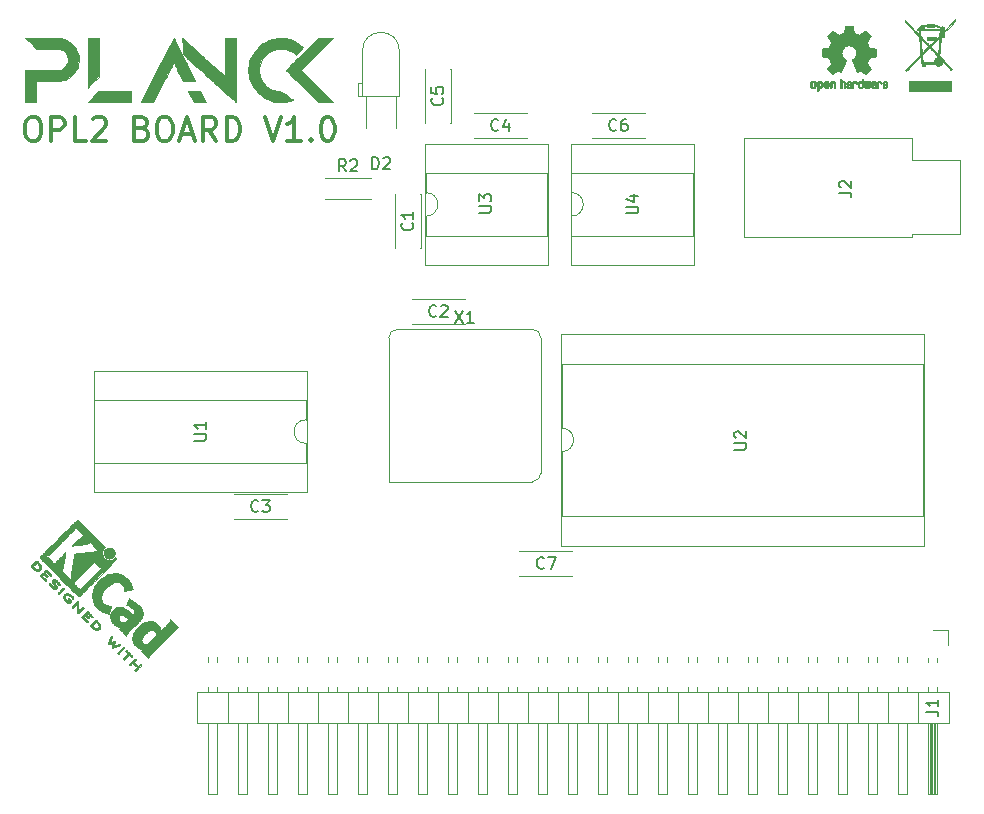
<source format=gbr>
%TF.GenerationSoftware,KiCad,Pcbnew,(5.1.10-1-10_14)*%
%TF.CreationDate,2021-08-31T23:45:51+02:00*%
%TF.ProjectId,opl2_board,6f706c32-5f62-46f6-9172-642e6b696361,rev?*%
%TF.SameCoordinates,Original*%
%TF.FileFunction,Legend,Top*%
%TF.FilePolarity,Positive*%
%FSLAX46Y46*%
G04 Gerber Fmt 4.6, Leading zero omitted, Abs format (unit mm)*
G04 Created by KiCad (PCBNEW (5.1.10-1-10_14)) date 2021-08-31 23:45:51*
%MOMM*%
%LPD*%
G01*
G04 APERTURE LIST*
%ADD10C,0.300000*%
%ADD11C,0.120000*%
%ADD12C,0.010000*%
%ADD13C,0.150000*%
G04 APERTURE END LIST*
D10*
X1858952Y51260238D02*
X2239904Y51260238D01*
X2430380Y51165000D01*
X2620857Y50974523D01*
X2716095Y50593571D01*
X2716095Y49926904D01*
X2620857Y49545952D01*
X2430380Y49355476D01*
X2239904Y49260238D01*
X1858952Y49260238D01*
X1668476Y49355476D01*
X1478000Y49545952D01*
X1382761Y49926904D01*
X1382761Y50593571D01*
X1478000Y50974523D01*
X1668476Y51165000D01*
X1858952Y51260238D01*
X3573238Y49260238D02*
X3573238Y51260238D01*
X4335142Y51260238D01*
X4525619Y51165000D01*
X4620857Y51069761D01*
X4716095Y50879285D01*
X4716095Y50593571D01*
X4620857Y50403095D01*
X4525619Y50307857D01*
X4335142Y50212619D01*
X3573238Y50212619D01*
X6525619Y49260238D02*
X5573238Y49260238D01*
X5573238Y51260238D01*
X7097047Y51069761D02*
X7192285Y51165000D01*
X7382761Y51260238D01*
X7858952Y51260238D01*
X8049428Y51165000D01*
X8144666Y51069761D01*
X8239904Y50879285D01*
X8239904Y50688809D01*
X8144666Y50403095D01*
X7001809Y49260238D01*
X8239904Y49260238D01*
X11287523Y50307857D02*
X11573238Y50212619D01*
X11668476Y50117380D01*
X11763714Y49926904D01*
X11763714Y49641190D01*
X11668476Y49450714D01*
X11573238Y49355476D01*
X11382761Y49260238D01*
X10620857Y49260238D01*
X10620857Y51260238D01*
X11287523Y51260238D01*
X11477999Y51165000D01*
X11573238Y51069761D01*
X11668476Y50879285D01*
X11668476Y50688809D01*
X11573238Y50498333D01*
X11477999Y50403095D01*
X11287523Y50307857D01*
X10620857Y50307857D01*
X13001809Y51260238D02*
X13382761Y51260238D01*
X13573238Y51165000D01*
X13763714Y50974523D01*
X13858952Y50593571D01*
X13858952Y49926904D01*
X13763714Y49545952D01*
X13573238Y49355476D01*
X13382761Y49260238D01*
X13001809Y49260238D01*
X12811333Y49355476D01*
X12620857Y49545952D01*
X12525619Y49926904D01*
X12525619Y50593571D01*
X12620857Y50974523D01*
X12811333Y51165000D01*
X13001809Y51260238D01*
X14620857Y49831666D02*
X15573238Y49831666D01*
X14430380Y49260238D02*
X15097047Y51260238D01*
X15763714Y49260238D01*
X17573238Y49260238D02*
X16906571Y50212619D01*
X16430380Y49260238D02*
X16430380Y51260238D01*
X17192285Y51260238D01*
X17382761Y51165000D01*
X17478000Y51069761D01*
X17573238Y50879285D01*
X17573238Y50593571D01*
X17478000Y50403095D01*
X17382761Y50307857D01*
X17192285Y50212619D01*
X16430380Y50212619D01*
X18430380Y49260238D02*
X18430380Y51260238D01*
X18906571Y51260238D01*
X19192285Y51165000D01*
X19382761Y50974523D01*
X19478000Y50784047D01*
X19573238Y50403095D01*
X19573238Y50117380D01*
X19478000Y49736428D01*
X19382761Y49545952D01*
X19192285Y49355476D01*
X18906571Y49260238D01*
X18430380Y49260238D01*
X21668476Y51260238D02*
X22335142Y49260238D01*
X23001809Y51260238D01*
X24716095Y49260238D02*
X23573238Y49260238D01*
X24144666Y49260238D02*
X24144666Y51260238D01*
X23954190Y50974523D01*
X23763714Y50784047D01*
X23573238Y50688809D01*
X25573238Y49450714D02*
X25668476Y49355476D01*
X25573238Y49260238D01*
X25477999Y49355476D01*
X25573238Y49450714D01*
X25573238Y49260238D01*
X26906571Y51260238D02*
X27097047Y51260238D01*
X27287523Y51165000D01*
X27382761Y51069761D01*
X27477999Y50879285D01*
X27573238Y50498333D01*
X27573238Y50022142D01*
X27477999Y49641190D01*
X27382761Y49450714D01*
X27287523Y49355476D01*
X27097047Y49260238D01*
X26906571Y49260238D01*
X26716095Y49355476D01*
X26620857Y49450714D01*
X26525619Y49641190D01*
X26430380Y50022142D01*
X26430380Y50498333D01*
X26525619Y50879285D01*
X26620857Y51069761D01*
X26716095Y51165000D01*
X26906571Y51260238D01*
D11*
%TO.C,R2*%
X26782000Y46132000D02*
X30622000Y46132000D01*
X26782000Y44292000D02*
X30622000Y44292000D01*
%TO.C,D2*%
X33056000Y53026000D02*
X33056000Y56886000D01*
X29936000Y53026000D02*
X29936000Y56886000D01*
X33056000Y53026000D02*
X29936000Y53026000D01*
X29536000Y53026000D02*
X29536000Y54146000D01*
X29536000Y54146000D02*
X29936000Y54146000D01*
X29936000Y54146000D02*
X29936000Y53026000D01*
X29936000Y53026000D02*
X29536000Y53026000D01*
X32766000Y50356000D02*
X32766000Y53026000D01*
X32766000Y53026000D02*
X32766000Y53026000D01*
X32766000Y53026000D02*
X32766000Y50356000D01*
X32766000Y50356000D02*
X32766000Y50356000D01*
X30226000Y50356000D02*
X30226000Y53026000D01*
X30226000Y53026000D02*
X30226000Y53026000D01*
X30226000Y53026000D02*
X30226000Y50356000D01*
X30226000Y50356000D02*
X30226000Y50356000D01*
X29936000Y56886000D02*
G75*
G02*
X33056000Y56886000I1560000J0D01*
G01*
%TO.C,C7*%
X43156000Y14532000D02*
X47696000Y14532000D01*
X43156000Y12392000D02*
X47696000Y12392000D01*
X43156000Y14532000D02*
X43156000Y14517000D01*
X43156000Y12407000D02*
X43156000Y12392000D01*
X47696000Y14532000D02*
X47696000Y14517000D01*
X47696000Y12407000D02*
X47696000Y12392000D01*
%TO.C,C6*%
X53872000Y49476000D02*
X49332000Y49476000D01*
X53872000Y51616000D02*
X49332000Y51616000D01*
X53872000Y49476000D02*
X53872000Y49491000D01*
X53872000Y51601000D02*
X53872000Y51616000D01*
X49332000Y49476000D02*
X49332000Y49491000D01*
X49332000Y51601000D02*
X49332000Y51616000D01*
%TO.C,C5*%
X35252000Y50776000D02*
X35252000Y55316000D01*
X37392000Y50776000D02*
X37392000Y55316000D01*
X35252000Y50776000D02*
X35267000Y50776000D01*
X37377000Y50776000D02*
X37392000Y50776000D01*
X35252000Y55316000D02*
X35267000Y55316000D01*
X37377000Y55316000D02*
X37392000Y55316000D01*
%TO.C,C4*%
X39346000Y51616000D02*
X43886000Y51616000D01*
X39346000Y49476000D02*
X43886000Y49476000D01*
X39346000Y51616000D02*
X39346000Y51601000D01*
X39346000Y49491000D02*
X39346000Y49476000D01*
X43886000Y51616000D02*
X43886000Y51601000D01*
X43886000Y49491000D02*
X43886000Y49476000D01*
%TO.C,C3*%
X19026000Y19358000D02*
X23566000Y19358000D01*
X19026000Y17218000D02*
X23566000Y17218000D01*
X19026000Y19358000D02*
X19026000Y19343000D01*
X19026000Y17233000D02*
X19026000Y17218000D01*
X23566000Y19358000D02*
X23566000Y19343000D01*
X23566000Y17233000D02*
X23566000Y17218000D01*
%TO.C,C2*%
X38632000Y33728000D02*
X34092000Y33728000D01*
X38632000Y35868000D02*
X34092000Y35868000D01*
X38632000Y33728000D02*
X38632000Y33743000D01*
X38632000Y35853000D02*
X38632000Y35868000D01*
X34092000Y33728000D02*
X34092000Y33743000D01*
X34092000Y35853000D02*
X34092000Y35868000D01*
%TO.C,C1*%
X34852000Y44728000D02*
X34852000Y40188000D01*
X32712000Y44728000D02*
X32712000Y40188000D01*
X34852000Y44728000D02*
X34837000Y44728000D01*
X32727000Y44728000D02*
X32712000Y44728000D01*
X34852000Y40188000D02*
X34837000Y40188000D01*
X32727000Y40188000D02*
X32712000Y40188000D01*
%TO.C,X1*%
X32158000Y32560500D02*
X32158000Y20410500D01*
X44308000Y33310500D02*
X32908000Y33310500D01*
X45058000Y21160500D02*
X45058000Y32560500D01*
X32158000Y20410500D02*
X44308000Y20410500D01*
X32908000Y33310500D02*
G75*
G03*
X32158000Y32560500I0J-750000D01*
G01*
X45058000Y32560500D02*
G75*
G03*
X44308000Y33310500I-750000J0D01*
G01*
X44308000Y20410500D02*
G75*
G03*
X45058000Y21160500I0J750000D01*
G01*
%TO.C,U4*%
X47628500Y42878500D02*
X47628500Y41228500D01*
X47628500Y41228500D02*
X57908500Y41228500D01*
X57908500Y41228500D02*
X57908500Y46528500D01*
X57908500Y46528500D02*
X47628500Y46528500D01*
X47628500Y46528500D02*
X47628500Y44878500D01*
X47568500Y38738500D02*
X57968500Y38738500D01*
X57968500Y38738500D02*
X57968500Y49018500D01*
X57968500Y49018500D02*
X47568500Y49018500D01*
X47568500Y49018500D02*
X47568500Y38738500D01*
X47628500Y44878500D02*
G75*
G02*
X47628500Y42878500I0J-1000000D01*
G01*
%TO.C,U3*%
X35309500Y42878500D02*
X35309500Y41228500D01*
X35309500Y41228500D02*
X45589500Y41228500D01*
X45589500Y41228500D02*
X45589500Y46528500D01*
X45589500Y46528500D02*
X35309500Y46528500D01*
X35309500Y46528500D02*
X35309500Y44878500D01*
X35249500Y38738500D02*
X45649500Y38738500D01*
X45649500Y38738500D02*
X45649500Y49018500D01*
X45649500Y49018500D02*
X35249500Y49018500D01*
X35249500Y49018500D02*
X35249500Y38738500D01*
X35309500Y44878500D02*
G75*
G02*
X35309500Y42878500I0J-1000000D01*
G01*
%TO.C,U2*%
X46803000Y22939500D02*
X46803000Y17479500D01*
X46803000Y17479500D02*
X77403000Y17479500D01*
X77403000Y17479500D02*
X77403000Y30399500D01*
X77403000Y30399500D02*
X46803000Y30399500D01*
X46803000Y30399500D02*
X46803000Y24939500D01*
X46743000Y14989500D02*
X77463000Y14989500D01*
X77463000Y14989500D02*
X77463000Y32889500D01*
X77463000Y32889500D02*
X46743000Y32889500D01*
X46743000Y32889500D02*
X46743000Y14989500D01*
X46803000Y24939500D02*
G75*
G02*
X46803000Y22939500I0J-1000000D01*
G01*
%TO.C,U1*%
X25142500Y25638000D02*
X25142500Y27288000D01*
X25142500Y27288000D02*
X7242500Y27288000D01*
X7242500Y27288000D02*
X7242500Y21988000D01*
X7242500Y21988000D02*
X25142500Y21988000D01*
X25142500Y21988000D02*
X25142500Y23638000D01*
X25202500Y29778000D02*
X7182500Y29778000D01*
X7182500Y29778000D02*
X7182500Y19498000D01*
X7182500Y19498000D02*
X25202500Y19498000D01*
X25202500Y19498000D02*
X25202500Y29778000D01*
X25142500Y23638000D02*
G75*
G02*
X25142500Y25638000I0J1000000D01*
G01*
%TO.C,J2*%
X80504000Y47622500D02*
X80504000Y41382500D01*
X80504000Y41382500D02*
X76504000Y41382500D01*
X76504000Y41382500D02*
X76504000Y41082500D01*
X76504000Y41082500D02*
X62264000Y41082500D01*
X62264000Y41082500D02*
X62264000Y49522500D01*
X62264000Y49522500D02*
X76504000Y49522500D01*
X76504000Y49522500D02*
X76504000Y47622500D01*
X76504000Y47622500D02*
X80504000Y47622500D01*
D12*
%TO.C,REF\u002A\u002A*%
G36*
X71223910Y59018652D02*
G01*
X71302454Y59018222D01*
X71359298Y59017058D01*
X71398105Y59014793D01*
X71422538Y59011060D01*
X71436262Y59005494D01*
X71442940Y58997727D01*
X71446236Y58987395D01*
X71446556Y58986057D01*
X71451562Y58961921D01*
X71460829Y58914299D01*
X71473392Y58848259D01*
X71488287Y58768872D01*
X71504551Y58681204D01*
X71505119Y58678125D01*
X71521410Y58592211D01*
X71536652Y58516304D01*
X71549861Y58454955D01*
X71560054Y58412718D01*
X71566248Y58394145D01*
X71566543Y58393816D01*
X71584788Y58384747D01*
X71622405Y58369633D01*
X71671271Y58351738D01*
X71671543Y58351642D01*
X71733093Y58328507D01*
X71805657Y58299035D01*
X71874057Y58269403D01*
X71877294Y58267938D01*
X71988702Y58217374D01*
X72235399Y58385840D01*
X72311077Y58437197D01*
X72379631Y58483111D01*
X72437088Y58520970D01*
X72479476Y58548163D01*
X72502825Y58562079D01*
X72505042Y58563111D01*
X72522010Y58558516D01*
X72553701Y58536345D01*
X72601352Y58495553D01*
X72666198Y58435095D01*
X72732397Y58370773D01*
X72796214Y58307388D01*
X72853329Y58249549D01*
X72900305Y58200825D01*
X72933703Y58164790D01*
X72950085Y58145016D01*
X72950694Y58143998D01*
X72952505Y58130428D01*
X72945683Y58108267D01*
X72928540Y58074522D01*
X72899393Y58026200D01*
X72856555Y57960308D01*
X72799448Y57875483D01*
X72748766Y57800823D01*
X72703461Y57733860D01*
X72666150Y57678484D01*
X72639452Y57638580D01*
X72625985Y57618038D01*
X72625137Y57616644D01*
X72626781Y57596962D01*
X72639245Y57558707D01*
X72660048Y57509111D01*
X72667462Y57493272D01*
X72699814Y57422710D01*
X72734328Y57342647D01*
X72762365Y57273371D01*
X72782568Y57221955D01*
X72798615Y57182881D01*
X72807888Y57162459D01*
X72809041Y57160886D01*
X72826096Y57158279D01*
X72866298Y57151137D01*
X72924302Y57140477D01*
X72994763Y57127315D01*
X73072335Y57112667D01*
X73151672Y57097551D01*
X73227431Y57082982D01*
X73294264Y57069978D01*
X73346828Y57059555D01*
X73379776Y57052730D01*
X73387857Y57050801D01*
X73396205Y57046038D01*
X73402506Y57035282D01*
X73407045Y57014902D01*
X73410104Y56981266D01*
X73411967Y56930745D01*
X73412918Y56859708D01*
X73413240Y56764524D01*
X73413257Y56725508D01*
X73413257Y56408201D01*
X73337057Y56393161D01*
X73294663Y56385005D01*
X73231400Y56373101D01*
X73154962Y56358884D01*
X73073043Y56343790D01*
X73050400Y56339645D01*
X72974806Y56324947D01*
X72908953Y56310495D01*
X72858366Y56297625D01*
X72828574Y56287678D01*
X72823612Y56284713D01*
X72811426Y56263717D01*
X72793953Y56223033D01*
X72774577Y56170678D01*
X72770734Y56159400D01*
X72745339Y56089477D01*
X72713817Y56010582D01*
X72682969Y55939734D01*
X72682817Y55939405D01*
X72631447Y55828267D01*
X72800399Y55579747D01*
X72969352Y55331228D01*
X72752429Y55113942D01*
X72686819Y55049274D01*
X72626979Y54992267D01*
X72576267Y54945967D01*
X72538046Y54913416D01*
X72515675Y54897657D01*
X72512466Y54896657D01*
X72493626Y54904531D01*
X72455180Y54926422D01*
X72401330Y54959733D01*
X72336276Y55001869D01*
X72265940Y55049057D01*
X72194555Y55097190D01*
X72130908Y55139072D01*
X72079041Y55172129D01*
X72042995Y55193782D01*
X72026867Y55201457D01*
X72007189Y55194963D01*
X71969875Y55177850D01*
X71922621Y55153674D01*
X71917612Y55150987D01*
X71853977Y55119073D01*
X71810341Y55103421D01*
X71783202Y55103255D01*
X71769057Y55117796D01*
X71768975Y55118000D01*
X71761905Y55135221D01*
X71745042Y55176101D01*
X71719695Y55237475D01*
X71687171Y55316181D01*
X71648778Y55409053D01*
X71605822Y55512928D01*
X71564222Y55613498D01*
X71518504Y55724484D01*
X71476526Y55827297D01*
X71439548Y55918785D01*
X71408827Y55995799D01*
X71385622Y56055185D01*
X71371190Y56093791D01*
X71366743Y56108200D01*
X71377896Y56124728D01*
X71407069Y56151070D01*
X71445971Y56180113D01*
X71556757Y56271961D01*
X71643351Y56377241D01*
X71704716Y56493734D01*
X71739815Y56619224D01*
X71747608Y56751493D01*
X71741943Y56812543D01*
X71711078Y56939205D01*
X71657920Y57051059D01*
X71585767Y57146999D01*
X71497917Y57225924D01*
X71397665Y57286730D01*
X71288310Y57328313D01*
X71173147Y57349572D01*
X71055475Y57349401D01*
X70938590Y57326699D01*
X70825789Y57280362D01*
X70720369Y57209287D01*
X70676368Y57169089D01*
X70591979Y57065871D01*
X70533222Y56953075D01*
X70499704Y56833990D01*
X70491035Y56711905D01*
X70506823Y56590107D01*
X70546678Y56471884D01*
X70610207Y56360525D01*
X70697021Y56259316D01*
X70794029Y56180113D01*
X70834437Y56149838D01*
X70862982Y56123781D01*
X70873257Y56108175D01*
X70867877Y56091157D01*
X70852575Y56050500D01*
X70828612Y55989358D01*
X70797244Y55910881D01*
X70759732Y55818220D01*
X70717333Y55714528D01*
X70675663Y55613474D01*
X70629690Y55502393D01*
X70587107Y55399459D01*
X70549221Y55307835D01*
X70517340Y55230684D01*
X70492771Y55171169D01*
X70476820Y55132456D01*
X70470910Y55118000D01*
X70456948Y55103315D01*
X70429940Y55103358D01*
X70386413Y55118901D01*
X70322890Y55150716D01*
X70322388Y55150987D01*
X70274560Y55175677D01*
X70235897Y55193662D01*
X70214095Y55201386D01*
X70213133Y55201457D01*
X70196721Y55193622D01*
X70160487Y55171835D01*
X70108474Y55138672D01*
X70044725Y55096709D01*
X69974060Y55049057D01*
X69902116Y55000809D01*
X69837274Y54958849D01*
X69783735Y54925773D01*
X69745697Y54904179D01*
X69727533Y54896657D01*
X69710808Y54906543D01*
X69677180Y54934174D01*
X69630010Y54976505D01*
X69572658Y55030495D01*
X69508484Y55093101D01*
X69487497Y55114017D01*
X69270499Y55331377D01*
X69435668Y55573780D01*
X69485864Y55648219D01*
X69529919Y55715028D01*
X69565362Y55770335D01*
X69589719Y55810271D01*
X69600522Y55830964D01*
X69600838Y55832437D01*
X69595143Y55851942D01*
X69579826Y55891178D01*
X69557537Y55943570D01*
X69541893Y55978645D01*
X69512641Y56045799D01*
X69485094Y56113642D01*
X69463737Y56170966D01*
X69457935Y56188428D01*
X69441452Y56235062D01*
X69425340Y56271095D01*
X69416490Y56284713D01*
X69396960Y56293048D01*
X69354334Y56304863D01*
X69294145Y56318819D01*
X69221922Y56333578D01*
X69189600Y56339645D01*
X69107522Y56354727D01*
X69028795Y56369331D01*
X68961109Y56382020D01*
X68912160Y56391358D01*
X68902943Y56393161D01*
X68826743Y56408201D01*
X68826743Y56725508D01*
X68826914Y56829846D01*
X68827616Y56908787D01*
X68829134Y56965962D01*
X68831749Y57005001D01*
X68835746Y57029535D01*
X68841409Y57043195D01*
X68849020Y57049611D01*
X68852143Y57050801D01*
X68870978Y57055020D01*
X68912588Y57063438D01*
X68971630Y57075039D01*
X69042757Y57088805D01*
X69120625Y57103720D01*
X69199887Y57118768D01*
X69275198Y57132931D01*
X69341213Y57145194D01*
X69392587Y57154539D01*
X69423975Y57159950D01*
X69430959Y57160886D01*
X69437285Y57173404D01*
X69451290Y57206754D01*
X69470355Y57254623D01*
X69477634Y57273371D01*
X69506996Y57345805D01*
X69541571Y57425830D01*
X69572537Y57493272D01*
X69595323Y57544841D01*
X69610482Y57587215D01*
X69615542Y57613166D01*
X69614736Y57616644D01*
X69604041Y57633064D01*
X69579620Y57669583D01*
X69544095Y57722313D01*
X69500087Y57787365D01*
X69450217Y57860849D01*
X69440356Y57875355D01*
X69382492Y57961296D01*
X69339956Y58026739D01*
X69311054Y58074696D01*
X69294090Y58108180D01*
X69287367Y58130205D01*
X69289190Y58143783D01*
X69289236Y58143869D01*
X69303586Y58161703D01*
X69335323Y58196183D01*
X69381010Y58243732D01*
X69437204Y58300778D01*
X69500468Y58363745D01*
X69507602Y58370773D01*
X69587330Y58447980D01*
X69648857Y58504670D01*
X69693421Y58541890D01*
X69722257Y58560685D01*
X69734958Y58563111D01*
X69753494Y58552529D01*
X69791961Y58528084D01*
X69846386Y58492388D01*
X69912798Y58448053D01*
X69987225Y58397689D01*
X70004601Y58385840D01*
X70251297Y58217374D01*
X70362706Y58267938D01*
X70430457Y58297405D01*
X70503183Y58327041D01*
X70565703Y58350670D01*
X70568457Y58351642D01*
X70617360Y58369543D01*
X70655057Y58384680D01*
X70673425Y58393790D01*
X70673456Y58393816D01*
X70679285Y58410283D01*
X70689192Y58450781D01*
X70702195Y58510758D01*
X70717309Y58585660D01*
X70733552Y58670936D01*
X70734881Y58678125D01*
X70751175Y58765986D01*
X70766133Y58845740D01*
X70778791Y58912319D01*
X70788186Y58960653D01*
X70793354Y58985675D01*
X70793444Y58986057D01*
X70796589Y58996701D01*
X70802704Y59004738D01*
X70815453Y59010533D01*
X70838500Y59014453D01*
X70875509Y59016865D01*
X70930144Y59018135D01*
X71006067Y59018629D01*
X71106944Y59018714D01*
X71120000Y59018714D01*
X71223910Y59018652D01*
G37*
X71223910Y59018652D02*
X71302454Y59018222D01*
X71359298Y59017058D01*
X71398105Y59014793D01*
X71422538Y59011060D01*
X71436262Y59005494D01*
X71442940Y58997727D01*
X71446236Y58987395D01*
X71446556Y58986057D01*
X71451562Y58961921D01*
X71460829Y58914299D01*
X71473392Y58848259D01*
X71488287Y58768872D01*
X71504551Y58681204D01*
X71505119Y58678125D01*
X71521410Y58592211D01*
X71536652Y58516304D01*
X71549861Y58454955D01*
X71560054Y58412718D01*
X71566248Y58394145D01*
X71566543Y58393816D01*
X71584788Y58384747D01*
X71622405Y58369633D01*
X71671271Y58351738D01*
X71671543Y58351642D01*
X71733093Y58328507D01*
X71805657Y58299035D01*
X71874057Y58269403D01*
X71877294Y58267938D01*
X71988702Y58217374D01*
X72235399Y58385840D01*
X72311077Y58437197D01*
X72379631Y58483111D01*
X72437088Y58520970D01*
X72479476Y58548163D01*
X72502825Y58562079D01*
X72505042Y58563111D01*
X72522010Y58558516D01*
X72553701Y58536345D01*
X72601352Y58495553D01*
X72666198Y58435095D01*
X72732397Y58370773D01*
X72796214Y58307388D01*
X72853329Y58249549D01*
X72900305Y58200825D01*
X72933703Y58164790D01*
X72950085Y58145016D01*
X72950694Y58143998D01*
X72952505Y58130428D01*
X72945683Y58108267D01*
X72928540Y58074522D01*
X72899393Y58026200D01*
X72856555Y57960308D01*
X72799448Y57875483D01*
X72748766Y57800823D01*
X72703461Y57733860D01*
X72666150Y57678484D01*
X72639452Y57638580D01*
X72625985Y57618038D01*
X72625137Y57616644D01*
X72626781Y57596962D01*
X72639245Y57558707D01*
X72660048Y57509111D01*
X72667462Y57493272D01*
X72699814Y57422710D01*
X72734328Y57342647D01*
X72762365Y57273371D01*
X72782568Y57221955D01*
X72798615Y57182881D01*
X72807888Y57162459D01*
X72809041Y57160886D01*
X72826096Y57158279D01*
X72866298Y57151137D01*
X72924302Y57140477D01*
X72994763Y57127315D01*
X73072335Y57112667D01*
X73151672Y57097551D01*
X73227431Y57082982D01*
X73294264Y57069978D01*
X73346828Y57059555D01*
X73379776Y57052730D01*
X73387857Y57050801D01*
X73396205Y57046038D01*
X73402506Y57035282D01*
X73407045Y57014902D01*
X73410104Y56981266D01*
X73411967Y56930745D01*
X73412918Y56859708D01*
X73413240Y56764524D01*
X73413257Y56725508D01*
X73413257Y56408201D01*
X73337057Y56393161D01*
X73294663Y56385005D01*
X73231400Y56373101D01*
X73154962Y56358884D01*
X73073043Y56343790D01*
X73050400Y56339645D01*
X72974806Y56324947D01*
X72908953Y56310495D01*
X72858366Y56297625D01*
X72828574Y56287678D01*
X72823612Y56284713D01*
X72811426Y56263717D01*
X72793953Y56223033D01*
X72774577Y56170678D01*
X72770734Y56159400D01*
X72745339Y56089477D01*
X72713817Y56010582D01*
X72682969Y55939734D01*
X72682817Y55939405D01*
X72631447Y55828267D01*
X72800399Y55579747D01*
X72969352Y55331228D01*
X72752429Y55113942D01*
X72686819Y55049274D01*
X72626979Y54992267D01*
X72576267Y54945967D01*
X72538046Y54913416D01*
X72515675Y54897657D01*
X72512466Y54896657D01*
X72493626Y54904531D01*
X72455180Y54926422D01*
X72401330Y54959733D01*
X72336276Y55001869D01*
X72265940Y55049057D01*
X72194555Y55097190D01*
X72130908Y55139072D01*
X72079041Y55172129D01*
X72042995Y55193782D01*
X72026867Y55201457D01*
X72007189Y55194963D01*
X71969875Y55177850D01*
X71922621Y55153674D01*
X71917612Y55150987D01*
X71853977Y55119073D01*
X71810341Y55103421D01*
X71783202Y55103255D01*
X71769057Y55117796D01*
X71768975Y55118000D01*
X71761905Y55135221D01*
X71745042Y55176101D01*
X71719695Y55237475D01*
X71687171Y55316181D01*
X71648778Y55409053D01*
X71605822Y55512928D01*
X71564222Y55613498D01*
X71518504Y55724484D01*
X71476526Y55827297D01*
X71439548Y55918785D01*
X71408827Y55995799D01*
X71385622Y56055185D01*
X71371190Y56093791D01*
X71366743Y56108200D01*
X71377896Y56124728D01*
X71407069Y56151070D01*
X71445971Y56180113D01*
X71556757Y56271961D01*
X71643351Y56377241D01*
X71704716Y56493734D01*
X71739815Y56619224D01*
X71747608Y56751493D01*
X71741943Y56812543D01*
X71711078Y56939205D01*
X71657920Y57051059D01*
X71585767Y57146999D01*
X71497917Y57225924D01*
X71397665Y57286730D01*
X71288310Y57328313D01*
X71173147Y57349572D01*
X71055475Y57349401D01*
X70938590Y57326699D01*
X70825789Y57280362D01*
X70720369Y57209287D01*
X70676368Y57169089D01*
X70591979Y57065871D01*
X70533222Y56953075D01*
X70499704Y56833990D01*
X70491035Y56711905D01*
X70506823Y56590107D01*
X70546678Y56471884D01*
X70610207Y56360525D01*
X70697021Y56259316D01*
X70794029Y56180113D01*
X70834437Y56149838D01*
X70862982Y56123781D01*
X70873257Y56108175D01*
X70867877Y56091157D01*
X70852575Y56050500D01*
X70828612Y55989358D01*
X70797244Y55910881D01*
X70759732Y55818220D01*
X70717333Y55714528D01*
X70675663Y55613474D01*
X70629690Y55502393D01*
X70587107Y55399459D01*
X70549221Y55307835D01*
X70517340Y55230684D01*
X70492771Y55171169D01*
X70476820Y55132456D01*
X70470910Y55118000D01*
X70456948Y55103315D01*
X70429940Y55103358D01*
X70386413Y55118901D01*
X70322890Y55150716D01*
X70322388Y55150987D01*
X70274560Y55175677D01*
X70235897Y55193662D01*
X70214095Y55201386D01*
X70213133Y55201457D01*
X70196721Y55193622D01*
X70160487Y55171835D01*
X70108474Y55138672D01*
X70044725Y55096709D01*
X69974060Y55049057D01*
X69902116Y55000809D01*
X69837274Y54958849D01*
X69783735Y54925773D01*
X69745697Y54904179D01*
X69727533Y54896657D01*
X69710808Y54906543D01*
X69677180Y54934174D01*
X69630010Y54976505D01*
X69572658Y55030495D01*
X69508484Y55093101D01*
X69487497Y55114017D01*
X69270499Y55331377D01*
X69435668Y55573780D01*
X69485864Y55648219D01*
X69529919Y55715028D01*
X69565362Y55770335D01*
X69589719Y55810271D01*
X69600522Y55830964D01*
X69600838Y55832437D01*
X69595143Y55851942D01*
X69579826Y55891178D01*
X69557537Y55943570D01*
X69541893Y55978645D01*
X69512641Y56045799D01*
X69485094Y56113642D01*
X69463737Y56170966D01*
X69457935Y56188428D01*
X69441452Y56235062D01*
X69425340Y56271095D01*
X69416490Y56284713D01*
X69396960Y56293048D01*
X69354334Y56304863D01*
X69294145Y56318819D01*
X69221922Y56333578D01*
X69189600Y56339645D01*
X69107522Y56354727D01*
X69028795Y56369331D01*
X68961109Y56382020D01*
X68912160Y56391358D01*
X68902943Y56393161D01*
X68826743Y56408201D01*
X68826743Y56725508D01*
X68826914Y56829846D01*
X68827616Y56908787D01*
X68829134Y56965962D01*
X68831749Y57005001D01*
X68835746Y57029535D01*
X68841409Y57043195D01*
X68849020Y57049611D01*
X68852143Y57050801D01*
X68870978Y57055020D01*
X68912588Y57063438D01*
X68971630Y57075039D01*
X69042757Y57088805D01*
X69120625Y57103720D01*
X69199887Y57118768D01*
X69275198Y57132931D01*
X69341213Y57145194D01*
X69392587Y57154539D01*
X69423975Y57159950D01*
X69430959Y57160886D01*
X69437285Y57173404D01*
X69451290Y57206754D01*
X69470355Y57254623D01*
X69477634Y57273371D01*
X69506996Y57345805D01*
X69541571Y57425830D01*
X69572537Y57493272D01*
X69595323Y57544841D01*
X69610482Y57587215D01*
X69615542Y57613166D01*
X69614736Y57616644D01*
X69604041Y57633064D01*
X69579620Y57669583D01*
X69544095Y57722313D01*
X69500087Y57787365D01*
X69450217Y57860849D01*
X69440356Y57875355D01*
X69382492Y57961296D01*
X69339956Y58026739D01*
X69311054Y58074696D01*
X69294090Y58108180D01*
X69287367Y58130205D01*
X69289190Y58143783D01*
X69289236Y58143869D01*
X69303586Y58161703D01*
X69335323Y58196183D01*
X69381010Y58243732D01*
X69437204Y58300778D01*
X69500468Y58363745D01*
X69507602Y58370773D01*
X69587330Y58447980D01*
X69648857Y58504670D01*
X69693421Y58541890D01*
X69722257Y58560685D01*
X69734958Y58563111D01*
X69753494Y58552529D01*
X69791961Y58528084D01*
X69846386Y58492388D01*
X69912798Y58448053D01*
X69987225Y58397689D01*
X70004601Y58385840D01*
X70251297Y58217374D01*
X70362706Y58267938D01*
X70430457Y58297405D01*
X70503183Y58327041D01*
X70565703Y58350670D01*
X70568457Y58351642D01*
X70617360Y58369543D01*
X70655057Y58384680D01*
X70673425Y58393790D01*
X70673456Y58393816D01*
X70679285Y58410283D01*
X70689192Y58450781D01*
X70702195Y58510758D01*
X70717309Y58585660D01*
X70733552Y58670936D01*
X70734881Y58678125D01*
X70751175Y58765986D01*
X70766133Y58845740D01*
X70778791Y58912319D01*
X70788186Y58960653D01*
X70793354Y58985675D01*
X70793444Y58986057D01*
X70796589Y58996701D01*
X70802704Y59004738D01*
X70815453Y59010533D01*
X70838500Y59014453D01*
X70875509Y59016865D01*
X70930144Y59018135D01*
X71006067Y59018629D01*
X71106944Y59018714D01*
X71120000Y59018714D01*
X71223910Y59018652D01*
G36*
X74273595Y54294034D02*
G01*
X74331021Y54256503D01*
X74358719Y54222904D01*
X74380662Y54161936D01*
X74382405Y54113692D01*
X74378457Y54049184D01*
X74229686Y53984066D01*
X74157349Y53950798D01*
X74110084Y53924036D01*
X74085507Y53900856D01*
X74081237Y53878333D01*
X74094889Y53853545D01*
X74109943Y53837114D01*
X74153746Y53810765D01*
X74201389Y53808919D01*
X74245145Y53829454D01*
X74277289Y53870248D01*
X74283038Y53884653D01*
X74310576Y53929644D01*
X74342258Y53948818D01*
X74385714Y53965221D01*
X74385714Y53903034D01*
X74381872Y53860717D01*
X74366823Y53825031D01*
X74335280Y53784057D01*
X74330592Y53778733D01*
X74295506Y53742280D01*
X74265347Y53722717D01*
X74227615Y53713717D01*
X74196335Y53710770D01*
X74140385Y53710035D01*
X74100555Y53719340D01*
X74075708Y53733154D01*
X74036656Y53763533D01*
X74009625Y53796387D01*
X73992517Y53837706D01*
X73983238Y53893479D01*
X73979693Y53969695D01*
X73979410Y54008378D01*
X73980372Y54054753D01*
X74068007Y54054753D01*
X74069023Y54029874D01*
X74071556Y54025800D01*
X74088274Y54031335D01*
X74124249Y54045983D01*
X74172331Y54066810D01*
X74182386Y54071286D01*
X74243152Y54102186D01*
X74276632Y54129343D01*
X74283990Y54154780D01*
X74266391Y54180519D01*
X74251856Y54191891D01*
X74199410Y54214636D01*
X74150322Y54210878D01*
X74109227Y54183116D01*
X74080758Y54133848D01*
X74071631Y54094743D01*
X74068007Y54054753D01*
X73980372Y54054753D01*
X73981285Y54098751D01*
X73988196Y54165616D01*
X74001884Y54214305D01*
X74024096Y54250151D01*
X74056574Y54278487D01*
X74070733Y54287645D01*
X74135053Y54311493D01*
X74205473Y54312994D01*
X74273595Y54294034D01*
G37*
X74273595Y54294034D02*
X74331021Y54256503D01*
X74358719Y54222904D01*
X74380662Y54161936D01*
X74382405Y54113692D01*
X74378457Y54049184D01*
X74229686Y53984066D01*
X74157349Y53950798D01*
X74110084Y53924036D01*
X74085507Y53900856D01*
X74081237Y53878333D01*
X74094889Y53853545D01*
X74109943Y53837114D01*
X74153746Y53810765D01*
X74201389Y53808919D01*
X74245145Y53829454D01*
X74277289Y53870248D01*
X74283038Y53884653D01*
X74310576Y53929644D01*
X74342258Y53948818D01*
X74385714Y53965221D01*
X74385714Y53903034D01*
X74381872Y53860717D01*
X74366823Y53825031D01*
X74335280Y53784057D01*
X74330592Y53778733D01*
X74295506Y53742280D01*
X74265347Y53722717D01*
X74227615Y53713717D01*
X74196335Y53710770D01*
X74140385Y53710035D01*
X74100555Y53719340D01*
X74075708Y53733154D01*
X74036656Y53763533D01*
X74009625Y53796387D01*
X73992517Y53837706D01*
X73983238Y53893479D01*
X73979693Y53969695D01*
X73979410Y54008378D01*
X73980372Y54054753D01*
X74068007Y54054753D01*
X74069023Y54029874D01*
X74071556Y54025800D01*
X74088274Y54031335D01*
X74124249Y54045983D01*
X74172331Y54066810D01*
X74182386Y54071286D01*
X74243152Y54102186D01*
X74276632Y54129343D01*
X74283990Y54154780D01*
X74266391Y54180519D01*
X74251856Y54191891D01*
X74199410Y54214636D01*
X74150322Y54210878D01*
X74109227Y54183116D01*
X74080758Y54133848D01*
X74071631Y54094743D01*
X74068007Y54054753D01*
X73980372Y54054753D01*
X73981285Y54098751D01*
X73988196Y54165616D01*
X74001884Y54214305D01*
X74024096Y54250151D01*
X74056574Y54278487D01*
X74070733Y54287645D01*
X74135053Y54311493D01*
X74205473Y54312994D01*
X74273595Y54294034D01*
G36*
X73772600Y54302248D02*
G01*
X73789948Y54294666D01*
X73831356Y54261872D01*
X73866765Y54214453D01*
X73888664Y54163849D01*
X73892229Y54138902D01*
X73880279Y54104073D01*
X73854067Y54085643D01*
X73825964Y54074484D01*
X73813095Y54072428D01*
X73806829Y54087351D01*
X73794456Y54119825D01*
X73789028Y54134498D01*
X73758590Y54185256D01*
X73714520Y54210573D01*
X73658010Y54209794D01*
X73653825Y54208797D01*
X73623655Y54194493D01*
X73601476Y54166607D01*
X73586327Y54121713D01*
X73577250Y54056385D01*
X73573286Y53967196D01*
X73572914Y53919739D01*
X73572730Y53844929D01*
X73571522Y53793931D01*
X73568309Y53761529D01*
X73562109Y53742505D01*
X73551940Y53731644D01*
X73536819Y53723728D01*
X73535946Y53723330D01*
X73506828Y53711019D01*
X73492403Y53706486D01*
X73490186Y53720191D01*
X73488289Y53758075D01*
X73486847Y53815285D01*
X73485998Y53886973D01*
X73485829Y53939435D01*
X73486692Y54040953D01*
X73490070Y54117968D01*
X73497142Y54174977D01*
X73509088Y54216474D01*
X73527090Y54246957D01*
X73552327Y54270920D01*
X73577247Y54287645D01*
X73637171Y54309903D01*
X73706911Y54314924D01*
X73772600Y54302248D01*
G37*
X73772600Y54302248D02*
X73789948Y54294666D01*
X73831356Y54261872D01*
X73866765Y54214453D01*
X73888664Y54163849D01*
X73892229Y54138902D01*
X73880279Y54104073D01*
X73854067Y54085643D01*
X73825964Y54074484D01*
X73813095Y54072428D01*
X73806829Y54087351D01*
X73794456Y54119825D01*
X73789028Y54134498D01*
X73758590Y54185256D01*
X73714520Y54210573D01*
X73658010Y54209794D01*
X73653825Y54208797D01*
X73623655Y54194493D01*
X73601476Y54166607D01*
X73586327Y54121713D01*
X73577250Y54056385D01*
X73573286Y53967196D01*
X73572914Y53919739D01*
X73572730Y53844929D01*
X73571522Y53793931D01*
X73568309Y53761529D01*
X73562109Y53742505D01*
X73551940Y53731644D01*
X73536819Y53723728D01*
X73535946Y53723330D01*
X73506828Y53711019D01*
X73492403Y53706486D01*
X73490186Y53720191D01*
X73488289Y53758075D01*
X73486847Y53815285D01*
X73485998Y53886973D01*
X73485829Y53939435D01*
X73486692Y54040953D01*
X73490070Y54117968D01*
X73497142Y54174977D01*
X73509088Y54216474D01*
X73527090Y54246957D01*
X73552327Y54270920D01*
X73577247Y54287645D01*
X73637171Y54309903D01*
X73706911Y54314924D01*
X73772600Y54302248D01*
G36*
X73264876Y54304665D02*
G01*
X73306667Y54285656D01*
X73339469Y54262622D01*
X73363503Y54236867D01*
X73380097Y54203642D01*
X73390577Y54158200D01*
X73396271Y54095793D01*
X73398507Y54011673D01*
X73398743Y53956279D01*
X73398743Y53740174D01*
X73361774Y53723330D01*
X73332656Y53711019D01*
X73318231Y53706486D01*
X73315472Y53719975D01*
X73313282Y53756347D01*
X73311942Y53809458D01*
X73311657Y53851628D01*
X73310434Y53912553D01*
X73307136Y53960885D01*
X73302321Y53990482D01*
X73298496Y53996771D01*
X73272783Y53990348D01*
X73232418Y53973875D01*
X73185679Y53951542D01*
X73140845Y53927543D01*
X73106193Y53906070D01*
X73090002Y53891315D01*
X73089938Y53891155D01*
X73091330Y53863848D01*
X73103818Y53837781D01*
X73125743Y53816608D01*
X73157743Y53809526D01*
X73185092Y53810351D01*
X73223826Y53810958D01*
X73244158Y53801884D01*
X73256369Y53777908D01*
X73257909Y53773387D01*
X73263203Y53739194D01*
X73249047Y53718432D01*
X73212148Y53708538D01*
X73172289Y53706708D01*
X73100562Y53720273D01*
X73063432Y53739645D01*
X73017576Y53785155D01*
X72993256Y53841017D01*
X72991073Y53900043D01*
X73011629Y53955047D01*
X73042549Y53989514D01*
X73073420Y54008811D01*
X73121942Y54033241D01*
X73178485Y54058015D01*
X73187910Y54061801D01*
X73250019Y54089209D01*
X73285822Y54113366D01*
X73297337Y54137381D01*
X73286580Y54164365D01*
X73268114Y54185457D01*
X73224469Y54211428D01*
X73176446Y54213376D01*
X73132406Y54193363D01*
X73100709Y54153449D01*
X73096549Y54143152D01*
X73072327Y54105276D01*
X73036965Y54077158D01*
X72992343Y54054083D01*
X72992343Y54119515D01*
X72994969Y54159494D01*
X73006230Y54191003D01*
X73031199Y54224622D01*
X73055169Y54250516D01*
X73092441Y54287183D01*
X73121401Y54306879D01*
X73152505Y54314780D01*
X73187713Y54316086D01*
X73264876Y54304665D01*
G37*
X73264876Y54304665D02*
X73306667Y54285656D01*
X73339469Y54262622D01*
X73363503Y54236867D01*
X73380097Y54203642D01*
X73390577Y54158200D01*
X73396271Y54095793D01*
X73398507Y54011673D01*
X73398743Y53956279D01*
X73398743Y53740174D01*
X73361774Y53723330D01*
X73332656Y53711019D01*
X73318231Y53706486D01*
X73315472Y53719975D01*
X73313282Y53756347D01*
X73311942Y53809458D01*
X73311657Y53851628D01*
X73310434Y53912553D01*
X73307136Y53960885D01*
X73302321Y53990482D01*
X73298496Y53996771D01*
X73272783Y53990348D01*
X73232418Y53973875D01*
X73185679Y53951542D01*
X73140845Y53927543D01*
X73106193Y53906070D01*
X73090002Y53891315D01*
X73089938Y53891155D01*
X73091330Y53863848D01*
X73103818Y53837781D01*
X73125743Y53816608D01*
X73157743Y53809526D01*
X73185092Y53810351D01*
X73223826Y53810958D01*
X73244158Y53801884D01*
X73256369Y53777908D01*
X73257909Y53773387D01*
X73263203Y53739194D01*
X73249047Y53718432D01*
X73212148Y53708538D01*
X73172289Y53706708D01*
X73100562Y53720273D01*
X73063432Y53739645D01*
X73017576Y53785155D01*
X72993256Y53841017D01*
X72991073Y53900043D01*
X73011629Y53955047D01*
X73042549Y53989514D01*
X73073420Y54008811D01*
X73121942Y54033241D01*
X73178485Y54058015D01*
X73187910Y54061801D01*
X73250019Y54089209D01*
X73285822Y54113366D01*
X73297337Y54137381D01*
X73286580Y54164365D01*
X73268114Y54185457D01*
X73224469Y54211428D01*
X73176446Y54213376D01*
X73132406Y54193363D01*
X73100709Y54153449D01*
X73096549Y54143152D01*
X73072327Y54105276D01*
X73036965Y54077158D01*
X72992343Y54054083D01*
X72992343Y54119515D01*
X72994969Y54159494D01*
X73006230Y54191003D01*
X73031199Y54224622D01*
X73055169Y54250516D01*
X73092441Y54287183D01*
X73121401Y54306879D01*
X73152505Y54314780D01*
X73187713Y54316086D01*
X73264876Y54304665D01*
G36*
X72899833Y54302337D02*
G01*
X72902048Y54264150D01*
X72903784Y54206114D01*
X72904899Y54132820D01*
X72905257Y54055945D01*
X72905257Y53795804D01*
X72859326Y53749873D01*
X72827675Y53721571D01*
X72799890Y53710107D01*
X72761915Y53710832D01*
X72746840Y53712679D01*
X72699726Y53718052D01*
X72660756Y53721131D01*
X72651257Y53721415D01*
X72619233Y53719555D01*
X72573432Y53714886D01*
X72555674Y53712679D01*
X72512057Y53709265D01*
X72482745Y53716680D01*
X72453680Y53739573D01*
X72443188Y53749873D01*
X72397257Y53795804D01*
X72397257Y54282398D01*
X72434226Y54299242D01*
X72466059Y54311718D01*
X72484683Y54316086D01*
X72489458Y54302282D01*
X72493921Y54263714D01*
X72497775Y54204644D01*
X72500722Y54129337D01*
X72502143Y54065714D01*
X72506114Y53815343D01*
X72540759Y53810444D01*
X72572268Y53813869D01*
X72587708Y53824959D01*
X72592023Y53845692D01*
X72595708Y53889855D01*
X72598469Y53951854D01*
X72600012Y54026091D01*
X72600235Y54064294D01*
X72600457Y54284217D01*
X72646166Y54300151D01*
X72678518Y54310985D01*
X72696115Y54316038D01*
X72696623Y54316086D01*
X72698388Y54302352D01*
X72700329Y54264270D01*
X72702282Y54206518D01*
X72704084Y54133773D01*
X72705343Y54065714D01*
X72709314Y53815343D01*
X72796400Y53815343D01*
X72800396Y54043760D01*
X72804392Y54272178D01*
X72846847Y54294132D01*
X72878192Y54309207D01*
X72896744Y54316049D01*
X72897279Y54316086D01*
X72899833Y54302337D01*
G37*
X72899833Y54302337D02*
X72902048Y54264150D01*
X72903784Y54206114D01*
X72904899Y54132820D01*
X72905257Y54055945D01*
X72905257Y53795804D01*
X72859326Y53749873D01*
X72827675Y53721571D01*
X72799890Y53710107D01*
X72761915Y53710832D01*
X72746840Y53712679D01*
X72699726Y53718052D01*
X72660756Y53721131D01*
X72651257Y53721415D01*
X72619233Y53719555D01*
X72573432Y53714886D01*
X72555674Y53712679D01*
X72512057Y53709265D01*
X72482745Y53716680D01*
X72453680Y53739573D01*
X72443188Y53749873D01*
X72397257Y53795804D01*
X72397257Y54282398D01*
X72434226Y54299242D01*
X72466059Y54311718D01*
X72484683Y54316086D01*
X72489458Y54302282D01*
X72493921Y54263714D01*
X72497775Y54204644D01*
X72500722Y54129337D01*
X72502143Y54065714D01*
X72506114Y53815343D01*
X72540759Y53810444D01*
X72572268Y53813869D01*
X72587708Y53824959D01*
X72592023Y53845692D01*
X72595708Y53889855D01*
X72598469Y53951854D01*
X72600012Y54026091D01*
X72600235Y54064294D01*
X72600457Y54284217D01*
X72646166Y54300151D01*
X72678518Y54310985D01*
X72696115Y54316038D01*
X72696623Y54316086D01*
X72698388Y54302352D01*
X72700329Y54264270D01*
X72702282Y54206518D01*
X72704084Y54133773D01*
X72705343Y54065714D01*
X72709314Y53815343D01*
X72796400Y53815343D01*
X72800396Y54043760D01*
X72804392Y54272178D01*
X72846847Y54294132D01*
X72878192Y54309207D01*
X72896744Y54316049D01*
X72897279Y54316086D01*
X72899833Y54302337D01*
G36*
X72310117Y54195642D02*
G01*
X72309933Y54087163D01*
X72309219Y54003713D01*
X72307675Y53941296D01*
X72305001Y53895915D01*
X72300894Y53863571D01*
X72295055Y53840267D01*
X72287182Y53822005D01*
X72281221Y53811582D01*
X72231855Y53755055D01*
X72169264Y53719623D01*
X72100013Y53706910D01*
X72030668Y53718537D01*
X71989375Y53739432D01*
X71946025Y53775578D01*
X71916481Y53819724D01*
X71898655Y53877538D01*
X71890463Y53954687D01*
X71889302Y54011286D01*
X71889458Y54015353D01*
X71990857Y54015353D01*
X71991476Y53950450D01*
X71994314Y53907486D01*
X72000840Y53879378D01*
X72012523Y53859047D01*
X72026483Y53843712D01*
X72073365Y53814110D01*
X72123701Y53811581D01*
X72171276Y53836295D01*
X72174979Y53839644D01*
X72190783Y53857065D01*
X72200693Y53877791D01*
X72206058Y53908638D01*
X72208228Y53956423D01*
X72208571Y54009252D01*
X72207827Y54075619D01*
X72204748Y54119894D01*
X72198061Y54148991D01*
X72186496Y54169827D01*
X72177013Y54180893D01*
X72132960Y54208802D01*
X72082224Y54212157D01*
X72033796Y54190841D01*
X72024450Y54182927D01*
X72008540Y54165353D01*
X71998610Y54144413D01*
X71993278Y54113218D01*
X71991163Y54064878D01*
X71990857Y54015353D01*
X71889458Y54015353D01*
X71892810Y54102432D01*
X71904726Y54170914D01*
X71927135Y54222400D01*
X71962124Y54262557D01*
X71989375Y54283139D01*
X72038907Y54305375D01*
X72096316Y54315696D01*
X72149682Y54312933D01*
X72179543Y54301788D01*
X72191261Y54298617D01*
X72199037Y54310443D01*
X72204465Y54342134D01*
X72208571Y54390407D01*
X72213067Y54444171D01*
X72219313Y54476518D01*
X72230676Y54495015D01*
X72250528Y54507230D01*
X72263000Y54512638D01*
X72310171Y54532399D01*
X72310117Y54195642D01*
G37*
X72310117Y54195642D02*
X72309933Y54087163D01*
X72309219Y54003713D01*
X72307675Y53941296D01*
X72305001Y53895915D01*
X72300894Y53863571D01*
X72295055Y53840267D01*
X72287182Y53822005D01*
X72281221Y53811582D01*
X72231855Y53755055D01*
X72169264Y53719623D01*
X72100013Y53706910D01*
X72030668Y53718537D01*
X71989375Y53739432D01*
X71946025Y53775578D01*
X71916481Y53819724D01*
X71898655Y53877538D01*
X71890463Y53954687D01*
X71889302Y54011286D01*
X71889458Y54015353D01*
X71990857Y54015353D01*
X71991476Y53950450D01*
X71994314Y53907486D01*
X72000840Y53879378D01*
X72012523Y53859047D01*
X72026483Y53843712D01*
X72073365Y53814110D01*
X72123701Y53811581D01*
X72171276Y53836295D01*
X72174979Y53839644D01*
X72190783Y53857065D01*
X72200693Y53877791D01*
X72206058Y53908638D01*
X72208228Y53956423D01*
X72208571Y54009252D01*
X72207827Y54075619D01*
X72204748Y54119894D01*
X72198061Y54148991D01*
X72186496Y54169827D01*
X72177013Y54180893D01*
X72132960Y54208802D01*
X72082224Y54212157D01*
X72033796Y54190841D01*
X72024450Y54182927D01*
X72008540Y54165353D01*
X71998610Y54144413D01*
X71993278Y54113218D01*
X71991163Y54064878D01*
X71990857Y54015353D01*
X71889458Y54015353D01*
X71892810Y54102432D01*
X71904726Y54170914D01*
X71927135Y54222400D01*
X71962124Y54262557D01*
X71989375Y54283139D01*
X72038907Y54305375D01*
X72096316Y54315696D01*
X72149682Y54312933D01*
X72179543Y54301788D01*
X72191261Y54298617D01*
X72199037Y54310443D01*
X72204465Y54342134D01*
X72208571Y54390407D01*
X72213067Y54444171D01*
X72219313Y54476518D01*
X72230676Y54495015D01*
X72250528Y54507230D01*
X72263000Y54512638D01*
X72310171Y54532399D01*
X72310117Y54195642D01*
G36*
X71649926Y54311245D02*
G01*
X71715858Y54286916D01*
X71769273Y54243883D01*
X71790164Y54213591D01*
X71812939Y54158006D01*
X71812466Y54117814D01*
X71788562Y54090783D01*
X71779717Y54086187D01*
X71741530Y54071856D01*
X71722028Y54075528D01*
X71715422Y54099593D01*
X71715086Y54112886D01*
X71702992Y54161790D01*
X71671471Y54196001D01*
X71627659Y54212524D01*
X71578695Y54208366D01*
X71538894Y54186773D01*
X71525450Y54174456D01*
X71515921Y54159513D01*
X71509485Y54136925D01*
X71505317Y54101672D01*
X71502597Y54048734D01*
X71500502Y53973093D01*
X71499960Y53949143D01*
X71497981Y53867210D01*
X71495731Y53809545D01*
X71492357Y53771392D01*
X71487006Y53747996D01*
X71478824Y53734602D01*
X71466959Y53726455D01*
X71459362Y53722856D01*
X71427102Y53710548D01*
X71408111Y53706486D01*
X71401836Y53720052D01*
X71398006Y53761066D01*
X71396600Y53830001D01*
X71397598Y53927331D01*
X71397908Y53942343D01*
X71400101Y54031141D01*
X71402693Y54095981D01*
X71406382Y54141933D01*
X71411864Y54174065D01*
X71419835Y54197447D01*
X71430993Y54217148D01*
X71436830Y54225590D01*
X71470296Y54262943D01*
X71507727Y54291997D01*
X71512309Y54294533D01*
X71579426Y54314557D01*
X71649926Y54311245D01*
G37*
X71649926Y54311245D02*
X71715858Y54286916D01*
X71769273Y54243883D01*
X71790164Y54213591D01*
X71812939Y54158006D01*
X71812466Y54117814D01*
X71788562Y54090783D01*
X71779717Y54086187D01*
X71741530Y54071856D01*
X71722028Y54075528D01*
X71715422Y54099593D01*
X71715086Y54112886D01*
X71702992Y54161790D01*
X71671471Y54196001D01*
X71627659Y54212524D01*
X71578695Y54208366D01*
X71538894Y54186773D01*
X71525450Y54174456D01*
X71515921Y54159513D01*
X71509485Y54136925D01*
X71505317Y54101672D01*
X71502597Y54048734D01*
X71500502Y53973093D01*
X71499960Y53949143D01*
X71497981Y53867210D01*
X71495731Y53809545D01*
X71492357Y53771392D01*
X71487006Y53747996D01*
X71478824Y53734602D01*
X71466959Y53726455D01*
X71459362Y53722856D01*
X71427102Y53710548D01*
X71408111Y53706486D01*
X71401836Y53720052D01*
X71398006Y53761066D01*
X71396600Y53830001D01*
X71397598Y53927331D01*
X71397908Y53942343D01*
X71400101Y54031141D01*
X71402693Y54095981D01*
X71406382Y54141933D01*
X71411864Y54174065D01*
X71419835Y54197447D01*
X71430993Y54217148D01*
X71436830Y54225590D01*
X71470296Y54262943D01*
X71507727Y54291997D01*
X71512309Y54294533D01*
X71579426Y54314557D01*
X71649926Y54311245D01*
G36*
X71159744Y54310032D02*
G01*
X71216616Y54288913D01*
X71217267Y54288507D01*
X71252440Y54262620D01*
X71278407Y54232367D01*
X71296670Y54192942D01*
X71308732Y54139538D01*
X71316096Y54067349D01*
X71320264Y53971568D01*
X71320629Y53957922D01*
X71325876Y53752158D01*
X71281716Y53729322D01*
X71249763Y53713890D01*
X71230470Y53706577D01*
X71229578Y53706486D01*
X71226239Y53719978D01*
X71223587Y53756374D01*
X71221956Y53809548D01*
X71221600Y53852607D01*
X71221592Y53922359D01*
X71218403Y53966163D01*
X71207288Y53987056D01*
X71183501Y53988075D01*
X71142296Y53972259D01*
X71080086Y53943185D01*
X71034341Y53919037D01*
X71010813Y53898087D01*
X71003896Y53875253D01*
X71003886Y53874123D01*
X71015299Y53834788D01*
X71049092Y53813538D01*
X71100809Y53810461D01*
X71138061Y53810994D01*
X71157703Y53800265D01*
X71169952Y53774495D01*
X71177002Y53741663D01*
X71166842Y53723034D01*
X71163017Y53720368D01*
X71127001Y53709660D01*
X71076566Y53708144D01*
X71024626Y53715241D01*
X70987822Y53728212D01*
X70936938Y53771415D01*
X70908014Y53831554D01*
X70902286Y53878538D01*
X70906657Y53920918D01*
X70922475Y53955512D01*
X70953797Y53986237D01*
X71004678Y54017010D01*
X71079176Y54051748D01*
X71083714Y54053712D01*
X71150821Y54084713D01*
X71192232Y54110138D01*
X71209981Y54132986D01*
X71206107Y54156255D01*
X71182643Y54182944D01*
X71175627Y54189086D01*
X71128630Y54212900D01*
X71079933Y54211897D01*
X71037522Y54188549D01*
X71009384Y54145325D01*
X71006769Y54136840D01*
X70981308Y54095692D01*
X70949001Y54075872D01*
X70902286Y54056230D01*
X70902286Y54107050D01*
X70916496Y54180918D01*
X70958675Y54248673D01*
X70980624Y54271339D01*
X71030517Y54300431D01*
X71093967Y54313600D01*
X71159744Y54310032D01*
G37*
X71159744Y54310032D02*
X71216616Y54288913D01*
X71217267Y54288507D01*
X71252440Y54262620D01*
X71278407Y54232367D01*
X71296670Y54192942D01*
X71308732Y54139538D01*
X71316096Y54067349D01*
X71320264Y53971568D01*
X71320629Y53957922D01*
X71325876Y53752158D01*
X71281716Y53729322D01*
X71249763Y53713890D01*
X71230470Y53706577D01*
X71229578Y53706486D01*
X71226239Y53719978D01*
X71223587Y53756374D01*
X71221956Y53809548D01*
X71221600Y53852607D01*
X71221592Y53922359D01*
X71218403Y53966163D01*
X71207288Y53987056D01*
X71183501Y53988075D01*
X71142296Y53972259D01*
X71080086Y53943185D01*
X71034341Y53919037D01*
X71010813Y53898087D01*
X71003896Y53875253D01*
X71003886Y53874123D01*
X71015299Y53834788D01*
X71049092Y53813538D01*
X71100809Y53810461D01*
X71138061Y53810994D01*
X71157703Y53800265D01*
X71169952Y53774495D01*
X71177002Y53741663D01*
X71166842Y53723034D01*
X71163017Y53720368D01*
X71127001Y53709660D01*
X71076566Y53708144D01*
X71024626Y53715241D01*
X70987822Y53728212D01*
X70936938Y53771415D01*
X70908014Y53831554D01*
X70902286Y53878538D01*
X70906657Y53920918D01*
X70922475Y53955512D01*
X70953797Y53986237D01*
X71004678Y54017010D01*
X71079176Y54051748D01*
X71083714Y54053712D01*
X71150821Y54084713D01*
X71192232Y54110138D01*
X71209981Y54132986D01*
X71206107Y54156255D01*
X71182643Y54182944D01*
X71175627Y54189086D01*
X71128630Y54212900D01*
X71079933Y54211897D01*
X71037522Y54188549D01*
X71009384Y54145325D01*
X71006769Y54136840D01*
X70981308Y54095692D01*
X70949001Y54075872D01*
X70902286Y54056230D01*
X70902286Y54107050D01*
X70916496Y54180918D01*
X70958675Y54248673D01*
X70980624Y54271339D01*
X71030517Y54300431D01*
X71093967Y54313600D01*
X71159744Y54310032D01*
G36*
X70495886Y54409711D02*
G01*
X70500139Y54350387D01*
X70505025Y54315428D01*
X70511795Y54300180D01*
X70521702Y54299985D01*
X70524914Y54301805D01*
X70567644Y54314985D01*
X70623227Y54314215D01*
X70679737Y54300667D01*
X70715082Y54283139D01*
X70751321Y54255139D01*
X70777813Y54223451D01*
X70795999Y54183187D01*
X70807322Y54129457D01*
X70813222Y54057374D01*
X70815143Y53962049D01*
X70815177Y53943763D01*
X70815200Y53738354D01*
X70769491Y53722420D01*
X70737027Y53711580D01*
X70719215Y53706532D01*
X70718691Y53706486D01*
X70716937Y53720172D01*
X70715444Y53757924D01*
X70714326Y53814776D01*
X70713697Y53885766D01*
X70713600Y53928927D01*
X70713398Y54014027D01*
X70712358Y54075019D01*
X70709831Y54116823D01*
X70705164Y54144358D01*
X70697707Y54162544D01*
X70686811Y54176302D01*
X70680007Y54182927D01*
X70633272Y54209625D01*
X70582272Y54211625D01*
X70536001Y54189045D01*
X70527444Y54180893D01*
X70514893Y54165564D01*
X70506188Y54147382D01*
X70500631Y54121091D01*
X70497526Y54081438D01*
X70496176Y54023168D01*
X70495886Y53942827D01*
X70495886Y53738354D01*
X70450177Y53722420D01*
X70417713Y53711580D01*
X70399901Y53706532D01*
X70399377Y53706486D01*
X70398037Y53720377D01*
X70396828Y53759561D01*
X70395801Y53820300D01*
X70395002Y53898859D01*
X70394481Y53991502D01*
X70394286Y54094491D01*
X70394286Y54491658D01*
X70441457Y54511556D01*
X70488629Y54531453D01*
X70495886Y54409711D01*
G37*
X70495886Y54409711D02*
X70500139Y54350387D01*
X70505025Y54315428D01*
X70511795Y54300180D01*
X70521702Y54299985D01*
X70524914Y54301805D01*
X70567644Y54314985D01*
X70623227Y54314215D01*
X70679737Y54300667D01*
X70715082Y54283139D01*
X70751321Y54255139D01*
X70777813Y54223451D01*
X70795999Y54183187D01*
X70807322Y54129457D01*
X70813222Y54057374D01*
X70815143Y53962049D01*
X70815177Y53943763D01*
X70815200Y53738354D01*
X70769491Y53722420D01*
X70737027Y53711580D01*
X70719215Y53706532D01*
X70718691Y53706486D01*
X70716937Y53720172D01*
X70715444Y53757924D01*
X70714326Y53814776D01*
X70713697Y53885766D01*
X70713600Y53928927D01*
X70713398Y54014027D01*
X70712358Y54075019D01*
X70709831Y54116823D01*
X70705164Y54144358D01*
X70697707Y54162544D01*
X70686811Y54176302D01*
X70680007Y54182927D01*
X70633272Y54209625D01*
X70582272Y54211625D01*
X70536001Y54189045D01*
X70527444Y54180893D01*
X70514893Y54165564D01*
X70506188Y54147382D01*
X70500631Y54121091D01*
X70497526Y54081438D01*
X70496176Y54023168D01*
X70495886Y53942827D01*
X70495886Y53738354D01*
X70450177Y53722420D01*
X70417713Y53711580D01*
X70399901Y53706532D01*
X70399377Y53706486D01*
X70398037Y53720377D01*
X70396828Y53759561D01*
X70395801Y53820300D01*
X70395002Y53898859D01*
X70394481Y53991502D01*
X70394286Y54094491D01*
X70394286Y54491658D01*
X70441457Y54511556D01*
X70488629Y54531453D01*
X70495886Y54409711D01*
G36*
X69288303Y54329761D02*
G01*
X69345527Y54291265D01*
X69389749Y54235665D01*
X69416167Y54164914D01*
X69421510Y54112838D01*
X69420903Y54091107D01*
X69415822Y54074469D01*
X69401855Y54059563D01*
X69374589Y54043027D01*
X69329612Y54021502D01*
X69262511Y53991626D01*
X69262171Y53991476D01*
X69200407Y53963187D01*
X69149759Y53938067D01*
X69115404Y53918821D01*
X69102518Y53908152D01*
X69102514Y53908066D01*
X69113872Y53884834D01*
X69140431Y53859226D01*
X69170923Y53840779D01*
X69186370Y53837114D01*
X69228515Y53849788D01*
X69264808Y53881529D01*
X69282517Y53916428D01*
X69299552Y53942155D01*
X69332922Y53971454D01*
X69372149Y53996765D01*
X69406756Y54010529D01*
X69413993Y54011286D01*
X69422139Y53998840D01*
X69422630Y53967028D01*
X69416643Y53924134D01*
X69405357Y53878442D01*
X69389950Y53838239D01*
X69389171Y53836678D01*
X69342804Y53771938D01*
X69282711Y53727903D01*
X69214465Y53706289D01*
X69143638Y53708815D01*
X69075804Y53737196D01*
X69072788Y53739192D01*
X69019427Y53787552D01*
X68984340Y53850648D01*
X68964922Y53933613D01*
X68962316Y53956922D01*
X68957701Y54066945D01*
X68963233Y54118252D01*
X69102514Y54118252D01*
X69104324Y54086247D01*
X69114222Y54076907D01*
X69138898Y54083895D01*
X69177795Y54100413D01*
X69221275Y54121119D01*
X69222356Y54121667D01*
X69259209Y54141051D01*
X69274000Y54153987D01*
X69270353Y54167549D01*
X69254995Y54185368D01*
X69215923Y54211155D01*
X69173846Y54213050D01*
X69136103Y54194283D01*
X69110034Y54158085D01*
X69102514Y54118252D01*
X68963233Y54118252D01*
X68967194Y54154973D01*
X68991550Y54224788D01*
X69025456Y54273698D01*
X69086653Y54323122D01*
X69154063Y54347641D01*
X69222880Y54349203D01*
X69288303Y54329761D01*
G37*
X69288303Y54329761D02*
X69345527Y54291265D01*
X69389749Y54235665D01*
X69416167Y54164914D01*
X69421510Y54112838D01*
X69420903Y54091107D01*
X69415822Y54074469D01*
X69401855Y54059563D01*
X69374589Y54043027D01*
X69329612Y54021502D01*
X69262511Y53991626D01*
X69262171Y53991476D01*
X69200407Y53963187D01*
X69149759Y53938067D01*
X69115404Y53918821D01*
X69102518Y53908152D01*
X69102514Y53908066D01*
X69113872Y53884834D01*
X69140431Y53859226D01*
X69170923Y53840779D01*
X69186370Y53837114D01*
X69228515Y53849788D01*
X69264808Y53881529D01*
X69282517Y53916428D01*
X69299552Y53942155D01*
X69332922Y53971454D01*
X69372149Y53996765D01*
X69406756Y54010529D01*
X69413993Y54011286D01*
X69422139Y53998840D01*
X69422630Y53967028D01*
X69416643Y53924134D01*
X69405357Y53878442D01*
X69389950Y53838239D01*
X69389171Y53836678D01*
X69342804Y53771938D01*
X69282711Y53727903D01*
X69214465Y53706289D01*
X69143638Y53708815D01*
X69075804Y53737196D01*
X69072788Y53739192D01*
X69019427Y53787552D01*
X68984340Y53850648D01*
X68964922Y53933613D01*
X68962316Y53956922D01*
X68957701Y54066945D01*
X68963233Y54118252D01*
X69102514Y54118252D01*
X69104324Y54086247D01*
X69114222Y54076907D01*
X69138898Y54083895D01*
X69177795Y54100413D01*
X69221275Y54121119D01*
X69222356Y54121667D01*
X69259209Y54141051D01*
X69274000Y54153987D01*
X69270353Y54167549D01*
X69254995Y54185368D01*
X69215923Y54211155D01*
X69173846Y54213050D01*
X69136103Y54194283D01*
X69110034Y54158085D01*
X69102514Y54118252D01*
X68963233Y54118252D01*
X68967194Y54154973D01*
X68991550Y54224788D01*
X69025456Y54273698D01*
X69086653Y54323122D01*
X69154063Y54347641D01*
X69222880Y54349203D01*
X69288303Y54329761D01*
G36*
X68161115Y54339038D02*
G01*
X68229145Y54303267D01*
X68279351Y54245699D01*
X68297185Y54208688D01*
X68311063Y54153118D01*
X68318167Y54082904D01*
X68318840Y54006273D01*
X68313427Y53931448D01*
X68302270Y53866658D01*
X68285714Y53820127D01*
X68280626Y53812113D01*
X68220355Y53752293D01*
X68148769Y53716465D01*
X68071092Y53705980D01*
X67992548Y53722190D01*
X67970689Y53731908D01*
X67928122Y53761857D01*
X67890763Y53801567D01*
X67887232Y53806603D01*
X67872881Y53830876D01*
X67863394Y53856822D01*
X67857790Y53890978D01*
X67855086Y53939881D01*
X67854299Y54010065D01*
X67854286Y54025800D01*
X67854322Y54030808D01*
X67999429Y54030808D01*
X68000273Y53964570D01*
X68003596Y53920614D01*
X68010583Y53892221D01*
X68022416Y53872675D01*
X68028457Y53866143D01*
X68063186Y53841320D01*
X68096903Y53842452D01*
X68130995Y53863984D01*
X68151329Y53886971D01*
X68163371Y53920522D01*
X68170134Y53973431D01*
X68170598Y53979601D01*
X68171752Y54075487D01*
X68159688Y54146701D01*
X68134570Y54192806D01*
X68096560Y54213365D01*
X68082992Y54214486D01*
X68047364Y54208848D01*
X68022994Y54189314D01*
X68008093Y54151958D01*
X68000875Y54092850D01*
X67999429Y54030808D01*
X67854322Y54030808D01*
X67854826Y54100587D01*
X67857096Y54152841D01*
X67862068Y54189051D01*
X67870713Y54215701D01*
X67884005Y54239278D01*
X67886943Y54243662D01*
X67936313Y54302751D01*
X67990109Y54337053D01*
X68055602Y54350669D01*
X68077842Y54351335D01*
X68161115Y54339038D01*
G37*
X68161115Y54339038D02*
X68229145Y54303267D01*
X68279351Y54245699D01*
X68297185Y54208688D01*
X68311063Y54153118D01*
X68318167Y54082904D01*
X68318840Y54006273D01*
X68313427Y53931448D01*
X68302270Y53866658D01*
X68285714Y53820127D01*
X68280626Y53812113D01*
X68220355Y53752293D01*
X68148769Y53716465D01*
X68071092Y53705980D01*
X67992548Y53722190D01*
X67970689Y53731908D01*
X67928122Y53761857D01*
X67890763Y53801567D01*
X67887232Y53806603D01*
X67872881Y53830876D01*
X67863394Y53856822D01*
X67857790Y53890978D01*
X67855086Y53939881D01*
X67854299Y54010065D01*
X67854286Y54025800D01*
X67854322Y54030808D01*
X67999429Y54030808D01*
X68000273Y53964570D01*
X68003596Y53920614D01*
X68010583Y53892221D01*
X68022416Y53872675D01*
X68028457Y53866143D01*
X68063186Y53841320D01*
X68096903Y53842452D01*
X68130995Y53863984D01*
X68151329Y53886971D01*
X68163371Y53920522D01*
X68170134Y53973431D01*
X68170598Y53979601D01*
X68171752Y54075487D01*
X68159688Y54146701D01*
X68134570Y54192806D01*
X68096560Y54213365D01*
X68082992Y54214486D01*
X68047364Y54208848D01*
X68022994Y54189314D01*
X68008093Y54151958D01*
X68000875Y54092850D01*
X67999429Y54030808D01*
X67854322Y54030808D01*
X67854826Y54100587D01*
X67857096Y54152841D01*
X67862068Y54189051D01*
X67870713Y54215701D01*
X67884005Y54239278D01*
X67886943Y54243662D01*
X67936313Y54302751D01*
X67990109Y54337053D01*
X68055602Y54350669D01*
X68077842Y54351335D01*
X68161115Y54339038D01*
G36*
X69836093Y54333220D02*
G01*
X69882672Y54306277D01*
X69915057Y54279534D01*
X69938742Y54251516D01*
X69955059Y54217252D01*
X69965339Y54171773D01*
X69970914Y54110108D01*
X69973116Y54027289D01*
X69973371Y53967754D01*
X69973371Y53748609D01*
X69911686Y53720956D01*
X69850000Y53693303D01*
X69842743Y53933330D01*
X69839744Y54022972D01*
X69836598Y54088038D01*
X69832701Y54132974D01*
X69827447Y54162230D01*
X69820231Y54180252D01*
X69810450Y54191489D01*
X69807312Y54193921D01*
X69759761Y54212917D01*
X69711697Y54205400D01*
X69683086Y54185457D01*
X69671447Y54171325D01*
X69663391Y54152780D01*
X69658271Y54124666D01*
X69655441Y54081827D01*
X69654256Y54019105D01*
X69654057Y53953739D01*
X69654018Y53871732D01*
X69652614Y53813684D01*
X69647914Y53774535D01*
X69637987Y53749220D01*
X69620903Y53732677D01*
X69594732Y53719844D01*
X69559775Y53706509D01*
X69521596Y53691993D01*
X69526141Y53949611D01*
X69527971Y54042481D01*
X69530112Y54111111D01*
X69533181Y54160289D01*
X69537794Y54194802D01*
X69544568Y54219438D01*
X69554119Y54238984D01*
X69565634Y54256230D01*
X69621190Y54311320D01*
X69688980Y54343178D01*
X69762713Y54350809D01*
X69836093Y54333220D01*
G37*
X69836093Y54333220D02*
X69882672Y54306277D01*
X69915057Y54279534D01*
X69938742Y54251516D01*
X69955059Y54217252D01*
X69965339Y54171773D01*
X69970914Y54110108D01*
X69973116Y54027289D01*
X69973371Y53967754D01*
X69973371Y53748609D01*
X69911686Y53720956D01*
X69850000Y53693303D01*
X69842743Y53933330D01*
X69839744Y54022972D01*
X69836598Y54088038D01*
X69832701Y54132974D01*
X69827447Y54162230D01*
X69820231Y54180252D01*
X69810450Y54191489D01*
X69807312Y54193921D01*
X69759761Y54212917D01*
X69711697Y54205400D01*
X69683086Y54185457D01*
X69671447Y54171325D01*
X69663391Y54152780D01*
X69658271Y54124666D01*
X69655441Y54081827D01*
X69654256Y54019105D01*
X69654057Y53953739D01*
X69654018Y53871732D01*
X69652614Y53813684D01*
X69647914Y53774535D01*
X69637987Y53749220D01*
X69620903Y53732677D01*
X69594732Y53719844D01*
X69559775Y53706509D01*
X69521596Y53691993D01*
X69526141Y53949611D01*
X69527971Y54042481D01*
X69530112Y54111111D01*
X69533181Y54160289D01*
X69537794Y54194802D01*
X69544568Y54219438D01*
X69554119Y54238984D01*
X69565634Y54256230D01*
X69621190Y54311320D01*
X69688980Y54343178D01*
X69762713Y54350809D01*
X69836093Y54333220D01*
G36*
X68719744Y54341082D02*
G01*
X68775201Y54313432D01*
X68824148Y54262520D01*
X68837629Y54243662D01*
X68852314Y54218985D01*
X68861842Y54192184D01*
X68867293Y54156413D01*
X68869747Y54104831D01*
X68870286Y54036733D01*
X68867852Y53943412D01*
X68859394Y53873343D01*
X68843174Y53821069D01*
X68817454Y53781131D01*
X68780497Y53748071D01*
X68777782Y53746114D01*
X68741360Y53726092D01*
X68697502Y53716185D01*
X68641724Y53713743D01*
X68551048Y53713743D01*
X68551010Y53625717D01*
X68550166Y53576692D01*
X68545024Y53547935D01*
X68531587Y53530689D01*
X68505858Y53516192D01*
X68499679Y53513231D01*
X68470764Y53499352D01*
X68448376Y53490586D01*
X68431729Y53489829D01*
X68420036Y53499977D01*
X68412510Y53523927D01*
X68408366Y53564574D01*
X68406815Y53624814D01*
X68407071Y53707545D01*
X68408349Y53815661D01*
X68408748Y53848000D01*
X68410185Y53959476D01*
X68411472Y54032397D01*
X68550971Y54032397D01*
X68551755Y53970501D01*
X68555240Y53930003D01*
X68563124Y53903292D01*
X68577105Y53882756D01*
X68586597Y53872740D01*
X68625404Y53843433D01*
X68659763Y53841048D01*
X68695216Y53865250D01*
X68696114Y53866143D01*
X68710539Y53884847D01*
X68719313Y53910268D01*
X68723739Y53949416D01*
X68725118Y54009303D01*
X68725143Y54022570D01*
X68721812Y54105099D01*
X68710969Y54162309D01*
X68691340Y54197234D01*
X68661650Y54212906D01*
X68644491Y54214486D01*
X68603766Y54207074D01*
X68575832Y54182670D01*
X68559017Y54138020D01*
X68551650Y54069870D01*
X68550971Y54032397D01*
X68411472Y54032397D01*
X68411708Y54045755D01*
X68413677Y54110667D01*
X68416450Y54158042D01*
X68420388Y54191710D01*
X68425849Y54215502D01*
X68433192Y54233247D01*
X68442777Y54248776D01*
X68446887Y54254619D01*
X68501405Y54309815D01*
X68570336Y54341110D01*
X68650072Y54349835D01*
X68719744Y54341082D01*
G37*
X68719744Y54341082D02*
X68775201Y54313432D01*
X68824148Y54262520D01*
X68837629Y54243662D01*
X68852314Y54218985D01*
X68861842Y54192184D01*
X68867293Y54156413D01*
X68869747Y54104831D01*
X68870286Y54036733D01*
X68867852Y53943412D01*
X68859394Y53873343D01*
X68843174Y53821069D01*
X68817454Y53781131D01*
X68780497Y53748071D01*
X68777782Y53746114D01*
X68741360Y53726092D01*
X68697502Y53716185D01*
X68641724Y53713743D01*
X68551048Y53713743D01*
X68551010Y53625717D01*
X68550166Y53576692D01*
X68545024Y53547935D01*
X68531587Y53530689D01*
X68505858Y53516192D01*
X68499679Y53513231D01*
X68470764Y53499352D01*
X68448376Y53490586D01*
X68431729Y53489829D01*
X68420036Y53499977D01*
X68412510Y53523927D01*
X68408366Y53564574D01*
X68406815Y53624814D01*
X68407071Y53707545D01*
X68408349Y53815661D01*
X68408748Y53848000D01*
X68410185Y53959476D01*
X68411472Y54032397D01*
X68550971Y54032397D01*
X68551755Y53970501D01*
X68555240Y53930003D01*
X68563124Y53903292D01*
X68577105Y53882756D01*
X68586597Y53872740D01*
X68625404Y53843433D01*
X68659763Y53841048D01*
X68695216Y53865250D01*
X68696114Y53866143D01*
X68710539Y53884847D01*
X68719313Y53910268D01*
X68723739Y53949416D01*
X68725118Y54009303D01*
X68725143Y54022570D01*
X68721812Y54105099D01*
X68710969Y54162309D01*
X68691340Y54197234D01*
X68661650Y54212906D01*
X68644491Y54214486D01*
X68603766Y54207074D01*
X68575832Y54182670D01*
X68559017Y54138020D01*
X68551650Y54069870D01*
X68550971Y54032397D01*
X68411472Y54032397D01*
X68411708Y54045755D01*
X68413677Y54110667D01*
X68416450Y54158042D01*
X68420388Y54191710D01*
X68425849Y54215502D01*
X68433192Y54233247D01*
X68442777Y54248776D01*
X68446887Y54254619D01*
X68501405Y54309815D01*
X68570336Y54341110D01*
X68650072Y54349835D01*
X68719744Y54341082D01*
G36*
X80102430Y59450152D02*
G01*
X80101811Y59363069D01*
X79650086Y58904109D01*
X79198361Y58445148D01*
X79198032Y58234529D01*
X79197703Y58023911D01*
X78922610Y58023911D01*
X78915522Y57970470D01*
X78912838Y57946112D01*
X78908313Y57900241D01*
X78902191Y57835595D01*
X78894712Y57754909D01*
X78886119Y57660919D01*
X78876654Y57556363D01*
X78866558Y57443975D01*
X78856074Y57326493D01*
X78845444Y57206652D01*
X78834909Y57087189D01*
X78824713Y56970841D01*
X78815095Y56860343D01*
X78806300Y56758431D01*
X78798568Y56667842D01*
X78792142Y56591313D01*
X78787263Y56531579D01*
X78784175Y56491376D01*
X78783117Y56473441D01*
X78783118Y56473356D01*
X78790827Y56458965D01*
X78813981Y56429252D01*
X78852895Y56383869D01*
X78907884Y56322471D01*
X78979264Y56244712D01*
X79067349Y56150246D01*
X79172454Y56038728D01*
X79294895Y55909812D01*
X79329310Y55873713D01*
X79875137Y55301584D01*
X79786881Y55213564D01*
X79715485Y55291242D01*
X79689366Y55319314D01*
X79648566Y55362726D01*
X79595777Y55418634D01*
X79533691Y55484192D01*
X79465000Y55556559D01*
X79392396Y55632888D01*
X79348960Y55678476D01*
X79267416Y55763881D01*
X79201504Y55832290D01*
X79149544Y55884947D01*
X79109855Y55923095D01*
X79080757Y55947980D01*
X79060569Y55960844D01*
X79047610Y55962932D01*
X79040200Y55955487D01*
X79036658Y55939754D01*
X79035303Y55916977D01*
X79035121Y55910761D01*
X79025703Y55867939D01*
X79002497Y55816181D01*
X78970136Y55763672D01*
X78933252Y55718597D01*
X78918493Y55704672D01*
X78842767Y55655953D01*
X78754308Y55628694D01*
X78676100Y55622227D01*
X78587468Y55634424D01*
X78505612Y55670187D01*
X78433164Y55728278D01*
X78419797Y55742738D01*
X78370918Y55798267D01*
X77525326Y55798267D01*
X77525326Y55622227D01*
X77298990Y55622227D01*
X77298990Y55704469D01*
X77296150Y55760614D01*
X77286607Y55799584D01*
X77275009Y55820781D01*
X77266723Y55835948D01*
X77259627Y55857938D01*
X77253252Y55890013D01*
X77247128Y55935431D01*
X77240784Y55997452D01*
X77233750Y56079338D01*
X77228934Y56140254D01*
X77206839Y56425657D01*
X76664435Y55876195D01*
X76566363Y55776772D01*
X76472216Y55681185D01*
X76383715Y55591190D01*
X76302580Y55508543D01*
X76230531Y55434999D01*
X76169288Y55372316D01*
X76120573Y55322248D01*
X76086104Y55286552D01*
X76067621Y55267005D01*
X76037257Y55236056D01*
X76011929Y55214470D01*
X75998305Y55207277D01*
X75980905Y55215703D01*
X75955540Y55236755D01*
X75946942Y55245329D01*
X75910486Y55283380D01*
X76111198Y55487342D01*
X76162404Y55539301D01*
X76228431Y55606180D01*
X76306382Y55685050D01*
X76393362Y55772986D01*
X76486474Y55867059D01*
X76582821Y55964342D01*
X76679508Y56061907D01*
X76748866Y56131855D01*
X76854297Y56238450D01*
X76942871Y56328693D01*
X77015719Y56403808D01*
X77073977Y56465014D01*
X77118775Y56513534D01*
X77140979Y56538871D01*
X77319276Y56538871D01*
X77341599Y56253445D01*
X77348331Y56169781D01*
X77354843Y56093273D01*
X77360766Y56027919D01*
X77365732Y55977719D01*
X77369371Y55946671D01*
X77370542Y55939727D01*
X77377162Y55911435D01*
X78326636Y55911435D01*
X78332974Y55990394D01*
X78352110Y56083685D01*
X78392154Y56166209D01*
X78450582Y56234962D01*
X78524871Y56286937D01*
X78608252Y56318137D01*
X78635302Y56332772D01*
X78648844Y56364181D01*
X78649128Y56365566D01*
X78650753Y56378826D01*
X78648744Y56392405D01*
X78641142Y56408819D01*
X78625984Y56430589D01*
X78601312Y56460233D01*
X78565164Y56500268D01*
X78515580Y56553215D01*
X78450599Y56621591D01*
X78446401Y56625995D01*
X78376507Y56699389D01*
X78302200Y56777563D01*
X78228586Y56855136D01*
X78160771Y56926725D01*
X78103860Y56986949D01*
X78091168Y57000413D01*
X78042513Y57051180D01*
X77999291Y57094625D01*
X77964605Y57127759D01*
X77941556Y57147595D01*
X77933818Y57151954D01*
X77922278Y57142830D01*
X77895290Y57117800D01*
X77854979Y57078948D01*
X77803471Y57028357D01*
X77742891Y56968112D01*
X77675364Y56900296D01*
X77620174Y56844435D01*
X77319276Y56538871D01*
X77140979Y56538871D01*
X77151249Y56550589D01*
X77172529Y56577401D01*
X77183749Y56595192D01*
X77186246Y56603430D01*
X77185300Y56621410D01*
X77182427Y56662108D01*
X77177813Y56723181D01*
X77171642Y56802287D01*
X77164102Y56897086D01*
X77155379Y57005233D01*
X77145657Y57124388D01*
X77135124Y57252209D01*
X77126635Y57354365D01*
X77078604Y57930326D01*
X77202195Y57930326D01*
X77202727Y57917896D01*
X77205231Y57882890D01*
X77209504Y57827785D01*
X77215347Y57755057D01*
X77222557Y57667186D01*
X77230934Y57566649D01*
X77240277Y57455923D01*
X77249242Y57350795D01*
X77259398Y57231517D01*
X77268858Y57118920D01*
X77277404Y57015695D01*
X77284821Y56924527D01*
X77290892Y56848105D01*
X77295399Y56789117D01*
X77298127Y56750251D01*
X77298884Y56735156D01*
X77300065Y56725762D01*
X77304744Y56722034D01*
X77314724Y56725529D01*
X77331810Y56737801D01*
X77357804Y56760406D01*
X77394510Y56794900D01*
X77443733Y56842838D01*
X77507274Y56905776D01*
X77574695Y56973032D01*
X77850399Y57248523D01*
X77848467Y57250594D01*
X78030710Y57250594D01*
X78039016Y57239220D01*
X78062267Y57212437D01*
X78098135Y57172708D01*
X78144287Y57122493D01*
X78198394Y57064254D01*
X78258126Y57000453D01*
X78321152Y56933551D01*
X78385142Y56866010D01*
X78447764Y56800290D01*
X78506690Y56738854D01*
X78559588Y56684163D01*
X78604128Y56638678D01*
X78637980Y56604862D01*
X78658812Y56585174D01*
X78664494Y56581163D01*
X78666366Y56594109D01*
X78670254Y56629866D01*
X78675943Y56686196D01*
X78683219Y56760860D01*
X78691869Y56851620D01*
X78701678Y56956238D01*
X78712434Y57072474D01*
X78723921Y57198092D01*
X78733093Y57299382D01*
X78744826Y57430721D01*
X78755665Y57554448D01*
X78765430Y57668319D01*
X78773937Y57770089D01*
X78781005Y57857513D01*
X78786451Y57928347D01*
X78790092Y57980347D01*
X78791747Y58011268D01*
X78791558Y58019297D01*
X78781666Y58012146D01*
X78756476Y57989159D01*
X78718190Y57952561D01*
X78669011Y57904578D01*
X78611139Y57847434D01*
X78546778Y57783353D01*
X78478129Y57714562D01*
X78407395Y57643284D01*
X78336778Y57571745D01*
X78268480Y57502170D01*
X78204704Y57436783D01*
X78147650Y57377809D01*
X78099522Y57327473D01*
X78062522Y57288001D01*
X78038852Y57261617D01*
X78030710Y57250594D01*
X77848467Y57250594D01*
X77747591Y57358705D01*
X77695232Y57414623D01*
X77636465Y57477052D01*
X77573615Y57543557D01*
X77509005Y57611702D01*
X77444958Y57679052D01*
X77383797Y57743172D01*
X77327847Y57801628D01*
X77279430Y57851982D01*
X77240870Y57891802D01*
X77214491Y57918650D01*
X77202616Y57930092D01*
X77202195Y57930326D01*
X77078604Y57930326D01*
X77066599Y58074274D01*
X76466062Y58705842D01*
X75865525Y59337411D01*
X75865966Y59425685D01*
X75866408Y59513960D01*
X75963417Y59410334D01*
X76017709Y59352537D01*
X76081808Y59284632D01*
X76153984Y59208428D01*
X76232508Y59125731D01*
X76315651Y59038347D01*
X76401681Y58948085D01*
X76488870Y58856750D01*
X76575487Y58766151D01*
X76659803Y58678093D01*
X76740088Y58594385D01*
X76814613Y58516833D01*
X76881646Y58447243D01*
X76939459Y58387424D01*
X76986321Y58339182D01*
X77020504Y58304324D01*
X77040276Y58284657D01*
X77044610Y58280884D01*
X77044908Y58294008D01*
X77043269Y58327611D01*
X77039977Y58377120D01*
X77035318Y58437963D01*
X77033318Y58462268D01*
X77018423Y58640049D01*
X77135045Y58640049D01*
X77141066Y58611757D01*
X77144137Y58589382D01*
X77148452Y58547283D01*
X77153512Y58490822D01*
X77158819Y58425365D01*
X77160656Y58401138D01*
X77166073Y58331579D01*
X77171541Y58266982D01*
X77176512Y58213452D01*
X77180439Y58177090D01*
X77181325Y58170491D01*
X77184666Y58156944D01*
X77191899Y58141086D01*
X77204560Y58121139D01*
X77224189Y58095327D01*
X77252322Y58061871D01*
X77290498Y58018993D01*
X77340254Y57964917D01*
X77403129Y57897864D01*
X77480659Y57816057D01*
X77559749Y57733050D01*
X77638436Y57650906D01*
X77711888Y57574831D01*
X77778276Y57506675D01*
X77835773Y57448288D01*
X77882549Y57401519D01*
X77916776Y57368218D01*
X77936627Y57350233D01*
X77940860Y57347558D01*
X77951997Y57357259D01*
X77978029Y57382559D01*
X78016430Y57420918D01*
X78064672Y57469800D01*
X78120230Y57526666D01*
X78160408Y57568094D01*
X78370169Y57785000D01*
X77751663Y57785000D01*
X77751663Y58023911D01*
X78506119Y58023911D01*
X78506119Y57917458D01*
X78644435Y58055346D01*
X78742553Y58153160D01*
X78933643Y58153160D01*
X78935471Y58137730D01*
X78944723Y58129133D01*
X78967050Y58125387D01*
X79008105Y58124511D01*
X79015376Y58124505D01*
X79097109Y58124505D01*
X79097109Y58343828D01*
X79015376Y58262821D01*
X78969270Y58213572D01*
X78941694Y58175841D01*
X78933643Y58153160D01*
X78742553Y58153160D01*
X78782752Y58193234D01*
X78782752Y58316048D01*
X78783137Y58372550D01*
X78784900Y58408495D01*
X78788950Y58428470D01*
X78796199Y58437063D01*
X78807130Y58438861D01*
X78819288Y58441502D01*
X78828273Y58452088D01*
X78835174Y58474619D01*
X78841076Y58513091D01*
X78847065Y58571502D01*
X78848987Y58592896D01*
X78853148Y58640049D01*
X77135045Y58640049D01*
X77018423Y58640049D01*
X76858891Y58640049D01*
X76858891Y58753218D01*
X76926686Y58753218D01*
X76966338Y58754304D01*
X76987884Y58759546D01*
X76990520Y58762666D01*
X77129384Y58762666D01*
X77136692Y58755538D01*
X77162007Y58753338D01*
X77179092Y58753218D01*
X77236119Y58753218D01*
X77448779Y58753218D01*
X78863302Y58753218D01*
X78815458Y58802214D01*
X78741150Y58862676D01*
X78649184Y58909309D01*
X78538002Y58942751D01*
X78427529Y58961247D01*
X78355227Y58969878D01*
X78355227Y58878960D01*
X77776812Y58878960D01*
X77776812Y58982107D01*
X77691935Y58973504D01*
X77632632Y58966244D01*
X77569449Y58956621D01*
X77531614Y58949748D01*
X77456168Y58934593D01*
X77452474Y58843905D01*
X77448779Y58753218D01*
X77236119Y58753218D01*
X77236119Y58803515D01*
X77234456Y58835024D01*
X77230303Y58852537D01*
X77228629Y58853812D01*
X77210013Y58845746D01*
X77182817Y58826180D01*
X77155552Y58802056D01*
X77136733Y58780318D01*
X77135057Y58777492D01*
X77129384Y58762666D01*
X76990520Y58762666D01*
X76998338Y58771919D01*
X77002558Y58785396D01*
X77019781Y58820373D01*
X77052862Y58862421D01*
X77096107Y58905644D01*
X77143826Y58944146D01*
X77175170Y58964199D01*
X77210877Y58986149D01*
X77229181Y59004589D01*
X77235612Y59026332D01*
X77236106Y59039282D01*
X77236106Y59042425D01*
X77877406Y59042425D01*
X77877406Y58979554D01*
X78254633Y58979554D01*
X78254633Y59042425D01*
X77877406Y59042425D01*
X77236106Y59042425D01*
X77236119Y59080148D01*
X77341952Y59080148D01*
X77390645Y59078971D01*
X77428595Y59075835D01*
X77449692Y59071329D01*
X77451977Y59069505D01*
X77465359Y59066705D01*
X77497926Y59067852D01*
X77544084Y59072607D01*
X77575624Y59076997D01*
X77632812Y59085622D01*
X77685114Y59093409D01*
X77724418Y59099153D01*
X77735945Y59100785D01*
X77766063Y59110112D01*
X77776812Y59124728D01*
X77780080Y59130680D01*
X77791770Y59135222D01*
X77814712Y59138530D01*
X77851735Y59140785D01*
X77905668Y59142166D01*
X77979340Y59142850D01*
X78066020Y59143020D01*
X78158529Y59142923D01*
X78228906Y59142470D01*
X78280164Y59141410D01*
X78315320Y59139497D01*
X78337389Y59136481D01*
X78349385Y59132115D01*
X78354324Y59126151D01*
X78355227Y59119216D01*
X78362921Y59097205D01*
X78388121Y59084679D01*
X78434009Y59080212D01*
X78442264Y59080148D01*
X78519973Y59072132D01*
X78608233Y59050064D01*
X78699085Y59016916D01*
X78784570Y58975661D01*
X78856726Y58929269D01*
X78866072Y58921918D01*
X78896533Y58898002D01*
X78914572Y58888424D01*
X78927169Y58891520D01*
X78940100Y58904296D01*
X78978293Y58929322D01*
X79027998Y58938929D01*
X79081524Y58933933D01*
X79131178Y58915149D01*
X79169267Y58883394D01*
X79172025Y58879703D01*
X79200526Y58820425D01*
X79205828Y58759066D01*
X79188518Y58700573D01*
X79149180Y58649896D01*
X79144370Y58645711D01*
X79116440Y58625833D01*
X79088102Y58617079D01*
X79048263Y58616447D01*
X79038311Y58617008D01*
X78999332Y58618438D01*
X78979254Y58615161D01*
X78971985Y58605272D01*
X78971240Y58596039D01*
X78969716Y58569256D01*
X78965935Y58528975D01*
X78963218Y58504876D01*
X78959277Y58466599D01*
X78960916Y58447004D01*
X78970421Y58439842D01*
X78987351Y58438861D01*
X78997392Y58442099D01*
X79013590Y58452580D01*
X79037145Y58471452D01*
X79069257Y58499865D01*
X79111128Y58538965D01*
X79163957Y58589903D01*
X79228945Y58653827D01*
X79307291Y58731886D01*
X79400197Y58825228D01*
X79508863Y58935002D01*
X79561231Y58988048D01*
X80103049Y59537233D01*
X80102430Y59450152D01*
G37*
X80102430Y59450152D02*
X80101811Y59363069D01*
X79650086Y58904109D01*
X79198361Y58445148D01*
X79198032Y58234529D01*
X79197703Y58023911D01*
X78922610Y58023911D01*
X78915522Y57970470D01*
X78912838Y57946112D01*
X78908313Y57900241D01*
X78902191Y57835595D01*
X78894712Y57754909D01*
X78886119Y57660919D01*
X78876654Y57556363D01*
X78866558Y57443975D01*
X78856074Y57326493D01*
X78845444Y57206652D01*
X78834909Y57087189D01*
X78824713Y56970841D01*
X78815095Y56860343D01*
X78806300Y56758431D01*
X78798568Y56667842D01*
X78792142Y56591313D01*
X78787263Y56531579D01*
X78784175Y56491376D01*
X78783117Y56473441D01*
X78783118Y56473356D01*
X78790827Y56458965D01*
X78813981Y56429252D01*
X78852895Y56383869D01*
X78907884Y56322471D01*
X78979264Y56244712D01*
X79067349Y56150246D01*
X79172454Y56038728D01*
X79294895Y55909812D01*
X79329310Y55873713D01*
X79875137Y55301584D01*
X79786881Y55213564D01*
X79715485Y55291242D01*
X79689366Y55319314D01*
X79648566Y55362726D01*
X79595777Y55418634D01*
X79533691Y55484192D01*
X79465000Y55556559D01*
X79392396Y55632888D01*
X79348960Y55678476D01*
X79267416Y55763881D01*
X79201504Y55832290D01*
X79149544Y55884947D01*
X79109855Y55923095D01*
X79080757Y55947980D01*
X79060569Y55960844D01*
X79047610Y55962932D01*
X79040200Y55955487D01*
X79036658Y55939754D01*
X79035303Y55916977D01*
X79035121Y55910761D01*
X79025703Y55867939D01*
X79002497Y55816181D01*
X78970136Y55763672D01*
X78933252Y55718597D01*
X78918493Y55704672D01*
X78842767Y55655953D01*
X78754308Y55628694D01*
X78676100Y55622227D01*
X78587468Y55634424D01*
X78505612Y55670187D01*
X78433164Y55728278D01*
X78419797Y55742738D01*
X78370918Y55798267D01*
X77525326Y55798267D01*
X77525326Y55622227D01*
X77298990Y55622227D01*
X77298990Y55704469D01*
X77296150Y55760614D01*
X77286607Y55799584D01*
X77275009Y55820781D01*
X77266723Y55835948D01*
X77259627Y55857938D01*
X77253252Y55890013D01*
X77247128Y55935431D01*
X77240784Y55997452D01*
X77233750Y56079338D01*
X77228934Y56140254D01*
X77206839Y56425657D01*
X76664435Y55876195D01*
X76566363Y55776772D01*
X76472216Y55681185D01*
X76383715Y55591190D01*
X76302580Y55508543D01*
X76230531Y55434999D01*
X76169288Y55372316D01*
X76120573Y55322248D01*
X76086104Y55286552D01*
X76067621Y55267005D01*
X76037257Y55236056D01*
X76011929Y55214470D01*
X75998305Y55207277D01*
X75980905Y55215703D01*
X75955540Y55236755D01*
X75946942Y55245329D01*
X75910486Y55283380D01*
X76111198Y55487342D01*
X76162404Y55539301D01*
X76228431Y55606180D01*
X76306382Y55685050D01*
X76393362Y55772986D01*
X76486474Y55867059D01*
X76582821Y55964342D01*
X76679508Y56061907D01*
X76748866Y56131855D01*
X76854297Y56238450D01*
X76942871Y56328693D01*
X77015719Y56403808D01*
X77073977Y56465014D01*
X77118775Y56513534D01*
X77140979Y56538871D01*
X77319276Y56538871D01*
X77341599Y56253445D01*
X77348331Y56169781D01*
X77354843Y56093273D01*
X77360766Y56027919D01*
X77365732Y55977719D01*
X77369371Y55946671D01*
X77370542Y55939727D01*
X77377162Y55911435D01*
X78326636Y55911435D01*
X78332974Y55990394D01*
X78352110Y56083685D01*
X78392154Y56166209D01*
X78450582Y56234962D01*
X78524871Y56286937D01*
X78608252Y56318137D01*
X78635302Y56332772D01*
X78648844Y56364181D01*
X78649128Y56365566D01*
X78650753Y56378826D01*
X78648744Y56392405D01*
X78641142Y56408819D01*
X78625984Y56430589D01*
X78601312Y56460233D01*
X78565164Y56500268D01*
X78515580Y56553215D01*
X78450599Y56621591D01*
X78446401Y56625995D01*
X78376507Y56699389D01*
X78302200Y56777563D01*
X78228586Y56855136D01*
X78160771Y56926725D01*
X78103860Y56986949D01*
X78091168Y57000413D01*
X78042513Y57051180D01*
X77999291Y57094625D01*
X77964605Y57127759D01*
X77941556Y57147595D01*
X77933818Y57151954D01*
X77922278Y57142830D01*
X77895290Y57117800D01*
X77854979Y57078948D01*
X77803471Y57028357D01*
X77742891Y56968112D01*
X77675364Y56900296D01*
X77620174Y56844435D01*
X77319276Y56538871D01*
X77140979Y56538871D01*
X77151249Y56550589D01*
X77172529Y56577401D01*
X77183749Y56595192D01*
X77186246Y56603430D01*
X77185300Y56621410D01*
X77182427Y56662108D01*
X77177813Y56723181D01*
X77171642Y56802287D01*
X77164102Y56897086D01*
X77155379Y57005233D01*
X77145657Y57124388D01*
X77135124Y57252209D01*
X77126635Y57354365D01*
X77078604Y57930326D01*
X77202195Y57930326D01*
X77202727Y57917896D01*
X77205231Y57882890D01*
X77209504Y57827785D01*
X77215347Y57755057D01*
X77222557Y57667186D01*
X77230934Y57566649D01*
X77240277Y57455923D01*
X77249242Y57350795D01*
X77259398Y57231517D01*
X77268858Y57118920D01*
X77277404Y57015695D01*
X77284821Y56924527D01*
X77290892Y56848105D01*
X77295399Y56789117D01*
X77298127Y56750251D01*
X77298884Y56735156D01*
X77300065Y56725762D01*
X77304744Y56722034D01*
X77314724Y56725529D01*
X77331810Y56737801D01*
X77357804Y56760406D01*
X77394510Y56794900D01*
X77443733Y56842838D01*
X77507274Y56905776D01*
X77574695Y56973032D01*
X77850399Y57248523D01*
X77848467Y57250594D01*
X78030710Y57250594D01*
X78039016Y57239220D01*
X78062267Y57212437D01*
X78098135Y57172708D01*
X78144287Y57122493D01*
X78198394Y57064254D01*
X78258126Y57000453D01*
X78321152Y56933551D01*
X78385142Y56866010D01*
X78447764Y56800290D01*
X78506690Y56738854D01*
X78559588Y56684163D01*
X78604128Y56638678D01*
X78637980Y56604862D01*
X78658812Y56585174D01*
X78664494Y56581163D01*
X78666366Y56594109D01*
X78670254Y56629866D01*
X78675943Y56686196D01*
X78683219Y56760860D01*
X78691869Y56851620D01*
X78701678Y56956238D01*
X78712434Y57072474D01*
X78723921Y57198092D01*
X78733093Y57299382D01*
X78744826Y57430721D01*
X78755665Y57554448D01*
X78765430Y57668319D01*
X78773937Y57770089D01*
X78781005Y57857513D01*
X78786451Y57928347D01*
X78790092Y57980347D01*
X78791747Y58011268D01*
X78791558Y58019297D01*
X78781666Y58012146D01*
X78756476Y57989159D01*
X78718190Y57952561D01*
X78669011Y57904578D01*
X78611139Y57847434D01*
X78546778Y57783353D01*
X78478129Y57714562D01*
X78407395Y57643284D01*
X78336778Y57571745D01*
X78268480Y57502170D01*
X78204704Y57436783D01*
X78147650Y57377809D01*
X78099522Y57327473D01*
X78062522Y57288001D01*
X78038852Y57261617D01*
X78030710Y57250594D01*
X77848467Y57250594D01*
X77747591Y57358705D01*
X77695232Y57414623D01*
X77636465Y57477052D01*
X77573615Y57543557D01*
X77509005Y57611702D01*
X77444958Y57679052D01*
X77383797Y57743172D01*
X77327847Y57801628D01*
X77279430Y57851982D01*
X77240870Y57891802D01*
X77214491Y57918650D01*
X77202616Y57930092D01*
X77202195Y57930326D01*
X77078604Y57930326D01*
X77066599Y58074274D01*
X76466062Y58705842D01*
X75865525Y59337411D01*
X75865966Y59425685D01*
X75866408Y59513960D01*
X75963417Y59410334D01*
X76017709Y59352537D01*
X76081808Y59284632D01*
X76153984Y59208428D01*
X76232508Y59125731D01*
X76315651Y59038347D01*
X76401681Y58948085D01*
X76488870Y58856750D01*
X76575487Y58766151D01*
X76659803Y58678093D01*
X76740088Y58594385D01*
X76814613Y58516833D01*
X76881646Y58447243D01*
X76939459Y58387424D01*
X76986321Y58339182D01*
X77020504Y58304324D01*
X77040276Y58284657D01*
X77044610Y58280884D01*
X77044908Y58294008D01*
X77043269Y58327611D01*
X77039977Y58377120D01*
X77035318Y58437963D01*
X77033318Y58462268D01*
X77018423Y58640049D01*
X77135045Y58640049D01*
X77141066Y58611757D01*
X77144137Y58589382D01*
X77148452Y58547283D01*
X77153512Y58490822D01*
X77158819Y58425365D01*
X77160656Y58401138D01*
X77166073Y58331579D01*
X77171541Y58266982D01*
X77176512Y58213452D01*
X77180439Y58177090D01*
X77181325Y58170491D01*
X77184666Y58156944D01*
X77191899Y58141086D01*
X77204560Y58121139D01*
X77224189Y58095327D01*
X77252322Y58061871D01*
X77290498Y58018993D01*
X77340254Y57964917D01*
X77403129Y57897864D01*
X77480659Y57816057D01*
X77559749Y57733050D01*
X77638436Y57650906D01*
X77711888Y57574831D01*
X77778276Y57506675D01*
X77835773Y57448288D01*
X77882549Y57401519D01*
X77916776Y57368218D01*
X77936627Y57350233D01*
X77940860Y57347558D01*
X77951997Y57357259D01*
X77978029Y57382559D01*
X78016430Y57420918D01*
X78064672Y57469800D01*
X78120230Y57526666D01*
X78160408Y57568094D01*
X78370169Y57785000D01*
X77751663Y57785000D01*
X77751663Y58023911D01*
X78506119Y58023911D01*
X78506119Y57917458D01*
X78644435Y58055346D01*
X78742553Y58153160D01*
X78933643Y58153160D01*
X78935471Y58137730D01*
X78944723Y58129133D01*
X78967050Y58125387D01*
X79008105Y58124511D01*
X79015376Y58124505D01*
X79097109Y58124505D01*
X79097109Y58343828D01*
X79015376Y58262821D01*
X78969270Y58213572D01*
X78941694Y58175841D01*
X78933643Y58153160D01*
X78742553Y58153160D01*
X78782752Y58193234D01*
X78782752Y58316048D01*
X78783137Y58372550D01*
X78784900Y58408495D01*
X78788950Y58428470D01*
X78796199Y58437063D01*
X78807130Y58438861D01*
X78819288Y58441502D01*
X78828273Y58452088D01*
X78835174Y58474619D01*
X78841076Y58513091D01*
X78847065Y58571502D01*
X78848987Y58592896D01*
X78853148Y58640049D01*
X77135045Y58640049D01*
X77018423Y58640049D01*
X76858891Y58640049D01*
X76858891Y58753218D01*
X76926686Y58753218D01*
X76966338Y58754304D01*
X76987884Y58759546D01*
X76990520Y58762666D01*
X77129384Y58762666D01*
X77136692Y58755538D01*
X77162007Y58753338D01*
X77179092Y58753218D01*
X77236119Y58753218D01*
X77448779Y58753218D01*
X78863302Y58753218D01*
X78815458Y58802214D01*
X78741150Y58862676D01*
X78649184Y58909309D01*
X78538002Y58942751D01*
X78427529Y58961247D01*
X78355227Y58969878D01*
X78355227Y58878960D01*
X77776812Y58878960D01*
X77776812Y58982107D01*
X77691935Y58973504D01*
X77632632Y58966244D01*
X77569449Y58956621D01*
X77531614Y58949748D01*
X77456168Y58934593D01*
X77452474Y58843905D01*
X77448779Y58753218D01*
X77236119Y58753218D01*
X77236119Y58803515D01*
X77234456Y58835024D01*
X77230303Y58852537D01*
X77228629Y58853812D01*
X77210013Y58845746D01*
X77182817Y58826180D01*
X77155552Y58802056D01*
X77136733Y58780318D01*
X77135057Y58777492D01*
X77129384Y58762666D01*
X76990520Y58762666D01*
X76998338Y58771919D01*
X77002558Y58785396D01*
X77019781Y58820373D01*
X77052862Y58862421D01*
X77096107Y58905644D01*
X77143826Y58944146D01*
X77175170Y58964199D01*
X77210877Y58986149D01*
X77229181Y59004589D01*
X77235612Y59026332D01*
X77236106Y59039282D01*
X77236106Y59042425D01*
X77877406Y59042425D01*
X77877406Y58979554D01*
X78254633Y58979554D01*
X78254633Y59042425D01*
X77877406Y59042425D01*
X77236106Y59042425D01*
X77236119Y59080148D01*
X77341952Y59080148D01*
X77390645Y59078971D01*
X77428595Y59075835D01*
X77449692Y59071329D01*
X77451977Y59069505D01*
X77465359Y59066705D01*
X77497926Y59067852D01*
X77544084Y59072607D01*
X77575624Y59076997D01*
X77632812Y59085622D01*
X77685114Y59093409D01*
X77724418Y59099153D01*
X77735945Y59100785D01*
X77766063Y59110112D01*
X77776812Y59124728D01*
X77780080Y59130680D01*
X77791770Y59135222D01*
X77814712Y59138530D01*
X77851735Y59140785D01*
X77905668Y59142166D01*
X77979340Y59142850D01*
X78066020Y59143020D01*
X78158529Y59142923D01*
X78228906Y59142470D01*
X78280164Y59141410D01*
X78315320Y59139497D01*
X78337389Y59136481D01*
X78349385Y59132115D01*
X78354324Y59126151D01*
X78355227Y59119216D01*
X78362921Y59097205D01*
X78388121Y59084679D01*
X78434009Y59080212D01*
X78442264Y59080148D01*
X78519973Y59072132D01*
X78608233Y59050064D01*
X78699085Y59016916D01*
X78784570Y58975661D01*
X78856726Y58929269D01*
X78866072Y58921918D01*
X78896533Y58898002D01*
X78914572Y58888424D01*
X78927169Y58891520D01*
X78940100Y58904296D01*
X78978293Y58929322D01*
X79027998Y58938929D01*
X79081524Y58933933D01*
X79131178Y58915149D01*
X79169267Y58883394D01*
X79172025Y58879703D01*
X79200526Y58820425D01*
X79205828Y58759066D01*
X79188518Y58700573D01*
X79149180Y58649896D01*
X79144370Y58645711D01*
X79116440Y58625833D01*
X79088102Y58617079D01*
X79048263Y58616447D01*
X79038311Y58617008D01*
X78999332Y58618438D01*
X78979254Y58615161D01*
X78971985Y58605272D01*
X78971240Y58596039D01*
X78969716Y58569256D01*
X78965935Y58528975D01*
X78963218Y58504876D01*
X78959277Y58466599D01*
X78960916Y58447004D01*
X78970421Y58439842D01*
X78987351Y58438861D01*
X78997392Y58442099D01*
X79013590Y58452580D01*
X79037145Y58471452D01*
X79069257Y58499865D01*
X79111128Y58538965D01*
X79163957Y58589903D01*
X79228945Y58653827D01*
X79307291Y58731886D01*
X79400197Y58825228D01*
X79508863Y58935002D01*
X79561231Y58988048D01*
X80103049Y59537233D01*
X80102430Y59450152D01*
G36*
X79725822Y53497178D02*
G01*
X76205029Y53497178D01*
X76205029Y54364802D01*
X79725822Y54364802D01*
X79725822Y53497178D01*
G37*
X79725822Y53497178D02*
X76205029Y53497178D01*
X76205029Y54364802D01*
X79725822Y54364802D01*
X79725822Y53497178D01*
G36*
X11178105Y4909219D02*
G01*
X11184565Y4871303D01*
X11184565Y4832116D01*
X10965762Y4613313D01*
X10900742Y4548396D01*
X10849559Y4497698D01*
X10810142Y4459417D01*
X10780422Y4431749D01*
X10758328Y4412892D01*
X10741789Y4401042D01*
X10728735Y4394396D01*
X10717096Y4391152D01*
X10709381Y4390020D01*
X10670275Y4394375D01*
X10643437Y4417440D01*
X10631288Y4450901D01*
X10630044Y4464728D01*
X10633362Y4478121D01*
X10643781Y4494616D01*
X10663833Y4517746D01*
X10696054Y4551046D01*
X10721310Y4576405D01*
X10816646Y4671742D01*
X10465419Y5022969D01*
X10378689Y4936239D01*
X10338666Y4896943D01*
X10309957Y4871139D01*
X10288464Y4855824D01*
X10270088Y4847986D01*
X10254381Y4845020D01*
X10215203Y4849545D01*
X10188439Y4872205D01*
X10177096Y4908179D01*
X10177093Y4921094D01*
X10181090Y4934215D01*
X10191413Y4950555D01*
X10210389Y4973130D01*
X10240342Y5004954D01*
X10283600Y5049041D01*
X10293575Y5059113D01*
X10375518Y5141740D01*
X10443155Y5209731D01*
X10498050Y5264509D01*
X10541760Y5307501D01*
X10575850Y5340133D01*
X10601879Y5363827D01*
X10621409Y5380012D01*
X10636002Y5390110D01*
X10647219Y5395547D01*
X10656620Y5397750D01*
X10664980Y5398145D01*
X10701511Y5389616D01*
X10723106Y5364218D01*
X10729566Y5326303D01*
X10728397Y5307177D01*
X10722911Y5290245D01*
X10710141Y5271088D01*
X10687117Y5245287D01*
X10650871Y5208422D01*
X10569191Y5126742D01*
X10920419Y4775514D01*
X11004234Y4859329D01*
X11043206Y4897585D01*
X11070719Y4922218D01*
X11090734Y4936099D01*
X11107212Y4942096D01*
X11119980Y4943145D01*
X11156510Y4934617D01*
X11178105Y4909219D01*
G37*
X11178105Y4909219D02*
X11184565Y4871303D01*
X11184565Y4832116D01*
X10965762Y4613313D01*
X10900742Y4548396D01*
X10849559Y4497698D01*
X10810142Y4459417D01*
X10780422Y4431749D01*
X10758328Y4412892D01*
X10741789Y4401042D01*
X10728735Y4394396D01*
X10717096Y4391152D01*
X10709381Y4390020D01*
X10670275Y4394375D01*
X10643437Y4417440D01*
X10631288Y4450901D01*
X10630044Y4464728D01*
X10633362Y4478121D01*
X10643781Y4494616D01*
X10663833Y4517746D01*
X10696054Y4551046D01*
X10721310Y4576405D01*
X10816646Y4671742D01*
X10465419Y5022969D01*
X10378689Y4936239D01*
X10338666Y4896943D01*
X10309957Y4871139D01*
X10288464Y4855824D01*
X10270088Y4847986D01*
X10254381Y4845020D01*
X10215203Y4849545D01*
X10188439Y4872205D01*
X10177096Y4908179D01*
X10177093Y4921094D01*
X10181090Y4934215D01*
X10191413Y4950555D01*
X10210389Y4973130D01*
X10240342Y5004954D01*
X10283600Y5049041D01*
X10293575Y5059113D01*
X10375518Y5141740D01*
X10443155Y5209731D01*
X10498050Y5264509D01*
X10541760Y5307501D01*
X10575850Y5340133D01*
X10601879Y5363827D01*
X10621409Y5380012D01*
X10636002Y5390110D01*
X10647219Y5395547D01*
X10656620Y5397750D01*
X10664980Y5398145D01*
X10701511Y5389616D01*
X10723106Y5364218D01*
X10729566Y5326303D01*
X10728397Y5307177D01*
X10722911Y5290245D01*
X10710141Y5271088D01*
X10687117Y5245287D01*
X10650871Y5208422D01*
X10569191Y5126742D01*
X10920419Y4775514D01*
X11004234Y4859329D01*
X11043206Y4897585D01*
X11070719Y4922218D01*
X11090734Y4936099D01*
X11107212Y4942096D01*
X11119980Y4943145D01*
X11156510Y4934617D01*
X11178105Y4909219D01*
G36*
X10286876Y5808043D02*
G01*
X10342263Y5752120D01*
X10384901Y5708363D01*
X10416450Y5674923D01*
X10438571Y5649955D01*
X10452925Y5631609D01*
X10461172Y5618041D01*
X10464971Y5607402D01*
X10465837Y5601280D01*
X10460964Y5560140D01*
X10439271Y5534061D01*
X10406365Y5523567D01*
X10390366Y5522224D01*
X10376569Y5524197D01*
X10361459Y5531943D01*
X10341524Y5547918D01*
X10313251Y5574580D01*
X10273128Y5614385D01*
X10265279Y5622233D01*
X10162086Y5725426D01*
X9970507Y5533846D01*
X9910054Y5473529D01*
X9863281Y5427374D01*
X9827990Y5393496D01*
X9801980Y5370009D01*
X9783053Y5355029D01*
X9769007Y5346668D01*
X9757644Y5343043D01*
X9746998Y5342268D01*
X9709679Y5351522D01*
X9686475Y5376938D01*
X9680439Y5414994D01*
X9680804Y5418598D01*
X9683032Y5431372D01*
X9687790Y5444165D01*
X9697043Y5459281D01*
X9712751Y5479022D01*
X9736878Y5505689D01*
X9771386Y5541586D01*
X9818238Y5589014D01*
X9871803Y5642686D01*
X10058315Y5829197D01*
X9959771Y5927741D01*
X9917768Y5970315D01*
X9889607Y6000708D01*
X9872723Y6022249D01*
X9864558Y6038269D01*
X9862549Y6052103D01*
X9862614Y6054092D01*
X9874551Y6089163D01*
X9902145Y6114711D01*
X9938577Y6124547D01*
X9948208Y6123893D01*
X9958396Y6120821D01*
X9971020Y6113670D01*
X9987952Y6100781D01*
X10011071Y6080494D01*
X10042251Y6051146D01*
X10083368Y6011078D01*
X10136298Y5958628D01*
X10202917Y5892137D01*
X10217079Y5877976D01*
X10286876Y5808043D01*
G37*
X10286876Y5808043D02*
X10342263Y5752120D01*
X10384901Y5708363D01*
X10416450Y5674923D01*
X10438571Y5649955D01*
X10452925Y5631609D01*
X10461172Y5618041D01*
X10464971Y5607402D01*
X10465837Y5601280D01*
X10460964Y5560140D01*
X10439271Y5534061D01*
X10406365Y5523567D01*
X10390366Y5522224D01*
X10376569Y5524197D01*
X10361459Y5531943D01*
X10341524Y5547918D01*
X10313251Y5574580D01*
X10273128Y5614385D01*
X10265279Y5622233D01*
X10162086Y5725426D01*
X9970507Y5533846D01*
X9910054Y5473529D01*
X9863281Y5427374D01*
X9827990Y5393496D01*
X9801980Y5370009D01*
X9783053Y5355029D01*
X9769007Y5346668D01*
X9757644Y5343043D01*
X9746998Y5342268D01*
X9709679Y5351522D01*
X9686475Y5376938D01*
X9680439Y5414994D01*
X9680804Y5418598D01*
X9683032Y5431372D01*
X9687790Y5444165D01*
X9697043Y5459281D01*
X9712751Y5479022D01*
X9736878Y5505689D01*
X9771386Y5541586D01*
X9818238Y5589014D01*
X9871803Y5642686D01*
X10058315Y5829197D01*
X9959771Y5927741D01*
X9917768Y5970315D01*
X9889607Y6000708D01*
X9872723Y6022249D01*
X9864558Y6038269D01*
X9862549Y6052103D01*
X9862614Y6054092D01*
X9874551Y6089163D01*
X9902145Y6114711D01*
X9938577Y6124547D01*
X9948208Y6123893D01*
X9958396Y6120821D01*
X9971020Y6113670D01*
X9987952Y6100781D01*
X10011071Y6080494D01*
X10042251Y6051146D01*
X10083368Y6011078D01*
X10136298Y5958628D01*
X10202917Y5892137D01*
X10217079Y5877976D01*
X10286876Y5808043D01*
G36*
X9734509Y6350915D02*
G01*
X9740833Y6323703D01*
X9744419Y6289599D01*
X9517051Y6062231D01*
X9450483Y5995783D01*
X9397827Y5943642D01*
X9357114Y5904068D01*
X9326373Y5875322D01*
X9303632Y5855664D01*
X9286923Y5843355D01*
X9274273Y5836656D01*
X9263714Y5833826D01*
X9257674Y5833268D01*
X9220953Y5841007D01*
X9196229Y5866913D01*
X9186411Y5901445D01*
X9182825Y5935549D01*
X9640647Y6393371D01*
X9674751Y6389785D01*
X9704039Y6382698D01*
X9723051Y6372003D01*
X9734509Y6350915D01*
G37*
X9734509Y6350915D02*
X9740833Y6323703D01*
X9744419Y6289599D01*
X9517051Y6062231D01*
X9450483Y5995783D01*
X9397827Y5943642D01*
X9357114Y5904068D01*
X9326373Y5875322D01*
X9303632Y5855664D01*
X9286923Y5843355D01*
X9274273Y5836656D01*
X9263714Y5833826D01*
X9257674Y5833268D01*
X9220953Y5841007D01*
X9196229Y5866913D01*
X9186411Y5901445D01*
X9182825Y5935549D01*
X9640647Y6393371D01*
X9674751Y6389785D01*
X9704039Y6382698D01*
X9723051Y6372003D01*
X9734509Y6350915D01*
G36*
X9424014Y6668258D02*
G01*
X9432916Y6649456D01*
X9433208Y6648680D01*
X9437664Y6615514D01*
X9433262Y6590383D01*
X9428367Y6581432D01*
X9419068Y6572334D01*
X9403109Y6562081D01*
X9378235Y6549674D01*
X9342192Y6534105D01*
X9292724Y6514369D01*
X9227575Y6489464D01*
X9144489Y6458383D01*
X9098977Y6441495D01*
X9017434Y6411642D01*
X8941952Y6384681D01*
X8875329Y6361563D01*
X8820364Y6343232D01*
X8779854Y6330636D01*
X8756601Y6324721D01*
X8752871Y6324422D01*
X8722034Y6337484D01*
X8698432Y6363466D01*
X8689357Y6394161D01*
X8689425Y6395850D01*
X8693490Y6415734D01*
X8703545Y6452326D01*
X8718226Y6500988D01*
X8736165Y6557080D01*
X8742949Y6577576D01*
X8794854Y6732983D01*
X8625844Y6676790D01*
X8566804Y6658017D01*
X8514383Y6642956D01*
X8472690Y6632661D01*
X8445834Y6628191D01*
X8438719Y6628663D01*
X8404737Y6653650D01*
X8389860Y6687433D01*
X8392806Y6704692D01*
X8402875Y6739530D01*
X8418867Y6788726D01*
X8439583Y6849061D01*
X8463826Y6917316D01*
X8490394Y6990270D01*
X8518089Y7064704D01*
X8545714Y7137398D01*
X8572066Y7205133D01*
X8595949Y7264687D01*
X8616162Y7312844D01*
X8631508Y7346382D01*
X8640786Y7362082D01*
X8641271Y7362502D01*
X8664799Y7370405D01*
X8696420Y7370794D01*
X8698036Y7370572D01*
X8728078Y7362228D01*
X8745724Y7344371D01*
X8750333Y7335672D01*
X8754020Y7323143D01*
X8753935Y7305839D01*
X8749306Y7280920D01*
X8739363Y7245550D01*
X8723334Y7196894D01*
X8700448Y7132115D01*
X8678877Y7072763D01*
X8653709Y7004129D01*
X8631006Y6942477D01*
X8611960Y6891023D01*
X8597762Y6852981D01*
X8589607Y6831567D01*
X8588260Y6828287D01*
X8596389Y6827720D01*
X8622213Y6833557D01*
X8662093Y6844820D01*
X8712387Y6860526D01*
X8732885Y6867259D01*
X8802172Y6889921D01*
X8853632Y6905423D01*
X8890688Y6914238D01*
X8916759Y6916837D01*
X8935270Y6913690D01*
X8949641Y6905269D01*
X8957403Y6898178D01*
X8969343Y6883917D01*
X8976021Y6867637D01*
X8977008Y6845812D01*
X8971873Y6814915D01*
X8960186Y6771425D01*
X8941516Y6711813D01*
X8930544Y6678253D01*
X8913379Y6624448D01*
X8899930Y6579041D01*
X8891270Y6545928D01*
X8888473Y6529001D01*
X8889023Y6527629D01*
X8901347Y6530829D01*
X8931718Y6540768D01*
X8977001Y6556360D01*
X9034065Y6576521D01*
X9099778Y6600163D01*
X9132317Y6612007D01*
X9216508Y6642358D01*
X9282252Y6664750D01*
X9332115Y6679495D01*
X9368660Y6686907D01*
X9394450Y6687296D01*
X9412047Y6680976D01*
X9424014Y6668258D01*
G37*
X9424014Y6668258D02*
X9432916Y6649456D01*
X9433208Y6648680D01*
X9437664Y6615514D01*
X9433262Y6590383D01*
X9428367Y6581432D01*
X9419068Y6572334D01*
X9403109Y6562081D01*
X9378235Y6549674D01*
X9342192Y6534105D01*
X9292724Y6514369D01*
X9227575Y6489464D01*
X9144489Y6458383D01*
X9098977Y6441495D01*
X9017434Y6411642D01*
X8941952Y6384681D01*
X8875329Y6361563D01*
X8820364Y6343232D01*
X8779854Y6330636D01*
X8756601Y6324721D01*
X8752871Y6324422D01*
X8722034Y6337484D01*
X8698432Y6363466D01*
X8689357Y6394161D01*
X8689425Y6395850D01*
X8693490Y6415734D01*
X8703545Y6452326D01*
X8718226Y6500988D01*
X8736165Y6557080D01*
X8742949Y6577576D01*
X8794854Y6732983D01*
X8625844Y6676790D01*
X8566804Y6658017D01*
X8514383Y6642956D01*
X8472690Y6632661D01*
X8445834Y6628191D01*
X8438719Y6628663D01*
X8404737Y6653650D01*
X8389860Y6687433D01*
X8392806Y6704692D01*
X8402875Y6739530D01*
X8418867Y6788726D01*
X8439583Y6849061D01*
X8463826Y6917316D01*
X8490394Y6990270D01*
X8518089Y7064704D01*
X8545714Y7137398D01*
X8572066Y7205133D01*
X8595949Y7264687D01*
X8616162Y7312844D01*
X8631508Y7346382D01*
X8640786Y7362082D01*
X8641271Y7362502D01*
X8664799Y7370405D01*
X8696420Y7370794D01*
X8698036Y7370572D01*
X8728078Y7362228D01*
X8745724Y7344371D01*
X8750333Y7335672D01*
X8754020Y7323143D01*
X8753935Y7305839D01*
X8749306Y7280920D01*
X8739363Y7245550D01*
X8723334Y7196894D01*
X8700448Y7132115D01*
X8678877Y7072763D01*
X8653709Y7004129D01*
X8631006Y6942477D01*
X8611960Y6891023D01*
X8597762Y6852981D01*
X8589607Y6831567D01*
X8588260Y6828287D01*
X8596389Y6827720D01*
X8622213Y6833557D01*
X8662093Y6844820D01*
X8712387Y6860526D01*
X8732885Y6867259D01*
X8802172Y6889921D01*
X8853632Y6905423D01*
X8890688Y6914238D01*
X8916759Y6916837D01*
X8935270Y6913690D01*
X8949641Y6905269D01*
X8957403Y6898178D01*
X8969343Y6883917D01*
X8976021Y6867637D01*
X8977008Y6845812D01*
X8971873Y6814915D01*
X8960186Y6771425D01*
X8941516Y6711813D01*
X8930544Y6678253D01*
X8913379Y6624448D01*
X8899930Y6579041D01*
X8891270Y6545928D01*
X8888473Y6529001D01*
X8889023Y6527629D01*
X8901347Y6530829D01*
X8931718Y6540768D01*
X8977001Y6556360D01*
X9034065Y6576521D01*
X9099778Y6600163D01*
X9132317Y6612007D01*
X9216508Y6642358D01*
X9282252Y6664750D01*
X9332115Y6679495D01*
X9368660Y6686907D01*
X9394450Y6687296D01*
X9412047Y6680976D01*
X9424014Y6668258D01*
G36*
X7497433Y8597327D02*
G01*
X7585552Y8503041D01*
X7653772Y8416118D01*
X7702813Y8334720D01*
X7733394Y8257005D01*
X7746233Y8181137D01*
X7742051Y8105277D01*
X7721566Y8027585D01*
X7720932Y8025825D01*
X7694069Y7964820D01*
X7661242Y7919828D01*
X7617154Y7885600D01*
X7556510Y7856885D01*
X7546683Y7853113D01*
X7486241Y7833967D01*
X7432288Y7826423D01*
X7376201Y7830233D01*
X7309358Y7845149D01*
X7305627Y7846168D01*
X7252946Y7864660D01*
X7199957Y7892116D01*
X7143635Y7930680D01*
X7080954Y7982496D01*
X7008890Y8049708D01*
X6984075Y8074101D01*
X6866493Y8190843D01*
X6870981Y8228420D01*
X6872990Y8240244D01*
X6877238Y8252149D01*
X6885529Y8266206D01*
X6899665Y8284483D01*
X6921450Y8309054D01*
X6938184Y8326696D01*
X7048930Y8215950D01*
X7115315Y8149565D01*
X7155298Y8111854D01*
X7198165Y8074965D01*
X7235110Y8046453D01*
X7237441Y8044833D01*
X7311166Y8002297D01*
X7379686Y7980638D01*
X7445511Y7979517D01*
X7511158Y7998594D01*
X7526434Y8005772D01*
X7547888Y8019288D01*
X7563445Y8038282D01*
X7578067Y8069625D01*
X7584317Y8085955D01*
X7597814Y8132460D01*
X7598978Y8173391D01*
X7591758Y8209927D01*
X7567009Y8272822D01*
X7524741Y8342723D01*
X7467362Y8416014D01*
X7421794Y8465085D01*
X7360246Y8527266D01*
X7048930Y8215950D01*
X6938184Y8326696D01*
X6952688Y8341987D01*
X6995179Y8385353D01*
X7050729Y8441221D01*
X7094274Y8484801D01*
X7313077Y8703605D01*
X7352264Y8703605D01*
X7368901Y8702851D01*
X7383742Y8698887D01*
X7400276Y8689160D01*
X7421989Y8671115D01*
X7452372Y8642198D01*
X7494911Y8599856D01*
X7497433Y8597327D01*
G37*
X7497433Y8597327D02*
X7585552Y8503041D01*
X7653772Y8416118D01*
X7702813Y8334720D01*
X7733394Y8257005D01*
X7746233Y8181137D01*
X7742051Y8105277D01*
X7721566Y8027585D01*
X7720932Y8025825D01*
X7694069Y7964820D01*
X7661242Y7919828D01*
X7617154Y7885600D01*
X7556510Y7856885D01*
X7546683Y7853113D01*
X7486241Y7833967D01*
X7432288Y7826423D01*
X7376201Y7830233D01*
X7309358Y7845149D01*
X7305627Y7846168D01*
X7252946Y7864660D01*
X7199957Y7892116D01*
X7143635Y7930680D01*
X7080954Y7982496D01*
X7008890Y8049708D01*
X6984075Y8074101D01*
X6866493Y8190843D01*
X6870981Y8228420D01*
X6872990Y8240244D01*
X6877238Y8252149D01*
X6885529Y8266206D01*
X6899665Y8284483D01*
X6921450Y8309054D01*
X6938184Y8326696D01*
X7048930Y8215950D01*
X7115315Y8149565D01*
X7155298Y8111854D01*
X7198165Y8074965D01*
X7235110Y8046453D01*
X7237441Y8044833D01*
X7311166Y8002297D01*
X7379686Y7980638D01*
X7445511Y7979517D01*
X7511158Y7998594D01*
X7526434Y8005772D01*
X7547888Y8019288D01*
X7563445Y8038282D01*
X7578067Y8069625D01*
X7584317Y8085955D01*
X7597814Y8132460D01*
X7598978Y8173391D01*
X7591758Y8209927D01*
X7567009Y8272822D01*
X7524741Y8342723D01*
X7467362Y8416014D01*
X7421794Y8465085D01*
X7360246Y8527266D01*
X7048930Y8215950D01*
X6938184Y8326696D01*
X6952688Y8341987D01*
X6995179Y8385353D01*
X7050729Y8441221D01*
X7094274Y8484801D01*
X7313077Y8703605D01*
X7352264Y8703605D01*
X7368901Y8702851D01*
X7383742Y8698887D01*
X7400276Y8689160D01*
X7421989Y8671115D01*
X7452372Y8642198D01*
X7494911Y8599856D01*
X7497433Y8597327D01*
G36*
X6940268Y9154514D02*
G01*
X6993615Y9099874D01*
X7033481Y9056986D01*
X7061181Y9023821D01*
X7078036Y8998351D01*
X7085363Y8978547D01*
X7084480Y8962379D01*
X7076705Y8947820D01*
X7063357Y8932840D01*
X7061689Y8931163D01*
X7044959Y8915851D01*
X7029229Y8906817D01*
X7012164Y8905397D01*
X6991429Y8912925D01*
X6964689Y8930736D01*
X6929610Y8960165D01*
X6883858Y9002545D01*
X6825097Y9059213D01*
X6807176Y9076670D01*
X6633843Y9245685D01*
X6585550Y9202181D01*
X6537257Y9158675D01*
X6656155Y9039777D01*
X6702434Y8993156D01*
X6734877Y8959264D01*
X6755847Y8935105D01*
X6767710Y8917682D01*
X6772827Y8904001D01*
X6773566Y8891063D01*
X6773561Y8890970D01*
X6762191Y8854796D01*
X6736049Y8829551D01*
X6701130Y8820665D01*
X6696303Y8820989D01*
X6681358Y8824330D01*
X6664793Y8832821D01*
X6643513Y8848952D01*
X6614420Y8875209D01*
X6574422Y8914081D01*
X6549143Y8939245D01*
X6434281Y9054107D01*
X6322527Y8942353D01*
X6496904Y8767976D01*
X6554376Y8710304D01*
X6597684Y8666171D01*
X6628778Y8633304D01*
X6649603Y8609425D01*
X6662110Y8592257D01*
X6668245Y8579524D01*
X6669956Y8568948D01*
X6669894Y8565791D01*
X6659017Y8532054D01*
X6634477Y8505841D01*
X6603097Y8493215D01*
X6588616Y8493573D01*
X6577011Y8497403D01*
X6562045Y8506354D01*
X6541721Y8522212D01*
X6514042Y8546763D01*
X6477012Y8581793D01*
X6428633Y8629089D01*
X6366909Y8690437D01*
X6352992Y8704344D01*
X6290466Y8766952D01*
X6242125Y8815745D01*
X6206160Y8852842D01*
X6180761Y8880362D01*
X6164118Y8900425D01*
X6154421Y8915149D01*
X6149862Y8926655D01*
X6148629Y8937061D01*
X6148730Y8943547D01*
X6149757Y8954185D01*
X6153230Y8965166D01*
X6160911Y8978513D01*
X6174567Y8996249D01*
X6195966Y9020401D01*
X6226869Y9052992D01*
X6269047Y9096046D01*
X6324261Y9151588D01*
X6370851Y9198219D01*
X6436214Y9263482D01*
X6487725Y9314516D01*
X6527443Y9353117D01*
X6557425Y9381079D01*
X6579727Y9400195D01*
X6596407Y9412259D01*
X6609522Y9419066D01*
X6621129Y9422408D01*
X6629355Y9423635D01*
X6666932Y9428123D01*
X6872120Y9222935D01*
X6940268Y9154514D01*
G37*
X6940268Y9154514D02*
X6993615Y9099874D01*
X7033481Y9056986D01*
X7061181Y9023821D01*
X7078036Y8998351D01*
X7085363Y8978547D01*
X7084480Y8962379D01*
X7076705Y8947820D01*
X7063357Y8932840D01*
X7061689Y8931163D01*
X7044959Y8915851D01*
X7029229Y8906817D01*
X7012164Y8905397D01*
X6991429Y8912925D01*
X6964689Y8930736D01*
X6929610Y8960165D01*
X6883858Y9002545D01*
X6825097Y9059213D01*
X6807176Y9076670D01*
X6633843Y9245685D01*
X6585550Y9202181D01*
X6537257Y9158675D01*
X6656155Y9039777D01*
X6702434Y8993156D01*
X6734877Y8959264D01*
X6755847Y8935105D01*
X6767710Y8917682D01*
X6772827Y8904001D01*
X6773566Y8891063D01*
X6773561Y8890970D01*
X6762191Y8854796D01*
X6736049Y8829551D01*
X6701130Y8820665D01*
X6696303Y8820989D01*
X6681358Y8824330D01*
X6664793Y8832821D01*
X6643513Y8848952D01*
X6614420Y8875209D01*
X6574422Y8914081D01*
X6549143Y8939245D01*
X6434281Y9054107D01*
X6322527Y8942353D01*
X6496904Y8767976D01*
X6554376Y8710304D01*
X6597684Y8666171D01*
X6628778Y8633304D01*
X6649603Y8609425D01*
X6662110Y8592257D01*
X6668245Y8579524D01*
X6669956Y8568948D01*
X6669894Y8565791D01*
X6659017Y8532054D01*
X6634477Y8505841D01*
X6603097Y8493215D01*
X6588616Y8493573D01*
X6577011Y8497403D01*
X6562045Y8506354D01*
X6541721Y8522212D01*
X6514042Y8546763D01*
X6477012Y8581793D01*
X6428633Y8629089D01*
X6366909Y8690437D01*
X6352992Y8704344D01*
X6290466Y8766952D01*
X6242125Y8815745D01*
X6206160Y8852842D01*
X6180761Y8880362D01*
X6164118Y8900425D01*
X6154421Y8915149D01*
X6149862Y8926655D01*
X6148629Y8937061D01*
X6148730Y8943547D01*
X6149757Y8954185D01*
X6153230Y8965166D01*
X6160911Y8978513D01*
X6174567Y8996249D01*
X6195966Y9020401D01*
X6226869Y9052992D01*
X6269047Y9096046D01*
X6324261Y9151588D01*
X6370851Y9198219D01*
X6436214Y9263482D01*
X6487725Y9314516D01*
X6527443Y9353117D01*
X6557425Y9381079D01*
X6579727Y9400195D01*
X6596407Y9412259D01*
X6609522Y9419066D01*
X6621129Y9422408D01*
X6629355Y9423635D01*
X6666932Y9428123D01*
X6872120Y9222935D01*
X6940268Y9154514D01*
G36*
X5855110Y10233749D02*
G01*
X5861998Y10207309D01*
X5867800Y10169535D01*
X5872891Y10118543D01*
X5877648Y10052451D01*
X5882448Y9969375D01*
X5887665Y9867436D01*
X5893396Y9750501D01*
X5905296Y9506961D01*
X6064743Y9658427D01*
X6119697Y9710498D01*
X6160937Y9748959D01*
X6191072Y9775800D01*
X6212709Y9793013D01*
X6228454Y9802591D01*
X6240914Y9806524D01*
X6252695Y9806805D01*
X6258279Y9806291D01*
X6296098Y9795276D01*
X6317373Y9770082D01*
X6324354Y9740202D01*
X6327950Y9706107D01*
X6107589Y9481059D01*
X6042739Y9414912D01*
X5991617Y9363129D01*
X5952187Y9323905D01*
X5922418Y9295435D01*
X5900274Y9275915D01*
X5883725Y9263540D01*
X5870736Y9256507D01*
X5859274Y9253010D01*
X5848860Y9251427D01*
X5828181Y9249857D01*
X5811300Y9251988D01*
X5797692Y9259935D01*
X5786833Y9275807D01*
X5778197Y9301719D01*
X5771260Y9339779D01*
X5765495Y9392103D01*
X5760378Y9460800D01*
X5755383Y9547983D01*
X5750393Y9647410D01*
X5732964Y10005156D01*
X5574024Y9854198D01*
X5519166Y9802228D01*
X5478014Y9763864D01*
X5447957Y9737112D01*
X5426381Y9719979D01*
X5410672Y9710469D01*
X5398219Y9706586D01*
X5386408Y9706337D01*
X5380992Y9706838D01*
X5341344Y9719489D01*
X5318671Y9746233D01*
X5314404Y9784998D01*
X5316421Y9796859D01*
X5320688Y9808800D01*
X5329016Y9822898D01*
X5343214Y9841234D01*
X5365091Y9865887D01*
X5396454Y9898935D01*
X5439117Y9942458D01*
X5494885Y9998536D01*
X5536256Y10039939D01*
X5601043Y10104622D01*
X5652002Y10155090D01*
X5691214Y10193154D01*
X5720758Y10220621D01*
X5742712Y10239303D01*
X5759157Y10251008D01*
X5772171Y10257546D01*
X5783834Y10260726D01*
X5791198Y10261792D01*
X5809163Y10263796D01*
X5824161Y10263876D01*
X5836568Y10260149D01*
X5846758Y10250734D01*
X5855110Y10233749D01*
G37*
X5855110Y10233749D02*
X5861998Y10207309D01*
X5867800Y10169535D01*
X5872891Y10118543D01*
X5877648Y10052451D01*
X5882448Y9969375D01*
X5887665Y9867436D01*
X5893396Y9750501D01*
X5905296Y9506961D01*
X6064743Y9658427D01*
X6119697Y9710498D01*
X6160937Y9748959D01*
X6191072Y9775800D01*
X6212709Y9793013D01*
X6228454Y9802591D01*
X6240914Y9806524D01*
X6252695Y9806805D01*
X6258279Y9806291D01*
X6296098Y9795276D01*
X6317373Y9770082D01*
X6324354Y9740202D01*
X6327950Y9706107D01*
X6107589Y9481059D01*
X6042739Y9414912D01*
X5991617Y9363129D01*
X5952187Y9323905D01*
X5922418Y9295435D01*
X5900274Y9275915D01*
X5883725Y9263540D01*
X5870736Y9256507D01*
X5859274Y9253010D01*
X5848860Y9251427D01*
X5828181Y9249857D01*
X5811300Y9251988D01*
X5797692Y9259935D01*
X5786833Y9275807D01*
X5778197Y9301719D01*
X5771260Y9339779D01*
X5765495Y9392103D01*
X5760378Y9460800D01*
X5755383Y9547983D01*
X5750393Y9647410D01*
X5732964Y10005156D01*
X5574024Y9854198D01*
X5519166Y9802228D01*
X5478014Y9763864D01*
X5447957Y9737112D01*
X5426381Y9719979D01*
X5410672Y9710469D01*
X5398219Y9706586D01*
X5386408Y9706337D01*
X5380992Y9706838D01*
X5341344Y9719489D01*
X5318671Y9746233D01*
X5314404Y9784998D01*
X5316421Y9796859D01*
X5320688Y9808800D01*
X5329016Y9822898D01*
X5343214Y9841234D01*
X5365091Y9865887D01*
X5396454Y9898935D01*
X5439117Y9942458D01*
X5494885Y9998536D01*
X5536256Y10039939D01*
X5601043Y10104622D01*
X5652002Y10155090D01*
X5691214Y10193154D01*
X5720758Y10220621D01*
X5742712Y10239303D01*
X5759157Y10251008D01*
X5772171Y10257546D01*
X5783834Y10260726D01*
X5791198Y10261792D01*
X5809163Y10263796D01*
X5824161Y10263876D01*
X5836568Y10260149D01*
X5846758Y10250734D01*
X5855110Y10233749D01*
G36*
X5394700Y10692531D02*
G01*
X5435019Y10635954D01*
X5459591Y10586107D01*
X5467159Y10545260D01*
X5464263Y10529170D01*
X5448892Y10500384D01*
X5424404Y10484925D01*
X5391213Y10480234D01*
X5360209Y10493516D01*
X5328798Y10526365D01*
X5308750Y10556016D01*
X5262676Y10620382D01*
X5207113Y10677683D01*
X5136524Y10733425D01*
X5115931Y10747726D01*
X5040638Y10789900D01*
X4970056Y10811216D01*
X4905110Y10811590D01*
X4846721Y10790938D01*
X4822388Y10774409D01*
X4783489Y10730402D01*
X4763305Y10677235D01*
X4761046Y10617128D01*
X4775927Y10552296D01*
X4807159Y10484959D01*
X4853954Y10417333D01*
X4915524Y10351635D01*
X4991080Y10290083D01*
X4995611Y10286873D01*
X5027956Y10264685D01*
X5047981Y10254472D01*
X5061813Y10255198D01*
X5075581Y10265826D01*
X5082076Y10272250D01*
X5109195Y10299369D01*
X5060776Y10347788D01*
X5020947Y10393475D01*
X5001102Y10431988D01*
X5000683Y10465524D01*
X5019132Y10496280D01*
X5022269Y10499567D01*
X5046898Y10516996D01*
X5074259Y10519666D01*
X5107173Y10506626D01*
X5148460Y10476926D01*
X5184969Y10444676D01*
X5236160Y10395929D01*
X5270541Y10357819D01*
X5288380Y10326219D01*
X5289947Y10297000D01*
X5275513Y10266034D01*
X5245346Y10229192D01*
X5201949Y10184579D01*
X5151834Y10136457D01*
X5115425Y10106043D01*
X5092576Y10093217D01*
X5090207Y10092792D01*
X5040400Y10098023D01*
X4982403Y10120718D01*
X4919150Y10158699D01*
X4853577Y10209782D01*
X4788616Y10271791D01*
X4727205Y10342543D01*
X4694076Y10387144D01*
X4650371Y10465359D01*
X4621922Y10550224D01*
X4611096Y10634271D01*
X4611203Y10648798D01*
X4618539Y10702986D01*
X4635528Y10762248D01*
X4659119Y10818596D01*
X4686266Y10864045D01*
X4699104Y10879089D01*
X4732879Y10903473D01*
X4781540Y10927173D01*
X4837492Y10947387D01*
X4893146Y10961311D01*
X4934817Y10966113D01*
X5012483Y10957577D01*
X5095711Y10929371D01*
X5181881Y10882871D01*
X5268376Y10819449D01*
X5339891Y10753573D01*
X5394700Y10692531D01*
G37*
X5394700Y10692531D02*
X5435019Y10635954D01*
X5459591Y10586107D01*
X5467159Y10545260D01*
X5464263Y10529170D01*
X5448892Y10500384D01*
X5424404Y10484925D01*
X5391213Y10480234D01*
X5360209Y10493516D01*
X5328798Y10526365D01*
X5308750Y10556016D01*
X5262676Y10620382D01*
X5207113Y10677683D01*
X5136524Y10733425D01*
X5115931Y10747726D01*
X5040638Y10789900D01*
X4970056Y10811216D01*
X4905110Y10811590D01*
X4846721Y10790938D01*
X4822388Y10774409D01*
X4783489Y10730402D01*
X4763305Y10677235D01*
X4761046Y10617128D01*
X4775927Y10552296D01*
X4807159Y10484959D01*
X4853954Y10417333D01*
X4915524Y10351635D01*
X4991080Y10290083D01*
X4995611Y10286873D01*
X5027956Y10264685D01*
X5047981Y10254472D01*
X5061813Y10255198D01*
X5075581Y10265826D01*
X5082076Y10272250D01*
X5109195Y10299369D01*
X5060776Y10347788D01*
X5020947Y10393475D01*
X5001102Y10431988D01*
X5000683Y10465524D01*
X5019132Y10496280D01*
X5022269Y10499567D01*
X5046898Y10516996D01*
X5074259Y10519666D01*
X5107173Y10506626D01*
X5148460Y10476926D01*
X5184969Y10444676D01*
X5236160Y10395929D01*
X5270541Y10357819D01*
X5288380Y10326219D01*
X5289947Y10297000D01*
X5275513Y10266034D01*
X5245346Y10229192D01*
X5201949Y10184579D01*
X5151834Y10136457D01*
X5115425Y10106043D01*
X5092576Y10093217D01*
X5090207Y10092792D01*
X5040400Y10098023D01*
X4982403Y10120718D01*
X4919150Y10158699D01*
X4853577Y10209782D01*
X4788616Y10271791D01*
X4727205Y10342543D01*
X4694076Y10387144D01*
X4650371Y10465359D01*
X4621922Y10550224D01*
X4611096Y10634271D01*
X4611203Y10648798D01*
X4618539Y10702986D01*
X4635528Y10762248D01*
X4659119Y10818596D01*
X4686266Y10864045D01*
X4699104Y10879089D01*
X4732879Y10903473D01*
X4781540Y10927173D01*
X4837492Y10947387D01*
X4893146Y10961311D01*
X4934817Y10966113D01*
X5012483Y10957577D01*
X5095711Y10929371D01*
X5181881Y10882871D01*
X5268376Y10819449D01*
X5339891Y10753573D01*
X5394700Y10692531D01*
G36*
X4694108Y11369017D02*
G01*
X4693406Y11359009D01*
X4690149Y11348450D01*
X4682605Y11335370D01*
X4669047Y11317795D01*
X4647744Y11293754D01*
X4616969Y11261275D01*
X4574991Y11218387D01*
X4520081Y11163116D01*
X4466608Y11109588D01*
X4400200Y11043277D01*
X4347725Y10991260D01*
X4307214Y10951807D01*
X4276693Y10923190D01*
X4254191Y10903678D01*
X4237737Y10891543D01*
X4225358Y10885055D01*
X4215081Y10882485D01*
X4207179Y10882087D01*
X4169925Y10891509D01*
X4146309Y10917623D01*
X4139238Y10955049D01*
X4140052Y10966086D01*
X4142932Y10976956D01*
X4149641Y10989697D01*
X4161943Y11006347D01*
X4181599Y11028943D01*
X4210373Y11059524D01*
X4250029Y11100129D01*
X4302329Y11152794D01*
X4361718Y11212241D01*
X4583079Y11433602D01*
X4622266Y11433602D01*
X4662901Y11425937D01*
X4686922Y11403103D01*
X4694108Y11369017D01*
G37*
X4694108Y11369017D02*
X4693406Y11359009D01*
X4690149Y11348450D01*
X4682605Y11335370D01*
X4669047Y11317795D01*
X4647744Y11293754D01*
X4616969Y11261275D01*
X4574991Y11218387D01*
X4520081Y11163116D01*
X4466608Y11109588D01*
X4400200Y11043277D01*
X4347725Y10991260D01*
X4307214Y10951807D01*
X4276693Y10923190D01*
X4254191Y10903678D01*
X4237737Y10891543D01*
X4225358Y10885055D01*
X4215081Y10882485D01*
X4207179Y10882087D01*
X4169925Y10891509D01*
X4146309Y10917623D01*
X4139238Y10955049D01*
X4140052Y10966086D01*
X4142932Y10976956D01*
X4149641Y10989697D01*
X4161943Y11006347D01*
X4181599Y11028943D01*
X4210373Y11059524D01*
X4250029Y11100129D01*
X4302329Y11152794D01*
X4361718Y11212241D01*
X4583079Y11433602D01*
X4622266Y11433602D01*
X4662901Y11425937D01*
X4686922Y11403103D01*
X4694108Y11369017D01*
G36*
X4166191Y11927048D02*
G01*
X4215395Y11870447D01*
X4258821Y11815469D01*
X4293825Y11765191D01*
X4317767Y11722690D01*
X4328002Y11691044D01*
X4328066Y11684679D01*
X4314790Y11649050D01*
X4286298Y11627336D01*
X4247484Y11623195D01*
X4246041Y11623406D01*
X4229227Y11626985D01*
X4215102Y11634150D01*
X4199832Y11648575D01*
X4179581Y11673935D01*
X4150513Y11713902D01*
X4148195Y11717138D01*
X4103079Y11774891D01*
X4050704Y11833500D01*
X3995077Y11889186D01*
X3940210Y11938170D01*
X3890111Y11976672D01*
X3848790Y12000913D01*
X3845778Y12002208D01*
X3808672Y12012665D01*
X3786832Y12007535D01*
X3780112Y11987734D01*
X3788363Y11954171D01*
X3811440Y11907759D01*
X3849196Y11849414D01*
X3876280Y11812416D01*
X3933347Y11736281D01*
X3977603Y11674595D01*
X4010548Y11624347D01*
X4033685Y11582525D01*
X4048516Y11546119D01*
X4056541Y11512118D01*
X4059263Y11477511D01*
X4058607Y11446856D01*
X4054589Y11407249D01*
X4044589Y11379736D01*
X4024218Y11353888D01*
X4015855Y11345325D01*
X3985713Y11319298D01*
X3956600Y11306626D01*
X3923827Y11302308D01*
X3866563Y11302876D01*
X3812700Y11313502D01*
X3759137Y11335877D01*
X3702772Y11371690D01*
X3640506Y11422634D01*
X3569237Y11490400D01*
X3557788Y11501907D01*
X3512391Y11549226D01*
X3468601Y11597383D01*
X3431116Y11641054D01*
X3404632Y11674915D01*
X3402616Y11677778D01*
X3379724Y11714882D01*
X3363256Y11749304D01*
X3357059Y11771914D01*
X3365304Y11806969D01*
X3389582Y11833113D01*
X3423605Y11844026D01*
X3428731Y11843981D01*
X3446967Y11840842D01*
X3463584Y11830731D01*
X3483715Y11809492D01*
X3505949Y11781505D01*
X3531437Y11750876D01*
X3568602Y11709375D01*
X3612947Y11661883D01*
X3659977Y11613282D01*
X3672501Y11600655D01*
X3720687Y11552855D01*
X3756744Y11518662D01*
X3784083Y11495310D01*
X3806118Y11480030D01*
X3826264Y11470057D01*
X3839551Y11465241D01*
X3871201Y11457115D01*
X3894533Y11455088D01*
X3899407Y11456255D01*
X3907966Y11472633D01*
X3901452Y11503290D01*
X3880603Y11546389D01*
X3846160Y11600094D01*
X3835321Y11615224D01*
X3778149Y11693702D01*
X3732924Y11756736D01*
X3698202Y11807064D01*
X3672542Y11847419D01*
X3654501Y11880541D01*
X3642638Y11909163D01*
X3635511Y11936024D01*
X3631676Y11963859D01*
X3629691Y11995405D01*
X3629232Y12006229D01*
X3628791Y12045348D01*
X3633644Y12071141D01*
X3647083Y12092771D01*
X3668517Y12115530D01*
X3719140Y12151567D01*
X3777751Y12166587D01*
X3844105Y12160594D01*
X3917959Y12133598D01*
X3964447Y12108126D01*
X4010336Y12075810D01*
X4061020Y12032806D01*
X4113852Y11982193D01*
X4166191Y11927048D01*
G37*
X4166191Y11927048D02*
X4215395Y11870447D01*
X4258821Y11815469D01*
X4293825Y11765191D01*
X4317767Y11722690D01*
X4328002Y11691044D01*
X4328066Y11684679D01*
X4314790Y11649050D01*
X4286298Y11627336D01*
X4247484Y11623195D01*
X4246041Y11623406D01*
X4229227Y11626985D01*
X4215102Y11634150D01*
X4199832Y11648575D01*
X4179581Y11673935D01*
X4150513Y11713902D01*
X4148195Y11717138D01*
X4103079Y11774891D01*
X4050704Y11833500D01*
X3995077Y11889186D01*
X3940210Y11938170D01*
X3890111Y11976672D01*
X3848790Y12000913D01*
X3845778Y12002208D01*
X3808672Y12012665D01*
X3786832Y12007535D01*
X3780112Y11987734D01*
X3788363Y11954171D01*
X3811440Y11907759D01*
X3849196Y11849414D01*
X3876280Y11812416D01*
X3933347Y11736281D01*
X3977603Y11674595D01*
X4010548Y11624347D01*
X4033685Y11582525D01*
X4048516Y11546119D01*
X4056541Y11512118D01*
X4059263Y11477511D01*
X4058607Y11446856D01*
X4054589Y11407249D01*
X4044589Y11379736D01*
X4024218Y11353888D01*
X4015855Y11345325D01*
X3985713Y11319298D01*
X3956600Y11306626D01*
X3923827Y11302308D01*
X3866563Y11302876D01*
X3812700Y11313502D01*
X3759137Y11335877D01*
X3702772Y11371690D01*
X3640506Y11422634D01*
X3569237Y11490400D01*
X3557788Y11501907D01*
X3512391Y11549226D01*
X3468601Y11597383D01*
X3431116Y11641054D01*
X3404632Y11674915D01*
X3402616Y11677778D01*
X3379724Y11714882D01*
X3363256Y11749304D01*
X3357059Y11771914D01*
X3365304Y11806969D01*
X3389582Y11833113D01*
X3423605Y11844026D01*
X3428731Y11843981D01*
X3446967Y11840842D01*
X3463584Y11830731D01*
X3483715Y11809492D01*
X3505949Y11781505D01*
X3531437Y11750876D01*
X3568602Y11709375D01*
X3612947Y11661883D01*
X3659977Y11613282D01*
X3672501Y11600655D01*
X3720687Y11552855D01*
X3756744Y11518662D01*
X3784083Y11495310D01*
X3806118Y11480030D01*
X3826264Y11470057D01*
X3839551Y11465241D01*
X3871201Y11457115D01*
X3894533Y11455088D01*
X3899407Y11456255D01*
X3907966Y11472633D01*
X3901452Y11503290D01*
X3880603Y11546389D01*
X3846160Y11600094D01*
X3835321Y11615224D01*
X3778149Y11693702D01*
X3732924Y11756736D01*
X3698202Y11807064D01*
X3672542Y11847419D01*
X3654501Y11880541D01*
X3642638Y11909163D01*
X3635511Y11936024D01*
X3631676Y11963859D01*
X3629691Y11995405D01*
X3629232Y12006229D01*
X3628791Y12045348D01*
X3633644Y12071141D01*
X3647083Y12092771D01*
X3668517Y12115530D01*
X3719140Y12151567D01*
X3777751Y12166587D01*
X3844105Y12160594D01*
X3917959Y12133598D01*
X3964447Y12108126D01*
X4010336Y12075810D01*
X4061020Y12032806D01*
X4113852Y11982193D01*
X4166191Y11927048D01*
G36*
X3445023Y12649920D02*
G01*
X3493839Y12600578D01*
X3530270Y12562920D01*
X3556143Y12534841D01*
X3573276Y12514232D01*
X3583496Y12498987D01*
X3588623Y12486996D01*
X3590482Y12476156D01*
X3590714Y12471790D01*
X3582735Y12435846D01*
X3560020Y12408094D01*
X3528418Y12394890D01*
X3519637Y12394616D01*
X3508368Y12397105D01*
X3493904Y12404797D01*
X3474027Y12419577D01*
X3446518Y12443338D01*
X3409158Y12477967D01*
X3359728Y12525355D01*
X3314848Y12568992D01*
X3137530Y12741999D01*
X3089237Y12698493D01*
X3040944Y12654989D01*
X3159842Y12536091D01*
X3211014Y12484027D01*
X3246941Y12444375D01*
X3268955Y12414221D01*
X3278392Y12390649D01*
X3276583Y12370747D01*
X3264863Y12351600D01*
X3251104Y12336713D01*
X3231777Y12320891D01*
X3212213Y12314556D01*
X3189701Y12319063D01*
X3161530Y12335773D01*
X3124990Y12366041D01*
X3077368Y12411226D01*
X3051938Y12436450D01*
X2937969Y12550420D01*
X2826215Y12438666D01*
X3001829Y12263051D01*
X3059314Y12205407D01*
X3102703Y12161297D01*
X3133968Y12128393D01*
X3155078Y12104370D01*
X3168003Y12086897D01*
X3174714Y12073644D01*
X3177180Y12062287D01*
X3177442Y12055508D01*
X3170503Y12024415D01*
X3157486Y12003622D01*
X3131287Y11988526D01*
X3105600Y11983666D01*
X3095237Y11984414D01*
X3084332Y11987852D01*
X3070821Y11995774D01*
X3052639Y12009974D01*
X3027723Y12032247D01*
X2994007Y12064385D01*
X2949427Y12108183D01*
X2891919Y12165434D01*
X2862136Y12195200D01*
X2798428Y12259021D01*
X2748960Y12309008D01*
X2711936Y12347228D01*
X2685565Y12375744D01*
X2668050Y12396620D01*
X2657598Y12411923D01*
X2652417Y12423715D01*
X2650711Y12434062D01*
X2650600Y12438666D01*
X2651306Y12448704D01*
X2654579Y12459290D01*
X2662153Y12472407D01*
X2675764Y12490032D01*
X2697146Y12514145D01*
X2728034Y12546726D01*
X2770162Y12589753D01*
X2825265Y12645208D01*
X2876709Y12696704D01*
X2942647Y12762594D01*
X2994627Y12814242D01*
X3034655Y12853372D01*
X3064737Y12881706D01*
X3086882Y12900968D01*
X3103094Y12912882D01*
X3115379Y12919171D01*
X3125745Y12921559D01*
X3136198Y12921767D01*
X3138649Y12921694D01*
X3150034Y12920830D01*
X3161225Y12917790D01*
X3174345Y12910747D01*
X3191520Y12897882D01*
X3214877Y12877372D01*
X3246540Y12847393D01*
X3288635Y12806126D01*
X3343286Y12751746D01*
X3382000Y12713055D01*
X3445023Y12649920D01*
G37*
X3445023Y12649920D02*
X3493839Y12600578D01*
X3530270Y12562920D01*
X3556143Y12534841D01*
X3573276Y12514232D01*
X3583496Y12498987D01*
X3588623Y12486996D01*
X3590482Y12476156D01*
X3590714Y12471790D01*
X3582735Y12435846D01*
X3560020Y12408094D01*
X3528418Y12394890D01*
X3519637Y12394616D01*
X3508368Y12397105D01*
X3493904Y12404797D01*
X3474027Y12419577D01*
X3446518Y12443338D01*
X3409158Y12477967D01*
X3359728Y12525355D01*
X3314848Y12568992D01*
X3137530Y12741999D01*
X3089237Y12698493D01*
X3040944Y12654989D01*
X3159842Y12536091D01*
X3211014Y12484027D01*
X3246941Y12444375D01*
X3268955Y12414221D01*
X3278392Y12390649D01*
X3276583Y12370747D01*
X3264863Y12351600D01*
X3251104Y12336713D01*
X3231777Y12320891D01*
X3212213Y12314556D01*
X3189701Y12319063D01*
X3161530Y12335773D01*
X3124990Y12366041D01*
X3077368Y12411226D01*
X3051938Y12436450D01*
X2937969Y12550420D01*
X2826215Y12438666D01*
X3001829Y12263051D01*
X3059314Y12205407D01*
X3102703Y12161297D01*
X3133968Y12128393D01*
X3155078Y12104370D01*
X3168003Y12086897D01*
X3174714Y12073644D01*
X3177180Y12062287D01*
X3177442Y12055508D01*
X3170503Y12024415D01*
X3157486Y12003622D01*
X3131287Y11988526D01*
X3105600Y11983666D01*
X3095237Y11984414D01*
X3084332Y11987852D01*
X3070821Y11995774D01*
X3052639Y12009974D01*
X3027723Y12032247D01*
X2994007Y12064385D01*
X2949427Y12108183D01*
X2891919Y12165434D01*
X2862136Y12195200D01*
X2798428Y12259021D01*
X2748960Y12309008D01*
X2711936Y12347228D01*
X2685565Y12375744D01*
X2668050Y12396620D01*
X2657598Y12411923D01*
X2652417Y12423715D01*
X2650711Y12434062D01*
X2650600Y12438666D01*
X2651306Y12448704D01*
X2654579Y12459290D01*
X2662153Y12472407D01*
X2675764Y12490032D01*
X2697146Y12514145D01*
X2728034Y12546726D01*
X2770162Y12589753D01*
X2825265Y12645208D01*
X2876709Y12696704D01*
X2942647Y12762594D01*
X2994627Y12814242D01*
X3034655Y12853372D01*
X3064737Y12881706D01*
X3086882Y12900968D01*
X3103094Y12912882D01*
X3115379Y12919171D01*
X3125745Y12921559D01*
X3136198Y12921767D01*
X3138649Y12921694D01*
X3150034Y12920830D01*
X3161225Y12917790D01*
X3174345Y12910747D01*
X3191520Y12897882D01*
X3214877Y12877372D01*
X3246540Y12847393D01*
X3288635Y12806126D01*
X3343286Y12751746D01*
X3382000Y12713055D01*
X3445023Y12649920D01*
G36*
X2449065Y13645991D02*
G01*
X2476700Y13617789D01*
X2556530Y13534011D01*
X2619178Y13459637D01*
X2666349Y13391703D01*
X2699749Y13327245D01*
X2721086Y13263300D01*
X2732063Y13196903D01*
X2733844Y13171049D01*
X2728601Y13119962D01*
X2711051Y13061074D01*
X2684619Y13002780D01*
X2652725Y12953475D01*
X2638627Y12937568D01*
X2591371Y12901650D01*
X2530754Y12871413D01*
X2465765Y12850406D01*
X2405395Y12842174D01*
X2397023Y12842270D01*
X2332065Y12849048D01*
X2270080Y12865617D01*
X2208208Y12893648D01*
X2143588Y12934808D01*
X2073361Y12990769D01*
X1994668Y13063199D01*
X1959792Y13097543D01*
X1915999Y13141762D01*
X1885937Y13173595D01*
X1867082Y13196322D01*
X1856903Y13213223D01*
X1852874Y13227575D01*
X1852355Y13236911D01*
X1853057Y13246919D01*
X1856315Y13257478D01*
X1863859Y13270558D01*
X1877417Y13288133D01*
X1898719Y13312174D01*
X1929495Y13344652D01*
X1971473Y13387541D01*
X2026383Y13442812D01*
X2079856Y13496340D01*
X2151038Y13567873D01*
X2208078Y13624838D01*
X2236055Y13651457D01*
X2339285Y13548226D01*
X2027970Y13236911D01*
X2093885Y13171116D01*
X2134649Y13132626D01*
X2179079Y13094050D01*
X2217802Y13063518D01*
X2219024Y13062633D01*
X2288520Y13020199D01*
X2353003Y12997864D01*
X2416011Y12994832D01*
X2469459Y13006320D01*
X2518403Y13029409D01*
X2551218Y13064230D01*
X2572467Y13115484D01*
X2580622Y13182330D01*
X2567745Y13250784D01*
X2533463Y13322217D01*
X2504710Y13364116D01*
X2469228Y13408830D01*
X2430069Y13454671D01*
X2395312Y13492207D01*
X2393177Y13494355D01*
X2339285Y13548226D01*
X2236055Y13651457D01*
X2253427Y13667985D01*
X2289530Y13698061D01*
X2318837Y13715816D01*
X2343792Y13721999D01*
X2366846Y13717359D01*
X2390444Y13702645D01*
X2417035Y13678606D01*
X2449065Y13645991D01*
G37*
X2449065Y13645991D02*
X2476700Y13617789D01*
X2556530Y13534011D01*
X2619178Y13459637D01*
X2666349Y13391703D01*
X2699749Y13327245D01*
X2721086Y13263300D01*
X2732063Y13196903D01*
X2733844Y13171049D01*
X2728601Y13119962D01*
X2711051Y13061074D01*
X2684619Y13002780D01*
X2652725Y12953475D01*
X2638627Y12937568D01*
X2591371Y12901650D01*
X2530754Y12871413D01*
X2465765Y12850406D01*
X2405395Y12842174D01*
X2397023Y12842270D01*
X2332065Y12849048D01*
X2270080Y12865617D01*
X2208208Y12893648D01*
X2143588Y12934808D01*
X2073361Y12990769D01*
X1994668Y13063199D01*
X1959792Y13097543D01*
X1915999Y13141762D01*
X1885937Y13173595D01*
X1867082Y13196322D01*
X1856903Y13213223D01*
X1852874Y13227575D01*
X1852355Y13236911D01*
X1853057Y13246919D01*
X1856315Y13257478D01*
X1863859Y13270558D01*
X1877417Y13288133D01*
X1898719Y13312174D01*
X1929495Y13344652D01*
X1971473Y13387541D01*
X2026383Y13442812D01*
X2079856Y13496340D01*
X2151038Y13567873D01*
X2208078Y13624838D01*
X2236055Y13651457D01*
X2339285Y13548226D01*
X2027970Y13236911D01*
X2093885Y13171116D01*
X2134649Y13132626D01*
X2179079Y13094050D01*
X2217802Y13063518D01*
X2219024Y13062633D01*
X2288520Y13020199D01*
X2353003Y12997864D01*
X2416011Y12994832D01*
X2469459Y13006320D01*
X2518403Y13029409D01*
X2551218Y13064230D01*
X2572467Y13115484D01*
X2580622Y13182330D01*
X2567745Y13250784D01*
X2533463Y13322217D01*
X2504710Y13364116D01*
X2469228Y13408830D01*
X2430069Y13454671D01*
X2395312Y13492207D01*
X2393177Y13494355D01*
X2339285Y13548226D01*
X2236055Y13651457D01*
X2253427Y13667985D01*
X2289530Y13698061D01*
X2318837Y13715816D01*
X2343792Y13721999D01*
X2366846Y13717359D01*
X2390444Y13702645D01*
X2417035Y13678606D01*
X2449065Y13645991D01*
G36*
X8877248Y14631816D02*
G01*
X8928186Y14546600D01*
X8959123Y14455089D01*
X8969753Y14359921D01*
X8959768Y14263733D01*
X8928863Y14169161D01*
X8879332Y14082489D01*
X8814692Y14009575D01*
X8737820Y13953710D01*
X8651867Y13915416D01*
X8559980Y13895213D01*
X8465311Y13893623D01*
X8371007Y13911168D01*
X8280222Y13948369D01*
X8235186Y13975834D01*
X8198403Y14001981D01*
X8172047Y14024134D01*
X8150031Y14048731D01*
X8126268Y14082208D01*
X8107797Y14110543D01*
X8064023Y14198878D01*
X8041008Y14294194D01*
X8038987Y14394061D01*
X8058196Y14496051D01*
X8067594Y14525175D01*
X8081686Y14562514D01*
X8095992Y14591398D01*
X8114777Y14618054D01*
X8142308Y14648709D01*
X8174698Y14681493D01*
X8237237Y14738252D01*
X8295710Y14777754D01*
X8356391Y14802811D01*
X8425549Y14816234D01*
X8484106Y14820277D01*
X8581482Y14815982D01*
X8666705Y14795008D01*
X8744454Y14755729D01*
X8806615Y14708099D01*
X8877248Y14631816D01*
G37*
X8877248Y14631816D02*
X8928186Y14546600D01*
X8959123Y14455089D01*
X8969753Y14359921D01*
X8959768Y14263733D01*
X8928863Y14169161D01*
X8879332Y14082489D01*
X8814692Y14009575D01*
X8737820Y13953710D01*
X8651867Y13915416D01*
X8559980Y13895213D01*
X8465311Y13893623D01*
X8371007Y13911168D01*
X8280222Y13948369D01*
X8235186Y13975834D01*
X8198403Y14001981D01*
X8172047Y14024134D01*
X8150031Y14048731D01*
X8126268Y14082208D01*
X8107797Y14110543D01*
X8064023Y14198878D01*
X8041008Y14294194D01*
X8038987Y14394061D01*
X8058196Y14496051D01*
X8067594Y14525175D01*
X8081686Y14562514D01*
X8095992Y14591398D01*
X8114777Y14618054D01*
X8142308Y14648709D01*
X8174698Y14681493D01*
X8237237Y14738252D01*
X8295710Y14777754D01*
X8356391Y14802811D01*
X8425549Y14816234D01*
X8484106Y14820277D01*
X8581482Y14815982D01*
X8666705Y14795008D01*
X8744454Y14755729D01*
X8806615Y14708099D01*
X8877248Y14631816D01*
G36*
X13129700Y6920658D02*
G01*
X12963956Y6754887D01*
X12813402Y6604296D01*
X12677290Y6468081D01*
X12554866Y6345434D01*
X12445381Y6235551D01*
X12348083Y6137624D01*
X12262223Y6050849D01*
X12187048Y5974417D01*
X12121808Y5907525D01*
X12065751Y5849364D01*
X12018127Y5799130D01*
X11978185Y5756016D01*
X11945175Y5719216D01*
X11918344Y5687924D01*
X11896942Y5661334D01*
X11880218Y5638640D01*
X11867421Y5619035D01*
X11857800Y5601713D01*
X11850605Y5585870D01*
X11845083Y5570697D01*
X11840485Y5555389D01*
X11836059Y5539140D01*
X11833293Y5529029D01*
X11814590Y5461868D01*
X11207787Y6068671D01*
X11275638Y6136522D01*
X11305783Y6167701D01*
X11327854Y6192533D01*
X11338441Y6207092D01*
X11338727Y6209134D01*
X11325782Y6212343D01*
X11297104Y6215788D01*
X11267353Y6218139D01*
X11199952Y6227932D01*
X11121829Y6248068D01*
X11040825Y6276031D01*
X10964779Y6309310D01*
X10936141Y6324303D01*
X10877407Y6362438D01*
X10811778Y6413980D01*
X10745001Y6473624D01*
X10682821Y6536068D01*
X10630982Y6596011D01*
X10608434Y6626772D01*
X10537698Y6751335D01*
X10488499Y6882167D01*
X10460951Y7018415D01*
X10455165Y7159219D01*
X10471256Y7303726D01*
X10502366Y7429308D01*
X10546128Y7550664D01*
X10600821Y7664756D01*
X10668701Y7775057D01*
X10752022Y7885044D01*
X10853037Y7998191D01*
X10907287Y8053468D01*
X10948915Y8092135D01*
X11535189Y7505860D01*
X11469527Y7439905D01*
X11409580Y7375839D01*
X11359081Y7317331D01*
X11321758Y7268051D01*
X11314858Y7257498D01*
X11261485Y7159150D01*
X11229406Y7068158D01*
X11218715Y6984119D01*
X11229502Y6906633D01*
X11261859Y6835301D01*
X11315877Y6769720D01*
X11391647Y6709492D01*
X11447649Y6675725D01*
X11495260Y6653838D01*
X11551813Y6633840D01*
X11597324Y6621848D01*
X11680002Y6604745D01*
X12493310Y7418053D01*
X12476452Y7496524D01*
X12449863Y7580986D01*
X12409180Y7659360D01*
X12357419Y7727983D01*
X12297600Y7783197D01*
X12232737Y7821340D01*
X12199134Y7832926D01*
X12127771Y7843482D01*
X12053009Y7837956D01*
X11972557Y7815705D01*
X11884125Y7776085D01*
X11785423Y7718453D01*
X11780369Y7715211D01*
X11729156Y7678382D01*
X11668735Y7628768D01*
X11602836Y7570038D01*
X11535189Y7505860D01*
X10948915Y8092135D01*
X11063322Y8198400D01*
X11217316Y8321360D01*
X11369140Y8422294D01*
X11518665Y8501146D01*
X11665763Y8557863D01*
X11810305Y8592389D01*
X11952164Y8604667D01*
X12091209Y8594643D01*
X12145031Y8584592D01*
X12256115Y8552912D01*
X12357161Y8507884D01*
X12452089Y8447124D01*
X12544816Y8368249D01*
X12609488Y8302098D01*
X12693413Y8202665D01*
X12757604Y8107623D01*
X12803653Y8013960D01*
X12833156Y7918665D01*
X12843517Y7859921D01*
X12848787Y7823660D01*
X12853538Y7797736D01*
X12856232Y7788820D01*
X12865032Y7795335D01*
X12887619Y7816097D01*
X12922058Y7849152D01*
X12966412Y7892545D01*
X13018745Y7944322D01*
X13077120Y8002528D01*
X13139600Y8065209D01*
X13204249Y8130410D01*
X13269131Y8196178D01*
X13332307Y8260558D01*
X13391844Y8321593D01*
X13445802Y8377332D01*
X13492247Y8425820D01*
X13529240Y8465102D01*
X13554847Y8493222D01*
X13559437Y8498507D01*
X13603871Y8553657D01*
X13634693Y8600828D01*
X13655469Y8646691D01*
X13669769Y8697917D01*
X13672112Y8709122D01*
X13680779Y8752341D01*
X14320942Y8112178D01*
X13129700Y6920658D01*
G37*
X13129700Y6920658D02*
X12963956Y6754887D01*
X12813402Y6604296D01*
X12677290Y6468081D01*
X12554866Y6345434D01*
X12445381Y6235551D01*
X12348083Y6137624D01*
X12262223Y6050849D01*
X12187048Y5974417D01*
X12121808Y5907525D01*
X12065751Y5849364D01*
X12018127Y5799130D01*
X11978185Y5756016D01*
X11945175Y5719216D01*
X11918344Y5687924D01*
X11896942Y5661334D01*
X11880218Y5638640D01*
X11867421Y5619035D01*
X11857800Y5601713D01*
X11850605Y5585870D01*
X11845083Y5570697D01*
X11840485Y5555389D01*
X11836059Y5539140D01*
X11833293Y5529029D01*
X11814590Y5461868D01*
X11207787Y6068671D01*
X11275638Y6136522D01*
X11305783Y6167701D01*
X11327854Y6192533D01*
X11338441Y6207092D01*
X11338727Y6209134D01*
X11325782Y6212343D01*
X11297104Y6215788D01*
X11267353Y6218139D01*
X11199952Y6227932D01*
X11121829Y6248068D01*
X11040825Y6276031D01*
X10964779Y6309310D01*
X10936141Y6324303D01*
X10877407Y6362438D01*
X10811778Y6413980D01*
X10745001Y6473624D01*
X10682821Y6536068D01*
X10630982Y6596011D01*
X10608434Y6626772D01*
X10537698Y6751335D01*
X10488499Y6882167D01*
X10460951Y7018415D01*
X10455165Y7159219D01*
X10471256Y7303726D01*
X10502366Y7429308D01*
X10546128Y7550664D01*
X10600821Y7664756D01*
X10668701Y7775057D01*
X10752022Y7885044D01*
X10853037Y7998191D01*
X10907287Y8053468D01*
X10948915Y8092135D01*
X11535189Y7505860D01*
X11469527Y7439905D01*
X11409580Y7375839D01*
X11359081Y7317331D01*
X11321758Y7268051D01*
X11314858Y7257498D01*
X11261485Y7159150D01*
X11229406Y7068158D01*
X11218715Y6984119D01*
X11229502Y6906633D01*
X11261859Y6835301D01*
X11315877Y6769720D01*
X11391647Y6709492D01*
X11447649Y6675725D01*
X11495260Y6653838D01*
X11551813Y6633840D01*
X11597324Y6621848D01*
X11680002Y6604745D01*
X12493310Y7418053D01*
X12476452Y7496524D01*
X12449863Y7580986D01*
X12409180Y7659360D01*
X12357419Y7727983D01*
X12297600Y7783197D01*
X12232737Y7821340D01*
X12199134Y7832926D01*
X12127771Y7843482D01*
X12053009Y7837956D01*
X11972557Y7815705D01*
X11884125Y7776085D01*
X11785423Y7718453D01*
X11780369Y7715211D01*
X11729156Y7678382D01*
X11668735Y7628768D01*
X11602836Y7570038D01*
X11535189Y7505860D01*
X10948915Y8092135D01*
X11063322Y8198400D01*
X11217316Y8321360D01*
X11369140Y8422294D01*
X11518665Y8501146D01*
X11665763Y8557863D01*
X11810305Y8592389D01*
X11952164Y8604667D01*
X12091209Y8594643D01*
X12145031Y8584592D01*
X12256115Y8552912D01*
X12357161Y8507884D01*
X12452089Y8447124D01*
X12544816Y8368249D01*
X12609488Y8302098D01*
X12693413Y8202665D01*
X12757604Y8107623D01*
X12803653Y8013960D01*
X12833156Y7918665D01*
X12843517Y7859921D01*
X12848787Y7823660D01*
X12853538Y7797736D01*
X12856232Y7788820D01*
X12865032Y7795335D01*
X12887619Y7816097D01*
X12922058Y7849152D01*
X12966412Y7892545D01*
X13018745Y7944322D01*
X13077120Y8002528D01*
X13139600Y8065209D01*
X13204249Y8130410D01*
X13269131Y8196178D01*
X13332307Y8260558D01*
X13391844Y8321593D01*
X13445802Y8377332D01*
X13492247Y8425820D01*
X13529240Y8465102D01*
X13554847Y8493222D01*
X13559437Y8498507D01*
X13603871Y8553657D01*
X13634693Y8600828D01*
X13655469Y8646691D01*
X13669769Y8697917D01*
X13672112Y8709122D01*
X13680779Y8752341D01*
X14320942Y8112178D01*
X13129700Y6920658D01*
G36*
X11073971Y9832966D02*
G01*
X11167241Y9711391D01*
X11239103Y9591962D01*
X11289987Y9473871D01*
X11320319Y9356310D01*
X11330253Y9256488D01*
X11326510Y9155390D01*
X11308103Y9060982D01*
X11273232Y8965435D01*
X11253718Y8924038D01*
X11235248Y8887381D01*
X11217609Y8853900D01*
X11199598Y8822208D01*
X11180012Y8790917D01*
X11157644Y8758640D01*
X11131293Y8723989D01*
X11099752Y8685577D01*
X11061819Y8642017D01*
X11016290Y8591920D01*
X10961960Y8533900D01*
X10897625Y8466570D01*
X10822082Y8388542D01*
X10734125Y8298428D01*
X10632551Y8194842D01*
X10532486Y8093005D01*
X10422981Y7981624D01*
X10328182Y7885121D01*
X10247008Y7802236D01*
X10178377Y7731710D01*
X10121205Y7672284D01*
X10074410Y7622696D01*
X10036910Y7581687D01*
X10007622Y7547997D01*
X9985464Y7520367D01*
X9969352Y7497536D01*
X9958206Y7478246D01*
X9950941Y7461235D01*
X9946476Y7445244D01*
X9943728Y7429013D01*
X9941615Y7411283D01*
X9940813Y7404400D01*
X9935850Y7377064D01*
X9929828Y7361092D01*
X9929519Y7360751D01*
X9920273Y7366888D01*
X9896930Y7387365D01*
X9861278Y7420479D01*
X9815102Y7464521D01*
X9760189Y7517786D01*
X9698325Y7578570D01*
X9631296Y7645166D01*
X9623581Y7652876D01*
X9324551Y7951907D01*
X9390174Y8022143D01*
X9455796Y8092379D01*
X9375839Y8100229D01*
X9259277Y8121312D01*
X9142892Y8160351D01*
X9060378Y8200115D01*
X9001151Y8238569D01*
X8935146Y8290443D01*
X8868145Y8350391D01*
X8805933Y8413073D01*
X8754292Y8473146D01*
X8732714Y8502804D01*
X8660478Y8628585D01*
X8609862Y8756761D01*
X8580935Y8886109D01*
X8573763Y9015407D01*
X8588419Y9143429D01*
X8624970Y9268952D01*
X8682752Y9389490D01*
X8714041Y9438222D01*
X8752641Y9487584D01*
X8802994Y9543070D01*
X8826613Y9567387D01*
X8828911Y9569593D01*
X9366269Y9032236D01*
X9319771Y8972596D01*
X9294569Y8907532D01*
X9289500Y8833917D01*
X9289956Y8827221D01*
X9299479Y8768446D01*
X9320074Y8715914D01*
X9354589Y8664541D01*
X9405869Y8609241D01*
X9418959Y8596724D01*
X9458890Y8560544D01*
X9491026Y8536068D01*
X9522973Y8518495D01*
X9562340Y8503021D01*
X9573527Y8499157D01*
X9641748Y8481605D01*
X9704999Y8478644D01*
X9724781Y8480413D01*
X9796327Y8488786D01*
X9934832Y8627291D01*
X9990065Y8683282D01*
X10029847Y8725455D01*
X10055406Y8755211D01*
X10067966Y8773952D01*
X10069650Y8781414D01*
X10060626Y8794911D01*
X10038593Y8820654D01*
X10006709Y8855130D01*
X9968137Y8894831D01*
X9961863Y8901126D01*
X9872747Y8982812D01*
X9788716Y9043979D01*
X9707928Y9085596D01*
X9628539Y9108632D01*
X9556499Y9114275D01*
X9484068Y9104842D01*
X9422003Y9077743D01*
X9366269Y9032236D01*
X8828911Y9569593D01*
X8894275Y9632315D01*
X8955966Y9682206D01*
X9017815Y9721080D01*
X9085954Y9752962D01*
X9139953Y9773026D01*
X9248788Y9798962D01*
X9366255Y9805983D01*
X9489540Y9794637D01*
X9615829Y9765472D01*
X9742310Y9719034D01*
X9866170Y9655872D01*
X9922460Y9620709D01*
X10034386Y9540044D01*
X10149664Y9445389D01*
X10261272Y9342806D01*
X10349609Y9252161D01*
X10459286Y9132897D01*
X10495744Y9179848D01*
X10552214Y9263601D01*
X10587277Y9342694D01*
X10600762Y9418171D01*
X10592497Y9491080D01*
X10562311Y9562467D01*
X10510034Y9633377D01*
X10435491Y9704859D01*
X10405810Y9728882D01*
X10288176Y9810923D01*
X10162419Y9878649D01*
X10068706Y9918620D01*
X10023073Y9936853D01*
X9984887Y9953020D01*
X9959434Y9964833D01*
X9952551Y9968821D01*
X9952080Y9982131D01*
X9960742Y10014437D01*
X9978658Y10066083D01*
X10005948Y10137411D01*
X10042731Y10228762D01*
X10049231Y10244592D01*
X10079114Y10316982D01*
X10106244Y10382266D01*
X10129423Y10437602D01*
X10147458Y10480145D01*
X10159148Y10507049D01*
X10163201Y10515496D01*
X10173634Y10511788D01*
X10195946Y10496939D01*
X10218539Y10479549D01*
X10243227Y10461589D01*
X10283697Y10434477D01*
X10336296Y10400557D01*
X10397375Y10362168D01*
X10463280Y10321656D01*
X10488441Y10306427D01*
X10580824Y10250231D01*
X10656998Y10202429D01*
X10720472Y10160420D01*
X10774756Y10121599D01*
X10823359Y10083364D01*
X10869790Y10043111D01*
X10917560Y9998238D01*
X10958866Y9957494D01*
X11073971Y9832966D01*
G37*
X11073971Y9832966D02*
X11167241Y9711391D01*
X11239103Y9591962D01*
X11289987Y9473871D01*
X11320319Y9356310D01*
X11330253Y9256488D01*
X11326510Y9155390D01*
X11308103Y9060982D01*
X11273232Y8965435D01*
X11253718Y8924038D01*
X11235248Y8887381D01*
X11217609Y8853900D01*
X11199598Y8822208D01*
X11180012Y8790917D01*
X11157644Y8758640D01*
X11131293Y8723989D01*
X11099752Y8685577D01*
X11061819Y8642017D01*
X11016290Y8591920D01*
X10961960Y8533900D01*
X10897625Y8466570D01*
X10822082Y8388542D01*
X10734125Y8298428D01*
X10632551Y8194842D01*
X10532486Y8093005D01*
X10422981Y7981624D01*
X10328182Y7885121D01*
X10247008Y7802236D01*
X10178377Y7731710D01*
X10121205Y7672284D01*
X10074410Y7622696D01*
X10036910Y7581687D01*
X10007622Y7547997D01*
X9985464Y7520367D01*
X9969352Y7497536D01*
X9958206Y7478246D01*
X9950941Y7461235D01*
X9946476Y7445244D01*
X9943728Y7429013D01*
X9941615Y7411283D01*
X9940813Y7404400D01*
X9935850Y7377064D01*
X9929828Y7361092D01*
X9929519Y7360751D01*
X9920273Y7366888D01*
X9896930Y7387365D01*
X9861278Y7420479D01*
X9815102Y7464521D01*
X9760189Y7517786D01*
X9698325Y7578570D01*
X9631296Y7645166D01*
X9623581Y7652876D01*
X9324551Y7951907D01*
X9390174Y8022143D01*
X9455796Y8092379D01*
X9375839Y8100229D01*
X9259277Y8121312D01*
X9142892Y8160351D01*
X9060378Y8200115D01*
X9001151Y8238569D01*
X8935146Y8290443D01*
X8868145Y8350391D01*
X8805933Y8413073D01*
X8754292Y8473146D01*
X8732714Y8502804D01*
X8660478Y8628585D01*
X8609862Y8756761D01*
X8580935Y8886109D01*
X8573763Y9015407D01*
X8588419Y9143429D01*
X8624970Y9268952D01*
X8682752Y9389490D01*
X8714041Y9438222D01*
X8752641Y9487584D01*
X8802994Y9543070D01*
X8826613Y9567387D01*
X8828911Y9569593D01*
X9366269Y9032236D01*
X9319771Y8972596D01*
X9294569Y8907532D01*
X9289500Y8833917D01*
X9289956Y8827221D01*
X9299479Y8768446D01*
X9320074Y8715914D01*
X9354589Y8664541D01*
X9405869Y8609241D01*
X9418959Y8596724D01*
X9458890Y8560544D01*
X9491026Y8536068D01*
X9522973Y8518495D01*
X9562340Y8503021D01*
X9573527Y8499157D01*
X9641748Y8481605D01*
X9704999Y8478644D01*
X9724781Y8480413D01*
X9796327Y8488786D01*
X9934832Y8627291D01*
X9990065Y8683282D01*
X10029847Y8725455D01*
X10055406Y8755211D01*
X10067966Y8773952D01*
X10069650Y8781414D01*
X10060626Y8794911D01*
X10038593Y8820654D01*
X10006709Y8855130D01*
X9968137Y8894831D01*
X9961863Y8901126D01*
X9872747Y8982812D01*
X9788716Y9043979D01*
X9707928Y9085596D01*
X9628539Y9108632D01*
X9556499Y9114275D01*
X9484068Y9104842D01*
X9422003Y9077743D01*
X9366269Y9032236D01*
X8828911Y9569593D01*
X8894275Y9632315D01*
X8955966Y9682206D01*
X9017815Y9721080D01*
X9085954Y9752962D01*
X9139953Y9773026D01*
X9248788Y9798962D01*
X9366255Y9805983D01*
X9489540Y9794637D01*
X9615829Y9765472D01*
X9742310Y9719034D01*
X9866170Y9655872D01*
X9922460Y9620709D01*
X10034386Y9540044D01*
X10149664Y9445389D01*
X10261272Y9342806D01*
X10349609Y9252161D01*
X10459286Y9132897D01*
X10495744Y9179848D01*
X10552214Y9263601D01*
X10587277Y9342694D01*
X10600762Y9418171D01*
X10592497Y9491080D01*
X10562311Y9562467D01*
X10510034Y9633377D01*
X10435491Y9704859D01*
X10405810Y9728882D01*
X10288176Y9810923D01*
X10162419Y9878649D01*
X10068706Y9918620D01*
X10023073Y9936853D01*
X9984887Y9953020D01*
X9959434Y9964833D01*
X9952551Y9968821D01*
X9952080Y9982131D01*
X9960742Y10014437D01*
X9978658Y10066083D01*
X10005948Y10137411D01*
X10042731Y10228762D01*
X10049231Y10244592D01*
X10079114Y10316982D01*
X10106244Y10382266D01*
X10129423Y10437602D01*
X10147458Y10480145D01*
X10159148Y10507049D01*
X10163201Y10515496D01*
X10173634Y10511788D01*
X10195946Y10496939D01*
X10218539Y10479549D01*
X10243227Y10461589D01*
X10283697Y10434477D01*
X10336296Y10400557D01*
X10397375Y10362168D01*
X10463280Y10321656D01*
X10488441Y10306427D01*
X10580824Y10250231D01*
X10656998Y10202429D01*
X10720472Y10160420D01*
X10774756Y10121599D01*
X10823359Y10083364D01*
X10869790Y10043111D01*
X10917560Y9998238D01*
X10958866Y9957494D01*
X11073971Y9832966D01*
G36*
X10064460Y12139991D02*
G01*
X10162725Y12011782D01*
X10250265Y11867476D01*
X10328258Y11705331D01*
X10397883Y11523609D01*
X10401929Y11511721D01*
X10422908Y11451107D01*
X10442332Y11397633D01*
X10458732Y11355145D01*
X10470635Y11327492D01*
X10475602Y11318923D01*
X10485649Y11301793D01*
X10485935Y11295559D01*
X10474950Y11291790D01*
X10445019Y11284544D01*
X10399398Y11274461D01*
X10341338Y11262186D01*
X10274096Y11248359D01*
X10200923Y11233623D01*
X10125075Y11218620D01*
X10049805Y11203993D01*
X9978365Y11190382D01*
X9914011Y11178432D01*
X9859997Y11168782D01*
X9819575Y11162077D01*
X9795999Y11158958D01*
X9793047Y11158813D01*
X9789180Y11169255D01*
X9785528Y11197197D01*
X9782665Y11237568D01*
X9781769Y11258936D01*
X9766773Y11380397D01*
X9730520Y11495056D01*
X9673666Y11601549D01*
X9596867Y11698515D01*
X9546965Y11746761D01*
X9449173Y11820284D01*
X9346572Y11872140D01*
X9238747Y11902375D01*
X9125281Y11911032D01*
X9005758Y11898159D01*
X8879762Y11863800D01*
X8792075Y11829028D01*
X8665113Y11764084D01*
X8537972Y11682650D01*
X8413285Y11587479D01*
X8293679Y11481317D01*
X8181786Y11366912D01*
X8080237Y11247012D01*
X7991660Y11124365D01*
X7918688Y11001721D01*
X7863951Y10881825D01*
X7851242Y10846091D01*
X7818829Y10717162D01*
X7807491Y10592039D01*
X7816951Y10472110D01*
X7846928Y10358770D01*
X7897143Y10253408D01*
X7967315Y10157417D01*
X7995688Y10127146D01*
X8089365Y10048913D01*
X8197731Y9986956D01*
X8319228Y9941876D01*
X8452295Y9914272D01*
X8572315Y9905022D01*
X8636705Y9903609D01*
X8554684Y9565236D01*
X8534132Y9480907D01*
X8515058Y9403513D01*
X8498161Y9335822D01*
X8484139Y9280603D01*
X8473691Y9240621D01*
X8467517Y9218645D01*
X8466355Y9215430D01*
X8453720Y9214433D01*
X8423414Y9220301D01*
X8378882Y9231904D01*
X8323567Y9248115D01*
X8260914Y9267802D01*
X8194367Y9289837D01*
X8127370Y9313090D01*
X8063368Y9336431D01*
X8005805Y9358731D01*
X7958124Y9378862D01*
X7935581Y9389485D01*
X7814255Y9457332D01*
X7699070Y9537158D01*
X7585431Y9632406D01*
X7494132Y9720413D01*
X7446855Y9769238D01*
X7401951Y9817109D01*
X7363351Y9859727D01*
X7334985Y9892800D01*
X7326202Y9903964D01*
X7248294Y10022651D01*
X7180123Y10154630D01*
X7124428Y10293364D01*
X7083946Y10432319D01*
X7066391Y10524373D01*
X7052810Y10690974D01*
X7058655Y10864124D01*
X7083261Y11040060D01*
X7125967Y11215023D01*
X7186111Y11385252D01*
X7238043Y11499203D01*
X7332357Y11664578D01*
X7446235Y11825831D01*
X7576693Y11979992D01*
X7720748Y12124093D01*
X7875415Y12255164D01*
X8037710Y12370236D01*
X8204650Y12466342D01*
X8215543Y12471837D01*
X8374597Y12541960D01*
X8533459Y12592285D01*
X8696929Y12623930D01*
X8869809Y12638015D01*
X8932831Y12639003D01*
X9116738Y12630376D01*
X9288211Y12603920D01*
X9449558Y12558905D01*
X9603087Y12494601D01*
X9751107Y12410279D01*
X9831043Y12355078D01*
X9954292Y12253843D01*
X10064460Y12139991D01*
G37*
X10064460Y12139991D02*
X10162725Y12011782D01*
X10250265Y11867476D01*
X10328258Y11705331D01*
X10397883Y11523609D01*
X10401929Y11511721D01*
X10422908Y11451107D01*
X10442332Y11397633D01*
X10458732Y11355145D01*
X10470635Y11327492D01*
X10475602Y11318923D01*
X10485649Y11301793D01*
X10485935Y11295559D01*
X10474950Y11291790D01*
X10445019Y11284544D01*
X10399398Y11274461D01*
X10341338Y11262186D01*
X10274096Y11248359D01*
X10200923Y11233623D01*
X10125075Y11218620D01*
X10049805Y11203993D01*
X9978365Y11190382D01*
X9914011Y11178432D01*
X9859997Y11168782D01*
X9819575Y11162077D01*
X9795999Y11158958D01*
X9793047Y11158813D01*
X9789180Y11169255D01*
X9785528Y11197197D01*
X9782665Y11237568D01*
X9781769Y11258936D01*
X9766773Y11380397D01*
X9730520Y11495056D01*
X9673666Y11601549D01*
X9596867Y11698515D01*
X9546965Y11746761D01*
X9449173Y11820284D01*
X9346572Y11872140D01*
X9238747Y11902375D01*
X9125281Y11911032D01*
X9005758Y11898159D01*
X8879762Y11863800D01*
X8792075Y11829028D01*
X8665113Y11764084D01*
X8537972Y11682650D01*
X8413285Y11587479D01*
X8293679Y11481317D01*
X8181786Y11366912D01*
X8080237Y11247012D01*
X7991660Y11124365D01*
X7918688Y11001721D01*
X7863951Y10881825D01*
X7851242Y10846091D01*
X7818829Y10717162D01*
X7807491Y10592039D01*
X7816951Y10472110D01*
X7846928Y10358770D01*
X7897143Y10253408D01*
X7967315Y10157417D01*
X7995688Y10127146D01*
X8089365Y10048913D01*
X8197731Y9986956D01*
X8319228Y9941876D01*
X8452295Y9914272D01*
X8572315Y9905022D01*
X8636705Y9903609D01*
X8554684Y9565236D01*
X8534132Y9480907D01*
X8515058Y9403513D01*
X8498161Y9335822D01*
X8484139Y9280603D01*
X8473691Y9240621D01*
X8467517Y9218645D01*
X8466355Y9215430D01*
X8453720Y9214433D01*
X8423414Y9220301D01*
X8378882Y9231904D01*
X8323567Y9248115D01*
X8260914Y9267802D01*
X8194367Y9289837D01*
X8127370Y9313090D01*
X8063368Y9336431D01*
X8005805Y9358731D01*
X7958124Y9378862D01*
X7935581Y9389485D01*
X7814255Y9457332D01*
X7699070Y9537158D01*
X7585431Y9632406D01*
X7494132Y9720413D01*
X7446855Y9769238D01*
X7401951Y9817109D01*
X7363351Y9859727D01*
X7334985Y9892800D01*
X7326202Y9903964D01*
X7248294Y10022651D01*
X7180123Y10154630D01*
X7124428Y10293364D01*
X7083946Y10432319D01*
X7066391Y10524373D01*
X7052810Y10690974D01*
X7058655Y10864124D01*
X7083261Y11040060D01*
X7125967Y11215023D01*
X7186111Y11385252D01*
X7238043Y11499203D01*
X7332357Y11664578D01*
X7446235Y11825831D01*
X7576693Y11979992D01*
X7720748Y12124093D01*
X7875415Y12255164D01*
X8037710Y12370236D01*
X8204650Y12466342D01*
X8215543Y12471837D01*
X8374597Y12541960D01*
X8533459Y12592285D01*
X8696929Y12623930D01*
X8869809Y12638015D01*
X8932831Y12639003D01*
X9116738Y12630376D01*
X9288211Y12603920D01*
X9449558Y12558905D01*
X9603087Y12494601D01*
X9751107Y12410279D01*
X9831043Y12355078D01*
X9954292Y12253843D01*
X10064460Y12139991D01*
G36*
X8074088Y14780926D02*
G01*
X8001203Y14692677D01*
X7947459Y14594219D01*
X7913450Y14488222D01*
X7899769Y14377354D01*
X7907012Y14264284D01*
X7934673Y14154785D01*
X7981799Y14051626D01*
X8044340Y13962826D01*
X8119851Y13888925D01*
X8205892Y13830468D01*
X8300018Y13787994D01*
X8399789Y13762047D01*
X8502760Y13753166D01*
X8606492Y13761894D01*
X8708539Y13788774D01*
X8806461Y13834344D01*
X8897814Y13899149D01*
X8934466Y13933061D01*
X8996648Y13995243D01*
X9033368Y13958524D01*
X9057030Y13930840D01*
X9067705Y13903476D01*
X9070087Y13867524D01*
X9070087Y13813244D01*
X7520412Y12263569D01*
X7335047Y12078216D01*
X7164964Y11908178D01*
X7009492Y11752797D01*
X6867959Y11611411D01*
X6739694Y11483360D01*
X6624026Y11367985D01*
X6520283Y11264626D01*
X6427792Y11172622D01*
X6345884Y11091313D01*
X6273885Y11020040D01*
X6211125Y10958142D01*
X6156932Y10904960D01*
X6110634Y10859833D01*
X6071560Y10822101D01*
X6039039Y10791105D01*
X6012398Y10766184D01*
X5990967Y10746679D01*
X5974072Y10731928D01*
X5961045Y10721273D01*
X5951212Y10714053D01*
X5943901Y10709608D01*
X5938443Y10707279D01*
X5936369Y10706736D01*
X5928467Y10704722D01*
X5921409Y10702662D01*
X5914526Y10701195D01*
X5907149Y10700956D01*
X5898606Y10702580D01*
X5888232Y10706704D01*
X5875352Y10713964D01*
X5859301Y10724995D01*
X5839407Y10740435D01*
X5815003Y10760920D01*
X5785417Y10787085D01*
X5749981Y10819565D01*
X5708025Y10858998D01*
X5658879Y10906019D01*
X5601875Y10961266D01*
X5536342Y11025372D01*
X5461613Y11098975D01*
X5377015Y11182712D01*
X5281882Y11277216D01*
X5175542Y11383126D01*
X5057327Y11501076D01*
X4926567Y11631703D01*
X4782592Y11775644D01*
X4624735Y11933534D01*
X4452323Y12106009D01*
X4264688Y12293705D01*
X4237551Y12320850D01*
X4048799Y12509662D01*
X3875382Y12683180D01*
X3716654Y12842057D01*
X3571969Y12986949D01*
X3440685Y13118512D01*
X3322153Y13237401D01*
X3215731Y13344271D01*
X3120772Y13439777D01*
X3036633Y13524575D01*
X2962666Y13599320D01*
X2898229Y13664668D01*
X2842674Y13721272D01*
X2795359Y13769789D01*
X2755637Y13810874D01*
X2722863Y13845184D01*
X2696393Y13873371D01*
X2675580Y13896093D01*
X2659781Y13914002D01*
X2648350Y13927757D01*
X2640642Y13938011D01*
X2636013Y13945421D01*
X2634111Y13949682D01*
X2630652Y13958191D01*
X2627023Y13965548D01*
X2623863Y13972436D01*
X2621813Y13979538D01*
X2621512Y13987533D01*
X2623602Y13997104D01*
X2628722Y14008934D01*
X2637512Y14023703D01*
X2650612Y14042095D01*
X2668663Y14064789D01*
X2692303Y14092469D01*
X2722175Y14125815D01*
X2758917Y14165512D01*
X2803170Y14212238D01*
X2855574Y14266677D01*
X2916767Y14329509D01*
X2987393Y14401418D01*
X3068090Y14483085D01*
X3159498Y14575192D01*
X3262257Y14678420D01*
X3377008Y14793451D01*
X3504390Y14920966D01*
X3645044Y15061649D01*
X3799608Y15216181D01*
X3968725Y15385242D01*
X4153033Y15569517D01*
X4182839Y15599323D01*
X4368725Y15785229D01*
X4539304Y15955843D01*
X4695261Y16111814D01*
X4837278Y16253790D01*
X4966040Y16382419D01*
X5082231Y16498347D01*
X5186535Y16602223D01*
X5279635Y16694694D01*
X5357774Y16772012D01*
X5571912Y16557874D01*
X5559146Y16488837D01*
X5555896Y16469788D01*
X5553144Y16452795D01*
X5550092Y16436976D01*
X5545943Y16421455D01*
X5539896Y16405351D01*
X5531154Y16387786D01*
X5518917Y16367881D01*
X5502386Y16344756D01*
X5480764Y16317532D01*
X5453251Y16285329D01*
X5419047Y16247271D01*
X5377356Y16202475D01*
X5327377Y16150065D01*
X5268313Y16089161D01*
X5199364Y16018884D01*
X5119732Y15938354D01*
X5028617Y15846693D01*
X4925222Y15743022D01*
X4808747Y15626460D01*
X4678394Y15496130D01*
X4533364Y15351152D01*
X4446652Y15264453D01*
X4293263Y15111030D01*
X4155005Y14972724D01*
X4031001Y14848736D01*
X3920369Y14738267D01*
X3822231Y14640514D01*
X3735706Y14554679D01*
X3659915Y14479961D01*
X3593979Y14415560D01*
X3537017Y14360676D01*
X3488151Y14314509D01*
X3446500Y14276258D01*
X3411185Y14245125D01*
X3381326Y14220307D01*
X3356044Y14201006D01*
X3334459Y14186423D01*
X3315691Y14175754D01*
X3298861Y14168201D01*
X3283090Y14162966D01*
X3267496Y14159246D01*
X3251201Y14156241D01*
X3233326Y14153152D01*
X3222733Y14151173D01*
X3154575Y14137848D01*
X3530447Y13761976D01*
X3617622Y13674850D01*
X3690204Y13602481D01*
X3749533Y13543628D01*
X3796949Y13497050D01*
X3833792Y13461506D01*
X3861401Y13435758D01*
X3881118Y13418561D01*
X3894280Y13408677D01*
X3902228Y13404865D01*
X3906303Y13405885D01*
X3907843Y13410495D01*
X3908008Y13412352D01*
X3916438Y13456350D01*
X3935462Y13511998D01*
X3962609Y13572535D01*
X3975439Y13597058D01*
X3984861Y13613009D01*
X3996995Y13630660D01*
X4013256Y13651545D01*
X4035062Y13677195D01*
X4063830Y13709143D01*
X4100977Y13748923D01*
X4147917Y13798068D01*
X4206068Y13858108D01*
X4276846Y13930580D01*
X4361668Y14017012D01*
X4393009Y14048886D01*
X4480785Y14138101D01*
X4554048Y14212435D01*
X4614104Y14273118D01*
X4662263Y14321371D01*
X4699833Y14358426D01*
X4728123Y14385504D01*
X4748443Y14403833D01*
X4762100Y14414640D01*
X4770403Y14419150D01*
X4774661Y14418589D01*
X4776183Y14414183D01*
X4776294Y14407969D01*
X4774470Y14391500D01*
X4769509Y14355344D01*
X4761814Y14302110D01*
X4751790Y14234411D01*
X4739839Y14154855D01*
X4726366Y14066053D01*
X4711774Y13970617D01*
X4696464Y13871158D01*
X4680843Y13770285D01*
X4665312Y13670608D01*
X4650276Y13574740D01*
X4636138Y13485291D01*
X4623300Y13404871D01*
X4612168Y13336090D01*
X4603144Y13281561D01*
X4596632Y13243892D01*
X4595172Y13235972D01*
X4585286Y13193670D01*
X4570308Y13140780D01*
X4553239Y13087792D01*
X4550793Y13080791D01*
X4532043Y13031383D01*
X4514382Y12995923D01*
X4493101Y12966538D01*
X4464165Y12936021D01*
X4409835Y12882588D01*
X5226146Y12066276D01*
X5227962Y12197017D01*
X5230151Y12265388D01*
X5234531Y12340883D01*
X5240346Y12411816D01*
X5243830Y12444186D01*
X5250270Y12493671D01*
X5259573Y12559621D01*
X5271417Y12640053D01*
X5285476Y12732988D01*
X5301427Y12836445D01*
X5318946Y12948444D01*
X5337708Y13067005D01*
X5357389Y13190147D01*
X5377665Y13315890D01*
X5398213Y13442253D01*
X5418708Y13567257D01*
X5438826Y13688919D01*
X5458241Y13805262D01*
X5476632Y13914304D01*
X5493673Y14014064D01*
X5509041Y14102562D01*
X5522410Y14177819D01*
X5533459Y14237853D01*
X5541860Y14280684D01*
X5547292Y14304332D01*
X5548951Y14308477D01*
X5562587Y14310857D01*
X5596511Y14315372D01*
X5648554Y14321782D01*
X5716551Y14329849D01*
X5798336Y14339335D01*
X5891740Y14349999D01*
X5994601Y14361605D01*
X6104749Y14373914D01*
X6220020Y14386685D01*
X6338245Y14399683D01*
X6433059Y14410027D01*
X7147948Y13695138D01*
X7142964Y13681797D01*
X7137365Y13655932D01*
X7137056Y13654143D01*
X7129020Y13619537D01*
X7116869Y13579601D01*
X7113873Y13571091D01*
X7110413Y13562631D01*
X7105468Y13553265D01*
X7098074Y13541990D01*
X7087266Y13527797D01*
X7072083Y13509682D01*
X7051559Y13486635D01*
X7024730Y13457653D01*
X6990634Y13421729D01*
X6948306Y13377855D01*
X6896783Y13325026D01*
X6835100Y13262234D01*
X6762294Y13188475D01*
X6677402Y13102741D01*
X6579458Y13004027D01*
X6467501Y12891326D01*
X6341407Y12764477D01*
X6210890Y12633198D01*
X6095275Y12516969D01*
X5993526Y12414848D01*
X5904607Y12325893D01*
X5827481Y12249164D01*
X5761112Y12183720D01*
X5704462Y12128619D01*
X5656495Y12082921D01*
X5616175Y12045682D01*
X5582465Y12015963D01*
X5554330Y11992823D01*
X5530732Y11975320D01*
X5510633Y11962513D01*
X5492999Y11953461D01*
X5476792Y11947221D01*
X5460977Y11942855D01*
X5444515Y11939420D01*
X5429689Y11936615D01*
X5398980Y11930139D01*
X5379371Y11924879D01*
X5376253Y11923443D01*
X5383204Y11914969D01*
X5404553Y11892204D01*
X5438698Y11856787D01*
X5484034Y11810355D01*
X5538959Y11754543D01*
X5601870Y11690990D01*
X5671161Y11621334D01*
X5719853Y11572570D01*
X5794249Y11498484D01*
X5863174Y11430454D01*
X5925047Y11369993D01*
X5978290Y11318620D01*
X6021324Y11277850D01*
X6052570Y11249199D01*
X6070450Y11234184D01*
X6074095Y11232339D01*
X6079189Y11248319D01*
X6079212Y11259653D01*
X6082008Y11281077D01*
X6091209Y11314658D01*
X6100146Y11340455D01*
X6122966Y11400947D01*
X6952962Y12235292D01*
X7782958Y13069637D01*
X7467830Y13384765D01*
X7398547Y13453816D01*
X7334298Y13517402D01*
X7276808Y13573851D01*
X7227805Y13621483D01*
X7189015Y13658628D01*
X7162164Y13683607D01*
X7148980Y13694746D01*
X7147948Y13695138D01*
X6433059Y14410027D01*
X6457261Y14412667D01*
X6574899Y14425398D01*
X6688993Y14437639D01*
X6797379Y14449151D01*
X6897887Y14459696D01*
X6988353Y14469033D01*
X7066610Y14476926D01*
X7130492Y14483135D01*
X7157244Y14485613D01*
X7289441Y14495774D01*
X7402476Y14500482D01*
X7499092Y14499780D01*
X7582024Y14493709D01*
X7593867Y14492285D01*
X7643446Y14485987D01*
X6843348Y15286439D01*
X6813163Y15248774D01*
X6770279Y15210562D01*
X6706776Y15177509D01*
X6622119Y15149383D01*
X6538970Y15130309D01*
X6511490Y15125765D01*
X6465097Y15119045D01*
X6402489Y15110483D01*
X6326363Y15100410D01*
X6239416Y15089157D01*
X6144343Y15077056D01*
X6043842Y15064440D01*
X5940608Y15051640D01*
X5837341Y15038987D01*
X5736735Y15026814D01*
X5641487Y15015452D01*
X5554296Y15005233D01*
X5477855Y14996489D01*
X5414864Y14989551D01*
X5368018Y14984751D01*
X5340013Y14982421D01*
X5335518Y14982252D01*
X5339158Y14989936D01*
X5359014Y15012922D01*
X5394889Y15051009D01*
X5446589Y15103996D01*
X5513916Y15171681D01*
X5596673Y15253863D01*
X5682161Y15338065D01*
X5776513Y15430547D01*
X5856603Y15508481D01*
X5924163Y15573247D01*
X5980931Y15626231D01*
X6028638Y15668813D01*
X6069023Y15702380D01*
X6103817Y15728311D01*
X6134756Y15747990D01*
X6163575Y15762801D01*
X6192008Y15774128D01*
X6221790Y15783351D01*
X6249877Y15790674D01*
X6321363Y15808424D01*
X5571912Y16557874D01*
X5357774Y16772012D01*
X5362217Y16776409D01*
X5434963Y16848015D01*
X5498558Y16910160D01*
X5553685Y16963491D01*
X5601029Y17008657D01*
X5641273Y17046305D01*
X5675102Y17077083D01*
X5703199Y17101639D01*
X5726248Y17120621D01*
X5744934Y17134676D01*
X5759939Y17144452D01*
X5771949Y17150598D01*
X5781647Y17153760D01*
X5789715Y17154586D01*
X5796842Y17153725D01*
X5803707Y17151824D01*
X5810996Y17149531D01*
X5817759Y17147815D01*
X5823281Y17145936D01*
X5830709Y17141801D01*
X5840825Y17134646D01*
X5854413Y17123704D01*
X5872255Y17108210D01*
X5895133Y17087400D01*
X5923831Y17060507D01*
X5959131Y17026768D01*
X6001816Y16985417D01*
X6052669Y16935686D01*
X6112472Y16876814D01*
X6182008Y16808033D01*
X6262061Y16728578D01*
X6353411Y16637686D01*
X6456843Y16534589D01*
X6573139Y16418522D01*
X6703081Y16288721D01*
X6847453Y16144420D01*
X6996764Y15995128D01*
X8142526Y14849365D01*
X8074088Y14780926D01*
G37*
X8074088Y14780926D02*
X8001203Y14692677D01*
X7947459Y14594219D01*
X7913450Y14488222D01*
X7899769Y14377354D01*
X7907012Y14264284D01*
X7934673Y14154785D01*
X7981799Y14051626D01*
X8044340Y13962826D01*
X8119851Y13888925D01*
X8205892Y13830468D01*
X8300018Y13787994D01*
X8399789Y13762047D01*
X8502760Y13753166D01*
X8606492Y13761894D01*
X8708539Y13788774D01*
X8806461Y13834344D01*
X8897814Y13899149D01*
X8934466Y13933061D01*
X8996648Y13995243D01*
X9033368Y13958524D01*
X9057030Y13930840D01*
X9067705Y13903476D01*
X9070087Y13867524D01*
X9070087Y13813244D01*
X7520412Y12263569D01*
X7335047Y12078216D01*
X7164964Y11908178D01*
X7009492Y11752797D01*
X6867959Y11611411D01*
X6739694Y11483360D01*
X6624026Y11367985D01*
X6520283Y11264626D01*
X6427792Y11172622D01*
X6345884Y11091313D01*
X6273885Y11020040D01*
X6211125Y10958142D01*
X6156932Y10904960D01*
X6110634Y10859833D01*
X6071560Y10822101D01*
X6039039Y10791105D01*
X6012398Y10766184D01*
X5990967Y10746679D01*
X5974072Y10731928D01*
X5961045Y10721273D01*
X5951212Y10714053D01*
X5943901Y10709608D01*
X5938443Y10707279D01*
X5936369Y10706736D01*
X5928467Y10704722D01*
X5921409Y10702662D01*
X5914526Y10701195D01*
X5907149Y10700956D01*
X5898606Y10702580D01*
X5888232Y10706704D01*
X5875352Y10713964D01*
X5859301Y10724995D01*
X5839407Y10740435D01*
X5815003Y10760920D01*
X5785417Y10787085D01*
X5749981Y10819565D01*
X5708025Y10858998D01*
X5658879Y10906019D01*
X5601875Y10961266D01*
X5536342Y11025372D01*
X5461613Y11098975D01*
X5377015Y11182712D01*
X5281882Y11277216D01*
X5175542Y11383126D01*
X5057327Y11501076D01*
X4926567Y11631703D01*
X4782592Y11775644D01*
X4624735Y11933534D01*
X4452323Y12106009D01*
X4264688Y12293705D01*
X4237551Y12320850D01*
X4048799Y12509662D01*
X3875382Y12683180D01*
X3716654Y12842057D01*
X3571969Y12986949D01*
X3440685Y13118512D01*
X3322153Y13237401D01*
X3215731Y13344271D01*
X3120772Y13439777D01*
X3036633Y13524575D01*
X2962666Y13599320D01*
X2898229Y13664668D01*
X2842674Y13721272D01*
X2795359Y13769789D01*
X2755637Y13810874D01*
X2722863Y13845184D01*
X2696393Y13873371D01*
X2675580Y13896093D01*
X2659781Y13914002D01*
X2648350Y13927757D01*
X2640642Y13938011D01*
X2636013Y13945421D01*
X2634111Y13949682D01*
X2630652Y13958191D01*
X2627023Y13965548D01*
X2623863Y13972436D01*
X2621813Y13979538D01*
X2621512Y13987533D01*
X2623602Y13997104D01*
X2628722Y14008934D01*
X2637512Y14023703D01*
X2650612Y14042095D01*
X2668663Y14064789D01*
X2692303Y14092469D01*
X2722175Y14125815D01*
X2758917Y14165512D01*
X2803170Y14212238D01*
X2855574Y14266677D01*
X2916767Y14329509D01*
X2987393Y14401418D01*
X3068090Y14483085D01*
X3159498Y14575192D01*
X3262257Y14678420D01*
X3377008Y14793451D01*
X3504390Y14920966D01*
X3645044Y15061649D01*
X3799608Y15216181D01*
X3968725Y15385242D01*
X4153033Y15569517D01*
X4182839Y15599323D01*
X4368725Y15785229D01*
X4539304Y15955843D01*
X4695261Y16111814D01*
X4837278Y16253790D01*
X4966040Y16382419D01*
X5082231Y16498347D01*
X5186535Y16602223D01*
X5279635Y16694694D01*
X5357774Y16772012D01*
X5571912Y16557874D01*
X5559146Y16488837D01*
X5555896Y16469788D01*
X5553144Y16452795D01*
X5550092Y16436976D01*
X5545943Y16421455D01*
X5539896Y16405351D01*
X5531154Y16387786D01*
X5518917Y16367881D01*
X5502386Y16344756D01*
X5480764Y16317532D01*
X5453251Y16285329D01*
X5419047Y16247271D01*
X5377356Y16202475D01*
X5327377Y16150065D01*
X5268313Y16089161D01*
X5199364Y16018884D01*
X5119732Y15938354D01*
X5028617Y15846693D01*
X4925222Y15743022D01*
X4808747Y15626460D01*
X4678394Y15496130D01*
X4533364Y15351152D01*
X4446652Y15264453D01*
X4293263Y15111030D01*
X4155005Y14972724D01*
X4031001Y14848736D01*
X3920369Y14738267D01*
X3822231Y14640514D01*
X3735706Y14554679D01*
X3659915Y14479961D01*
X3593979Y14415560D01*
X3537017Y14360676D01*
X3488151Y14314509D01*
X3446500Y14276258D01*
X3411185Y14245125D01*
X3381326Y14220307D01*
X3356044Y14201006D01*
X3334459Y14186423D01*
X3315691Y14175754D01*
X3298861Y14168201D01*
X3283090Y14162966D01*
X3267496Y14159246D01*
X3251201Y14156241D01*
X3233326Y14153152D01*
X3222733Y14151173D01*
X3154575Y14137848D01*
X3530447Y13761976D01*
X3617622Y13674850D01*
X3690204Y13602481D01*
X3749533Y13543628D01*
X3796949Y13497050D01*
X3833792Y13461506D01*
X3861401Y13435758D01*
X3881118Y13418561D01*
X3894280Y13408677D01*
X3902228Y13404865D01*
X3906303Y13405885D01*
X3907843Y13410495D01*
X3908008Y13412352D01*
X3916438Y13456350D01*
X3935462Y13511998D01*
X3962609Y13572535D01*
X3975439Y13597058D01*
X3984861Y13613009D01*
X3996995Y13630660D01*
X4013256Y13651545D01*
X4035062Y13677195D01*
X4063830Y13709143D01*
X4100977Y13748923D01*
X4147917Y13798068D01*
X4206068Y13858108D01*
X4276846Y13930580D01*
X4361668Y14017012D01*
X4393009Y14048886D01*
X4480785Y14138101D01*
X4554048Y14212435D01*
X4614104Y14273118D01*
X4662263Y14321371D01*
X4699833Y14358426D01*
X4728123Y14385504D01*
X4748443Y14403833D01*
X4762100Y14414640D01*
X4770403Y14419150D01*
X4774661Y14418589D01*
X4776183Y14414183D01*
X4776294Y14407969D01*
X4774470Y14391500D01*
X4769509Y14355344D01*
X4761814Y14302110D01*
X4751790Y14234411D01*
X4739839Y14154855D01*
X4726366Y14066053D01*
X4711774Y13970617D01*
X4696464Y13871158D01*
X4680843Y13770285D01*
X4665312Y13670608D01*
X4650276Y13574740D01*
X4636138Y13485291D01*
X4623300Y13404871D01*
X4612168Y13336090D01*
X4603144Y13281561D01*
X4596632Y13243892D01*
X4595172Y13235972D01*
X4585286Y13193670D01*
X4570308Y13140780D01*
X4553239Y13087792D01*
X4550793Y13080791D01*
X4532043Y13031383D01*
X4514382Y12995923D01*
X4493101Y12966538D01*
X4464165Y12936021D01*
X4409835Y12882588D01*
X5226146Y12066276D01*
X5227962Y12197017D01*
X5230151Y12265388D01*
X5234531Y12340883D01*
X5240346Y12411816D01*
X5243830Y12444186D01*
X5250270Y12493671D01*
X5259573Y12559621D01*
X5271417Y12640053D01*
X5285476Y12732988D01*
X5301427Y12836445D01*
X5318946Y12948444D01*
X5337708Y13067005D01*
X5357389Y13190147D01*
X5377665Y13315890D01*
X5398213Y13442253D01*
X5418708Y13567257D01*
X5438826Y13688919D01*
X5458241Y13805262D01*
X5476632Y13914304D01*
X5493673Y14014064D01*
X5509041Y14102562D01*
X5522410Y14177819D01*
X5533459Y14237853D01*
X5541860Y14280684D01*
X5547292Y14304332D01*
X5548951Y14308477D01*
X5562587Y14310857D01*
X5596511Y14315372D01*
X5648554Y14321782D01*
X5716551Y14329849D01*
X5798336Y14339335D01*
X5891740Y14349999D01*
X5994601Y14361605D01*
X6104749Y14373914D01*
X6220020Y14386685D01*
X6338245Y14399683D01*
X6433059Y14410027D01*
X7147948Y13695138D01*
X7142964Y13681797D01*
X7137365Y13655932D01*
X7137056Y13654143D01*
X7129020Y13619537D01*
X7116869Y13579601D01*
X7113873Y13571091D01*
X7110413Y13562631D01*
X7105468Y13553265D01*
X7098074Y13541990D01*
X7087266Y13527797D01*
X7072083Y13509682D01*
X7051559Y13486635D01*
X7024730Y13457653D01*
X6990634Y13421729D01*
X6948306Y13377855D01*
X6896783Y13325026D01*
X6835100Y13262234D01*
X6762294Y13188475D01*
X6677402Y13102741D01*
X6579458Y13004027D01*
X6467501Y12891326D01*
X6341407Y12764477D01*
X6210890Y12633198D01*
X6095275Y12516969D01*
X5993526Y12414848D01*
X5904607Y12325893D01*
X5827481Y12249164D01*
X5761112Y12183720D01*
X5704462Y12128619D01*
X5656495Y12082921D01*
X5616175Y12045682D01*
X5582465Y12015963D01*
X5554330Y11992823D01*
X5530732Y11975320D01*
X5510633Y11962513D01*
X5492999Y11953461D01*
X5476792Y11947221D01*
X5460977Y11942855D01*
X5444515Y11939420D01*
X5429689Y11936615D01*
X5398980Y11930139D01*
X5379371Y11924879D01*
X5376253Y11923443D01*
X5383204Y11914969D01*
X5404553Y11892204D01*
X5438698Y11856787D01*
X5484034Y11810355D01*
X5538959Y11754543D01*
X5601870Y11690990D01*
X5671161Y11621334D01*
X5719853Y11572570D01*
X5794249Y11498484D01*
X5863174Y11430454D01*
X5925047Y11369993D01*
X5978290Y11318620D01*
X6021324Y11277850D01*
X6052570Y11249199D01*
X6070450Y11234184D01*
X6074095Y11232339D01*
X6079189Y11248319D01*
X6079212Y11259653D01*
X6082008Y11281077D01*
X6091209Y11314658D01*
X6100146Y11340455D01*
X6122966Y11400947D01*
X6952962Y12235292D01*
X7782958Y13069637D01*
X7467830Y13384765D01*
X7398547Y13453816D01*
X7334298Y13517402D01*
X7276808Y13573851D01*
X7227805Y13621483D01*
X7189015Y13658628D01*
X7162164Y13683607D01*
X7148980Y13694746D01*
X7147948Y13695138D01*
X6433059Y14410027D01*
X6457261Y14412667D01*
X6574899Y14425398D01*
X6688993Y14437639D01*
X6797379Y14449151D01*
X6897887Y14459696D01*
X6988353Y14469033D01*
X7066610Y14476926D01*
X7130492Y14483135D01*
X7157244Y14485613D01*
X7289441Y14495774D01*
X7402476Y14500482D01*
X7499092Y14499780D01*
X7582024Y14493709D01*
X7593867Y14492285D01*
X7643446Y14485987D01*
X6843348Y15286439D01*
X6813163Y15248774D01*
X6770279Y15210562D01*
X6706776Y15177509D01*
X6622119Y15149383D01*
X6538970Y15130309D01*
X6511490Y15125765D01*
X6465097Y15119045D01*
X6402489Y15110483D01*
X6326363Y15100410D01*
X6239416Y15089157D01*
X6144343Y15077056D01*
X6043842Y15064440D01*
X5940608Y15051640D01*
X5837341Y15038987D01*
X5736735Y15026814D01*
X5641487Y15015452D01*
X5554296Y15005233D01*
X5477855Y14996489D01*
X5414864Y14989551D01*
X5368018Y14984751D01*
X5340013Y14982421D01*
X5335518Y14982252D01*
X5339158Y14989936D01*
X5359014Y15012922D01*
X5394889Y15051009D01*
X5446589Y15103996D01*
X5513916Y15171681D01*
X5596673Y15253863D01*
X5682161Y15338065D01*
X5776513Y15430547D01*
X5856603Y15508481D01*
X5924163Y15573247D01*
X5980931Y15626231D01*
X6028638Y15668813D01*
X6069023Y15702380D01*
X6103817Y15728311D01*
X6134756Y15747990D01*
X6163575Y15762801D01*
X6192008Y15774128D01*
X6221790Y15783351D01*
X6249877Y15790674D01*
X6321363Y15808424D01*
X5571912Y16557874D01*
X5357774Y16772012D01*
X5362217Y16776409D01*
X5434963Y16848015D01*
X5498558Y16910160D01*
X5553685Y16963491D01*
X5601029Y17008657D01*
X5641273Y17046305D01*
X5675102Y17077083D01*
X5703199Y17101639D01*
X5726248Y17120621D01*
X5744934Y17134676D01*
X5759939Y17144452D01*
X5771949Y17150598D01*
X5781647Y17153760D01*
X5789715Y17154586D01*
X5796842Y17153725D01*
X5803707Y17151824D01*
X5810996Y17149531D01*
X5817759Y17147815D01*
X5823281Y17145936D01*
X5830709Y17141801D01*
X5840825Y17134646D01*
X5854413Y17123704D01*
X5872255Y17108210D01*
X5895133Y17087400D01*
X5923831Y17060507D01*
X5959131Y17026768D01*
X6001816Y16985417D01*
X6052669Y16935686D01*
X6112472Y16876814D01*
X6182008Y16808033D01*
X6262061Y16728578D01*
X6353411Y16637686D01*
X6456843Y16534589D01*
X6573139Y16418522D01*
X6703081Y16288721D01*
X6847453Y16144420D01*
X6996764Y15995128D01*
X8142526Y14849365D01*
X8074088Y14780926D01*
%TO.C,G\u002A\u002A\u002A*%
G36*
X7604125Y54680341D02*
G01*
X7158287Y54224483D01*
X7060728Y54125090D01*
X6969828Y54033169D01*
X6888020Y53951130D01*
X6817739Y53881385D01*
X6761419Y53826343D01*
X6721494Y53788414D01*
X6700399Y53770009D01*
X6697912Y53768625D01*
X6695888Y53784291D01*
X6693983Y53830449D01*
X6692206Y53905842D01*
X6690566Y54009213D01*
X6689071Y54139304D01*
X6687730Y54294859D01*
X6686552Y54474620D01*
X6685546Y54677329D01*
X6684720Y54901730D01*
X6684083Y55146565D01*
X6683644Y55410576D01*
X6683411Y55692507D01*
X6683375Y55864125D01*
X6683375Y57959625D01*
X7604125Y57959625D01*
X7604125Y54680341D01*
G37*
X7604125Y54680341D02*
X7158287Y54224483D01*
X7060728Y54125090D01*
X6969828Y54033169D01*
X6888020Y53951130D01*
X6817739Y53881385D01*
X6761419Y53826343D01*
X6721494Y53788414D01*
X6700399Y53770009D01*
X6697912Y53768625D01*
X6695888Y53784291D01*
X6693983Y53830449D01*
X6692206Y53905842D01*
X6690566Y54009213D01*
X6689071Y54139304D01*
X6687730Y54294859D01*
X6686552Y54474620D01*
X6685546Y54677329D01*
X6684720Y54901730D01*
X6684083Y55146565D01*
X6683644Y55410576D01*
X6683411Y55692507D01*
X6683375Y55864125D01*
X6683375Y57959625D01*
X7604125Y57959625D01*
X7604125Y54680341D01*
G36*
X26098500Y56602313D02*
G01*
X24741257Y55245000D01*
X26098500Y53887688D01*
X27455742Y52530375D01*
X26812840Y52530388D01*
X26169937Y52530400D01*
X24812625Y53875794D01*
X24639499Y54047499D01*
X24472702Y54213122D01*
X24313617Y54371280D01*
X24163628Y54520587D01*
X24024120Y54659660D01*
X23896475Y54787115D01*
X23782079Y54901567D01*
X23682314Y55001632D01*
X23598566Y55085926D01*
X23532217Y55153064D01*
X23484652Y55201663D01*
X23457255Y55230338D01*
X23450780Y55237911D01*
X23461260Y55250998D01*
X23492957Y55285020D01*
X23544501Y55338597D01*
X23614523Y55410352D01*
X23701653Y55498903D01*
X23804522Y55602873D01*
X23921761Y55720882D01*
X24051999Y55851552D01*
X24193868Y55993502D01*
X24345997Y56145354D01*
X24507017Y56305730D01*
X24675559Y56473248D01*
X24810499Y56607130D01*
X26174750Y57959625D01*
X27455742Y57959625D01*
X26098500Y56602313D01*
G37*
X26098500Y56602313D02*
X24741257Y55245000D01*
X26098500Y53887688D01*
X27455742Y52530375D01*
X26812840Y52530388D01*
X26169937Y52530400D01*
X24812625Y53875794D01*
X24639499Y54047499D01*
X24472702Y54213122D01*
X24313617Y54371280D01*
X24163628Y54520587D01*
X24024120Y54659660D01*
X23896475Y54787115D01*
X23782079Y54901567D01*
X23682314Y55001632D01*
X23598566Y55085926D01*
X23532217Y55153064D01*
X23484652Y55201663D01*
X23457255Y55230338D01*
X23450780Y55237911D01*
X23461260Y55250998D01*
X23492957Y55285020D01*
X23544501Y55338597D01*
X23614523Y55410352D01*
X23701653Y55498903D01*
X23804522Y55602873D01*
X23921761Y55720882D01*
X24051999Y55851552D01*
X24193868Y55993502D01*
X24345997Y56145354D01*
X24507017Y56305730D01*
X24675559Y56473248D01*
X24810499Y56607130D01*
X26174750Y57959625D01*
X27455742Y57959625D01*
X26098500Y56602313D01*
G36*
X23179818Y57950742D02*
G01*
X23316025Y57943154D01*
X23432623Y57930496D01*
X23471187Y57924127D01*
X23753269Y57855718D01*
X24026999Y57758094D01*
X24288971Y57632935D01*
X24535780Y57481922D01*
X24764022Y57306736D01*
X24817719Y57259417D01*
X24926002Y57161315D01*
X24849469Y57082927D01*
X24814590Y57048020D01*
X24761491Y56995916D01*
X24694975Y56931280D01*
X24619847Y56858776D01*
X24540911Y56783068D01*
X24523104Y56766057D01*
X24273272Y56527576D01*
X24189729Y56603201D01*
X24017722Y56738146D01*
X23826173Y56850888D01*
X23620146Y56939285D01*
X23404708Y57001198D01*
X23184923Y57034485D01*
X23165593Y57035970D01*
X22911494Y57039935D01*
X22670285Y57015112D01*
X22442279Y56961610D01*
X22227790Y56879541D01*
X22027132Y56769016D01*
X21840619Y56630145D01*
X21733070Y56530706D01*
X21572217Y56348255D01*
X21436903Y56148882D01*
X21328811Y55935472D01*
X21249622Y55710909D01*
X21244950Y55693903D01*
X21229810Y55635104D01*
X21218814Y55583432D01*
X21211311Y55531887D01*
X21206647Y55473469D01*
X21204172Y55401177D01*
X21203233Y55308009D01*
X21203134Y55245000D01*
X21203505Y55137291D01*
X21205050Y55054325D01*
X21208424Y54989104D01*
X21214277Y54934626D01*
X21223262Y54883890D01*
X21236031Y54829895D01*
X21244950Y54796098D01*
X21291360Y54652609D01*
X21353387Y54502810D01*
X21425153Y54359641D01*
X21496052Y54242958D01*
X21597139Y54111543D01*
X21720103Y53979730D01*
X21856775Y53854946D01*
X21998987Y53744619D01*
X22138570Y53656177D01*
X22145625Y53652304D01*
X22283995Y53586701D01*
X22436460Y53531154D01*
X22593415Y53488290D01*
X22745256Y53460739D01*
X22880940Y53451125D01*
X22984205Y53451125D01*
X23510122Y53102849D01*
X23625469Y53026203D01*
X23732237Y52954757D01*
X23827582Y52890450D01*
X23908660Y52835224D01*
X23972628Y52791018D01*
X24016642Y52759775D01*
X24037859Y52743433D01*
X24039363Y52741693D01*
X24026750Y52730887D01*
X23988905Y52713895D01*
X23931341Y52692455D01*
X23859571Y52668305D01*
X23779108Y52643182D01*
X23695466Y52618824D01*
X23614158Y52596968D01*
X23540696Y52579351D01*
X23495000Y52570133D01*
X23414649Y52559128D01*
X23312027Y52550032D01*
X23194883Y52543062D01*
X23070968Y52538430D01*
X22948034Y52536353D01*
X22833831Y52537046D01*
X22736111Y52540723D01*
X22665834Y52547143D01*
X22458819Y52582822D01*
X22264726Y52632012D01*
X22073484Y52697877D01*
X21875023Y52783580D01*
X21804312Y52817701D01*
X21543578Y52963419D01*
X21304727Y53132051D01*
X21088144Y53323213D01*
X20894214Y53536525D01*
X20723321Y53771604D01*
X20575849Y54028070D01*
X20566601Y54046438D01*
X20446957Y54317986D01*
X20358853Y54590367D01*
X20302081Y54864528D01*
X20276431Y55141419D01*
X20277711Y55356125D01*
X20306820Y55652436D01*
X20365209Y55936483D01*
X20452894Y56208301D01*
X20569889Y56467923D01*
X20716209Y56715380D01*
X20891868Y56950707D01*
X21070395Y57147448D01*
X21287202Y57344418D01*
X21523229Y57516792D01*
X21776216Y57663355D01*
X22043904Y57782893D01*
X22324033Y57874191D01*
X22499127Y57915311D01*
X22607173Y57931925D01*
X22737679Y57943852D01*
X22882232Y57951015D01*
X23032416Y57953337D01*
X23179818Y57950742D01*
G37*
X23179818Y57950742D02*
X23316025Y57943154D01*
X23432623Y57930496D01*
X23471187Y57924127D01*
X23753269Y57855718D01*
X24026999Y57758094D01*
X24288971Y57632935D01*
X24535780Y57481922D01*
X24764022Y57306736D01*
X24817719Y57259417D01*
X24926002Y57161315D01*
X24849469Y57082927D01*
X24814590Y57048020D01*
X24761491Y56995916D01*
X24694975Y56931280D01*
X24619847Y56858776D01*
X24540911Y56783068D01*
X24523104Y56766057D01*
X24273272Y56527576D01*
X24189729Y56603201D01*
X24017722Y56738146D01*
X23826173Y56850888D01*
X23620146Y56939285D01*
X23404708Y57001198D01*
X23184923Y57034485D01*
X23165593Y57035970D01*
X22911494Y57039935D01*
X22670285Y57015112D01*
X22442279Y56961610D01*
X22227790Y56879541D01*
X22027132Y56769016D01*
X21840619Y56630145D01*
X21733070Y56530706D01*
X21572217Y56348255D01*
X21436903Y56148882D01*
X21328811Y55935472D01*
X21249622Y55710909D01*
X21244950Y55693903D01*
X21229810Y55635104D01*
X21218814Y55583432D01*
X21211311Y55531887D01*
X21206647Y55473469D01*
X21204172Y55401177D01*
X21203233Y55308009D01*
X21203134Y55245000D01*
X21203505Y55137291D01*
X21205050Y55054325D01*
X21208424Y54989104D01*
X21214277Y54934626D01*
X21223262Y54883890D01*
X21236031Y54829895D01*
X21244950Y54796098D01*
X21291360Y54652609D01*
X21353387Y54502810D01*
X21425153Y54359641D01*
X21496052Y54242958D01*
X21597139Y54111543D01*
X21720103Y53979730D01*
X21856775Y53854946D01*
X21998987Y53744619D01*
X22138570Y53656177D01*
X22145625Y53652304D01*
X22283995Y53586701D01*
X22436460Y53531154D01*
X22593415Y53488290D01*
X22745256Y53460739D01*
X22880940Y53451125D01*
X22984205Y53451125D01*
X23510122Y53102849D01*
X23625469Y53026203D01*
X23732237Y52954757D01*
X23827582Y52890450D01*
X23908660Y52835224D01*
X23972628Y52791018D01*
X24016642Y52759775D01*
X24037859Y52743433D01*
X24039363Y52741693D01*
X24026750Y52730887D01*
X23988905Y52713895D01*
X23931341Y52692455D01*
X23859571Y52668305D01*
X23779108Y52643182D01*
X23695466Y52618824D01*
X23614158Y52596968D01*
X23540696Y52579351D01*
X23495000Y52570133D01*
X23414649Y52559128D01*
X23312027Y52550032D01*
X23194883Y52543062D01*
X23070968Y52538430D01*
X22948034Y52536353D01*
X22833831Y52537046D01*
X22736111Y52540723D01*
X22665834Y52547143D01*
X22458819Y52582822D01*
X22264726Y52632012D01*
X22073484Y52697877D01*
X21875023Y52783580D01*
X21804312Y52817701D01*
X21543578Y52963419D01*
X21304727Y53132051D01*
X21088144Y53323213D01*
X20894214Y53536525D01*
X20723321Y53771604D01*
X20575849Y54028070D01*
X20566601Y54046438D01*
X20446957Y54317986D01*
X20358853Y54590367D01*
X20302081Y54864528D01*
X20276431Y55141419D01*
X20277711Y55356125D01*
X20306820Y55652436D01*
X20365209Y55936483D01*
X20452894Y56208301D01*
X20569889Y56467923D01*
X20716209Y56715380D01*
X20891868Y56950707D01*
X21070395Y57147448D01*
X21287202Y57344418D01*
X21523229Y57516792D01*
X21776216Y57663355D01*
X22043904Y57782893D01*
X22324033Y57874191D01*
X22499127Y57915311D01*
X22607173Y57931925D01*
X22737679Y57943852D01*
X22882232Y57951015D01*
X23032416Y57953337D01*
X23179818Y57950742D01*
G36*
X14735968Y57932469D02*
G01*
X14751705Y57918255D01*
X14789729Y57884008D01*
X14848713Y57830920D01*
X14927332Y57760183D01*
X15024260Y57672990D01*
X15138171Y57570534D01*
X15267739Y57454006D01*
X15411638Y57324599D01*
X15568544Y57183505D01*
X15737128Y57031917D01*
X15916067Y56871027D01*
X16104034Y56702027D01*
X16299703Y56526109D01*
X16501749Y56344467D01*
X16541750Y56308506D01*
X18311812Y54717235D01*
X18315856Y56338430D01*
X18319899Y57959625D01*
X19224625Y57959625D01*
X19224625Y55245000D01*
X19224602Y54954003D01*
X19224535Y54671688D01*
X19224426Y54399683D01*
X19224279Y54139611D01*
X19224094Y53893098D01*
X19223875Y53661768D01*
X19223623Y53447248D01*
X19223342Y53251162D01*
X19223033Y53075135D01*
X19222700Y52920792D01*
X19222343Y52789759D01*
X19221967Y52683660D01*
X19221572Y52604121D01*
X19221162Y52552766D01*
X19220739Y52531221D01*
X19220656Y52530632D01*
X19208612Y52541086D01*
X19174219Y52571637D01*
X19118738Y52621154D01*
X19043429Y52688506D01*
X18949553Y52772561D01*
X18838371Y52872190D01*
X18711144Y52986261D01*
X18569134Y53113642D01*
X18413600Y53253204D01*
X18245804Y53403816D01*
X18067006Y53564345D01*
X17878469Y53733663D01*
X17681451Y53910636D01*
X17477216Y54094135D01*
X17351375Y54207220D01*
X17135942Y54400817D01*
X16922438Y54592666D01*
X16712496Y54781297D01*
X16507753Y54965242D01*
X16309844Y55143031D01*
X16120406Y55313195D01*
X15941072Y55474266D01*
X15773479Y55624776D01*
X15619263Y55763253D01*
X15480059Y55888231D01*
X15357503Y55998240D01*
X15253230Y56091812D01*
X15168875Y56167476D01*
X15106075Y56223765D01*
X15093535Y56234995D01*
X14701009Y56586438D01*
X14700629Y57275799D01*
X14700250Y57965159D01*
X14735968Y57932469D01*
G37*
X14735968Y57932469D02*
X14751705Y57918255D01*
X14789729Y57884008D01*
X14848713Y57830920D01*
X14927332Y57760183D01*
X15024260Y57672990D01*
X15138171Y57570534D01*
X15267739Y57454006D01*
X15411638Y57324599D01*
X15568544Y57183505D01*
X15737128Y57031917D01*
X15916067Y56871027D01*
X16104034Y56702027D01*
X16299703Y56526109D01*
X16501749Y56344467D01*
X16541750Y56308506D01*
X18311812Y54717235D01*
X18315856Y56338430D01*
X18319899Y57959625D01*
X19224625Y57959625D01*
X19224625Y55245000D01*
X19224602Y54954003D01*
X19224535Y54671688D01*
X19224426Y54399683D01*
X19224279Y54139611D01*
X19224094Y53893098D01*
X19223875Y53661768D01*
X19223623Y53447248D01*
X19223342Y53251162D01*
X19223033Y53075135D01*
X19222700Y52920792D01*
X19222343Y52789759D01*
X19221967Y52683660D01*
X19221572Y52604121D01*
X19221162Y52552766D01*
X19220739Y52531221D01*
X19220656Y52530632D01*
X19208612Y52541086D01*
X19174219Y52571637D01*
X19118738Y52621154D01*
X19043429Y52688506D01*
X18949553Y52772561D01*
X18838371Y52872190D01*
X18711144Y52986261D01*
X18569134Y53113642D01*
X18413600Y53253204D01*
X18245804Y53403816D01*
X18067006Y53564345D01*
X17878469Y53733663D01*
X17681451Y53910636D01*
X17477216Y54094135D01*
X17351375Y54207220D01*
X17135942Y54400817D01*
X16922438Y54592666D01*
X16712496Y54781297D01*
X16507753Y54965242D01*
X16309844Y55143031D01*
X16120406Y55313195D01*
X15941072Y55474266D01*
X15773479Y55624776D01*
X15619263Y55763253D01*
X15480059Y55888231D01*
X15357503Y55998240D01*
X15253230Y56091812D01*
X15168875Y56167476D01*
X15106075Y56223765D01*
X15093535Y56234995D01*
X14701009Y56586438D01*
X14700629Y57275799D01*
X14700250Y57965159D01*
X14735968Y57932469D01*
G36*
X16426821Y52993220D02*
G01*
X16482440Y52884140D01*
X16533092Y52784185D01*
X16577036Y52696839D01*
X16612531Y52625588D01*
X16637834Y52573917D01*
X16651206Y52545310D01*
X16652875Y52540783D01*
X16637628Y52538246D01*
X16594404Y52535933D01*
X16526972Y52533921D01*
X16439105Y52532288D01*
X16334574Y52531112D01*
X16217149Y52530472D01*
X16148714Y52530375D01*
X15644553Y52530375D01*
X15418500Y52982813D01*
X15192447Y53435250D01*
X16200767Y53435250D01*
X16426821Y52993220D01*
G37*
X16426821Y52993220D02*
X16482440Y52884140D01*
X16533092Y52784185D01*
X16577036Y52696839D01*
X16612531Y52625588D01*
X16637834Y52573917D01*
X16651206Y52545310D01*
X16652875Y52540783D01*
X16637628Y52538246D01*
X16594404Y52535933D01*
X16526972Y52533921D01*
X16439105Y52532288D01*
X16334574Y52531112D01*
X16217149Y52530472D01*
X16148714Y52530375D01*
X15644553Y52530375D01*
X15418500Y52982813D01*
X15192447Y53435250D01*
X16200767Y53435250D01*
X16426821Y52993220D01*
G36*
X14844231Y56165727D02*
G01*
X14956283Y55941823D01*
X15064340Y55725748D01*
X15167555Y55519205D01*
X15265081Y55323894D01*
X15356070Y55141517D01*
X15439677Y54973775D01*
X15515054Y54822369D01*
X15581355Y54689000D01*
X15637732Y54575369D01*
X15683338Y54483177D01*
X15717327Y54414126D01*
X15738853Y54369917D01*
X15747067Y54352251D01*
X15747124Y54352032D01*
X15732094Y54349141D01*
X15689062Y54346503D01*
X15621778Y54344207D01*
X15533989Y54342340D01*
X15429444Y54340990D01*
X15311891Y54340245D01*
X15239978Y54340125D01*
X14731957Y54340125D01*
X14339147Y55125938D01*
X14265781Y55272418D01*
X14196588Y55410012D01*
X14132872Y55536163D01*
X14075940Y55648312D01*
X14027096Y55743902D01*
X13987644Y55820376D01*
X13958891Y55875176D01*
X13942142Y55905744D01*
X13938324Y55911410D01*
X13930322Y55897460D01*
X13908991Y55856861D01*
X13875211Y55791354D01*
X13829865Y55702682D01*
X13773835Y55592588D01*
X13708003Y55462812D01*
X13633251Y55315098D01*
X13550460Y55151187D01*
X13460513Y54972822D01*
X13364292Y54781745D01*
X13262678Y54579698D01*
X13156553Y54368422D01*
X13082437Y54220722D01*
X12234563Y52530375D01*
X11223606Y52530375D01*
X12582910Y55248946D01*
X13942214Y57967516D01*
X14844231Y56165727D01*
G37*
X14844231Y56165727D02*
X14956283Y55941823D01*
X15064340Y55725748D01*
X15167555Y55519205D01*
X15265081Y55323894D01*
X15356070Y55141517D01*
X15439677Y54973775D01*
X15515054Y54822369D01*
X15581355Y54689000D01*
X15637732Y54575369D01*
X15683338Y54483177D01*
X15717327Y54414126D01*
X15738853Y54369917D01*
X15747067Y54352251D01*
X15747124Y54352032D01*
X15732094Y54349141D01*
X15689062Y54346503D01*
X15621778Y54344207D01*
X15533989Y54342340D01*
X15429444Y54340990D01*
X15311891Y54340245D01*
X15239978Y54340125D01*
X14731957Y54340125D01*
X14339147Y55125938D01*
X14265781Y55272418D01*
X14196588Y55410012D01*
X14132872Y55536163D01*
X14075940Y55648312D01*
X14027096Y55743902D01*
X13987644Y55820376D01*
X13958891Y55875176D01*
X13942142Y55905744D01*
X13938324Y55911410D01*
X13930322Y55897460D01*
X13908991Y55856861D01*
X13875211Y55791354D01*
X13829865Y55702682D01*
X13773835Y55592588D01*
X13708003Y55462812D01*
X13633251Y55315098D01*
X13550460Y55151187D01*
X13460513Y54972822D01*
X13364292Y54781745D01*
X13262678Y54579698D01*
X13156553Y54368422D01*
X13082437Y54220722D01*
X12234563Y52530375D01*
X11223606Y52530375D01*
X12582910Y55248946D01*
X13942214Y57967516D01*
X14844231Y56165727D01*
G36*
X10318750Y52530375D02*
G01*
X6696619Y52530375D01*
X7138466Y52982538D01*
X7580312Y53434700D01*
X10318750Y53435250D01*
X10318750Y52530375D01*
G37*
X10318750Y52530375D02*
X6696619Y52530375D01*
X7138466Y52982538D01*
X7580312Y53434700D01*
X10318750Y53435250D01*
X10318750Y52530375D01*
G36*
X2833791Y57959562D02*
G01*
X3093899Y57959525D01*
X3324408Y57959367D01*
X3527468Y57958981D01*
X3705230Y57958259D01*
X3859846Y57957093D01*
X3993465Y57955375D01*
X4108240Y57952999D01*
X4206320Y57949856D01*
X4289856Y57945840D01*
X4361000Y57940841D01*
X4421901Y57934753D01*
X4474711Y57927469D01*
X4521581Y57918880D01*
X4564662Y57908879D01*
X4606103Y57897358D01*
X4648057Y57884211D01*
X4692673Y57869328D01*
X4702216Y57866096D01*
X4910499Y57779185D01*
X5106809Y57665043D01*
X5288272Y57526668D01*
X5452011Y57367059D01*
X5595152Y57189214D01*
X5714820Y56996132D01*
X5808137Y56790811D01*
X5847854Y56671466D01*
X5898702Y56442642D01*
X5920857Y56209746D01*
X5914671Y55977007D01*
X5880495Y55748651D01*
X5818683Y55528907D01*
X5736595Y55335761D01*
X5621138Y55140222D01*
X5480067Y54958794D01*
X5317146Y54794771D01*
X5136136Y54651447D01*
X4940802Y54532116D01*
X4734906Y54440071D01*
X4698535Y54427173D01*
X4648347Y54410436D01*
X4601195Y54395990D01*
X4554390Y54383668D01*
X4505244Y54373300D01*
X4451069Y54364719D01*
X4389177Y54357757D01*
X4316878Y54352245D01*
X4231485Y54348014D01*
X4130310Y54344897D01*
X4010663Y54342725D01*
X3869857Y54341331D01*
X3705203Y54340545D01*
X3514013Y54340199D01*
X3307858Y54340125D01*
X2301875Y54340125D01*
X2301875Y52530375D01*
X1397000Y52530375D01*
X1397000Y55244038D01*
X4278312Y55252938D01*
X4382645Y55288422D01*
X4530780Y55354991D01*
X4668078Y55448673D01*
X4789310Y55565332D01*
X4874888Y55678026D01*
X4949264Y55820771D01*
X4995022Y55973644D01*
X5011958Y56132604D01*
X4999868Y56293607D01*
X4958545Y56452611D01*
X4918966Y56546750D01*
X4869425Y56627971D01*
X4799511Y56715190D01*
X4717075Y56800541D01*
X4629969Y56876158D01*
X4546045Y56934171D01*
X4516437Y56950054D01*
X4477989Y56968672D01*
X4443506Y56984661D01*
X4410330Y56998238D01*
X4375803Y57009618D01*
X4337268Y57019016D01*
X4292067Y57026648D01*
X4237543Y57032730D01*
X4171038Y57037478D01*
X4089894Y57041106D01*
X3991453Y57043831D01*
X3873059Y57045869D01*
X3732052Y57047434D01*
X3565777Y57048742D01*
X3371574Y57050010D01*
X3277021Y57050608D01*
X2291605Y57056874D01*
X1840438Y57508250D01*
X1389272Y57959625D01*
X2833791Y57959562D01*
G37*
X2833791Y57959562D02*
X3093899Y57959525D01*
X3324408Y57959367D01*
X3527468Y57958981D01*
X3705230Y57958259D01*
X3859846Y57957093D01*
X3993465Y57955375D01*
X4108240Y57952999D01*
X4206320Y57949856D01*
X4289856Y57945840D01*
X4361000Y57940841D01*
X4421901Y57934753D01*
X4474711Y57927469D01*
X4521581Y57918880D01*
X4564662Y57908879D01*
X4606103Y57897358D01*
X4648057Y57884211D01*
X4692673Y57869328D01*
X4702216Y57866096D01*
X4910499Y57779185D01*
X5106809Y57665043D01*
X5288272Y57526668D01*
X5452011Y57367059D01*
X5595152Y57189214D01*
X5714820Y56996132D01*
X5808137Y56790811D01*
X5847854Y56671466D01*
X5898702Y56442642D01*
X5920857Y56209746D01*
X5914671Y55977007D01*
X5880495Y55748651D01*
X5818683Y55528907D01*
X5736595Y55335761D01*
X5621138Y55140222D01*
X5480067Y54958794D01*
X5317146Y54794771D01*
X5136136Y54651447D01*
X4940802Y54532116D01*
X4734906Y54440071D01*
X4698535Y54427173D01*
X4648347Y54410436D01*
X4601195Y54395990D01*
X4554390Y54383668D01*
X4505244Y54373300D01*
X4451069Y54364719D01*
X4389177Y54357757D01*
X4316878Y54352245D01*
X4231485Y54348014D01*
X4130310Y54344897D01*
X4010663Y54342725D01*
X3869857Y54341331D01*
X3705203Y54340545D01*
X3514013Y54340199D01*
X3307858Y54340125D01*
X2301875Y54340125D01*
X2301875Y52530375D01*
X1397000Y52530375D01*
X1397000Y55244038D01*
X4278312Y55252938D01*
X4382645Y55288422D01*
X4530780Y55354991D01*
X4668078Y55448673D01*
X4789310Y55565332D01*
X4874888Y55678026D01*
X4949264Y55820771D01*
X4995022Y55973644D01*
X5011958Y56132604D01*
X4999868Y56293607D01*
X4958545Y56452611D01*
X4918966Y56546750D01*
X4869425Y56627971D01*
X4799511Y56715190D01*
X4717075Y56800541D01*
X4629969Y56876158D01*
X4546045Y56934171D01*
X4516437Y56950054D01*
X4477989Y56968672D01*
X4443506Y56984661D01*
X4410330Y56998238D01*
X4375803Y57009618D01*
X4337268Y57019016D01*
X4292067Y57026648D01*
X4237543Y57032730D01*
X4171038Y57037478D01*
X4089894Y57041106D01*
X3991453Y57043831D01*
X3873059Y57045869D01*
X3732052Y57047434D01*
X3565777Y57048742D01*
X3371574Y57050010D01*
X3277021Y57050608D01*
X2291605Y57056874D01*
X1840438Y57508250D01*
X1389272Y57959625D01*
X2833791Y57959562D01*
D11*
%TO.C,J1*%
X79502000Y7874000D02*
X79502000Y6604000D01*
X78232000Y7874000D02*
X79502000Y7874000D01*
X16892000Y5561071D02*
X16892000Y5106929D01*
X17652000Y5561071D02*
X17652000Y5106929D01*
X16892000Y3021071D02*
X16892000Y2624000D01*
X17652000Y3021071D02*
X17652000Y2624000D01*
X16892000Y-6036000D02*
X16892000Y-36000D01*
X17652000Y-6036000D02*
X16892000Y-6036000D01*
X17652000Y-36000D02*
X17652000Y-6036000D01*
X18542000Y2624000D02*
X18542000Y-36000D01*
X19432000Y5561071D02*
X19432000Y5106929D01*
X20192000Y5561071D02*
X20192000Y5106929D01*
X19432000Y3021071D02*
X19432000Y2624000D01*
X20192000Y3021071D02*
X20192000Y2624000D01*
X19432000Y-6036000D02*
X19432000Y-36000D01*
X20192000Y-6036000D02*
X19432000Y-6036000D01*
X20192000Y-36000D02*
X20192000Y-6036000D01*
X21082000Y2624000D02*
X21082000Y-36000D01*
X21972000Y5561071D02*
X21972000Y5106929D01*
X22732000Y5561071D02*
X22732000Y5106929D01*
X21972000Y3021071D02*
X21972000Y2624000D01*
X22732000Y3021071D02*
X22732000Y2624000D01*
X21972000Y-6036000D02*
X21972000Y-36000D01*
X22732000Y-6036000D02*
X21972000Y-6036000D01*
X22732000Y-36000D02*
X22732000Y-6036000D01*
X23622000Y2624000D02*
X23622000Y-36000D01*
X24512000Y5561071D02*
X24512000Y5106929D01*
X25272000Y5561071D02*
X25272000Y5106929D01*
X24512000Y3021071D02*
X24512000Y2624000D01*
X25272000Y3021071D02*
X25272000Y2624000D01*
X24512000Y-6036000D02*
X24512000Y-36000D01*
X25272000Y-6036000D02*
X24512000Y-6036000D01*
X25272000Y-36000D02*
X25272000Y-6036000D01*
X26162000Y2624000D02*
X26162000Y-36000D01*
X27052000Y5561071D02*
X27052000Y5106929D01*
X27812000Y5561071D02*
X27812000Y5106929D01*
X27052000Y3021071D02*
X27052000Y2624000D01*
X27812000Y3021071D02*
X27812000Y2624000D01*
X27052000Y-6036000D02*
X27052000Y-36000D01*
X27812000Y-6036000D02*
X27052000Y-6036000D01*
X27812000Y-36000D02*
X27812000Y-6036000D01*
X28702000Y2624000D02*
X28702000Y-36000D01*
X29592000Y5561071D02*
X29592000Y5106929D01*
X30352000Y5561071D02*
X30352000Y5106929D01*
X29592000Y3021071D02*
X29592000Y2624000D01*
X30352000Y3021071D02*
X30352000Y2624000D01*
X29592000Y-6036000D02*
X29592000Y-36000D01*
X30352000Y-6036000D02*
X29592000Y-6036000D01*
X30352000Y-36000D02*
X30352000Y-6036000D01*
X31242000Y2624000D02*
X31242000Y-36000D01*
X32132000Y5561071D02*
X32132000Y5106929D01*
X32892000Y5561071D02*
X32892000Y5106929D01*
X32132000Y3021071D02*
X32132000Y2624000D01*
X32892000Y3021071D02*
X32892000Y2624000D01*
X32132000Y-6036000D02*
X32132000Y-36000D01*
X32892000Y-6036000D02*
X32132000Y-6036000D01*
X32892000Y-36000D02*
X32892000Y-6036000D01*
X33782000Y2624000D02*
X33782000Y-36000D01*
X34672000Y5561071D02*
X34672000Y5106929D01*
X35432000Y5561071D02*
X35432000Y5106929D01*
X34672000Y3021071D02*
X34672000Y2624000D01*
X35432000Y3021071D02*
X35432000Y2624000D01*
X34672000Y-6036000D02*
X34672000Y-36000D01*
X35432000Y-6036000D02*
X34672000Y-6036000D01*
X35432000Y-36000D02*
X35432000Y-6036000D01*
X36322000Y2624000D02*
X36322000Y-36000D01*
X37212000Y5561071D02*
X37212000Y5106929D01*
X37972000Y5561071D02*
X37972000Y5106929D01*
X37212000Y3021071D02*
X37212000Y2624000D01*
X37972000Y3021071D02*
X37972000Y2624000D01*
X37212000Y-6036000D02*
X37212000Y-36000D01*
X37972000Y-6036000D02*
X37212000Y-6036000D01*
X37972000Y-36000D02*
X37972000Y-6036000D01*
X38862000Y2624000D02*
X38862000Y-36000D01*
X39752000Y5561071D02*
X39752000Y5106929D01*
X40512000Y5561071D02*
X40512000Y5106929D01*
X39752000Y3021071D02*
X39752000Y2624000D01*
X40512000Y3021071D02*
X40512000Y2624000D01*
X39752000Y-6036000D02*
X39752000Y-36000D01*
X40512000Y-6036000D02*
X39752000Y-6036000D01*
X40512000Y-36000D02*
X40512000Y-6036000D01*
X41402000Y2624000D02*
X41402000Y-36000D01*
X42292000Y5561071D02*
X42292000Y5106929D01*
X43052000Y5561071D02*
X43052000Y5106929D01*
X42292000Y3021071D02*
X42292000Y2624000D01*
X43052000Y3021071D02*
X43052000Y2624000D01*
X42292000Y-6036000D02*
X42292000Y-36000D01*
X43052000Y-6036000D02*
X42292000Y-6036000D01*
X43052000Y-36000D02*
X43052000Y-6036000D01*
X43942000Y2624000D02*
X43942000Y-36000D01*
X44832000Y5561071D02*
X44832000Y5106929D01*
X45592000Y5561071D02*
X45592000Y5106929D01*
X44832000Y3021071D02*
X44832000Y2624000D01*
X45592000Y3021071D02*
X45592000Y2624000D01*
X44832000Y-6036000D02*
X44832000Y-36000D01*
X45592000Y-6036000D02*
X44832000Y-6036000D01*
X45592000Y-36000D02*
X45592000Y-6036000D01*
X46482000Y2624000D02*
X46482000Y-36000D01*
X47372000Y5561071D02*
X47372000Y5106929D01*
X48132000Y5561071D02*
X48132000Y5106929D01*
X47372000Y3021071D02*
X47372000Y2624000D01*
X48132000Y3021071D02*
X48132000Y2624000D01*
X47372000Y-6036000D02*
X47372000Y-36000D01*
X48132000Y-6036000D02*
X47372000Y-6036000D01*
X48132000Y-36000D02*
X48132000Y-6036000D01*
X49022000Y2624000D02*
X49022000Y-36000D01*
X49912000Y5561071D02*
X49912000Y5106929D01*
X50672000Y5561071D02*
X50672000Y5106929D01*
X49912000Y3021071D02*
X49912000Y2624000D01*
X50672000Y3021071D02*
X50672000Y2624000D01*
X49912000Y-6036000D02*
X49912000Y-36000D01*
X50672000Y-6036000D02*
X49912000Y-6036000D01*
X50672000Y-36000D02*
X50672000Y-6036000D01*
X51562000Y2624000D02*
X51562000Y-36000D01*
X52452000Y5561071D02*
X52452000Y5106929D01*
X53212000Y5561071D02*
X53212000Y5106929D01*
X52452000Y3021071D02*
X52452000Y2624000D01*
X53212000Y3021071D02*
X53212000Y2624000D01*
X52452000Y-6036000D02*
X52452000Y-36000D01*
X53212000Y-6036000D02*
X52452000Y-6036000D01*
X53212000Y-36000D02*
X53212000Y-6036000D01*
X54102000Y2624000D02*
X54102000Y-36000D01*
X54992000Y5561071D02*
X54992000Y5106929D01*
X55752000Y5561071D02*
X55752000Y5106929D01*
X54992000Y3021071D02*
X54992000Y2624000D01*
X55752000Y3021071D02*
X55752000Y2624000D01*
X54992000Y-6036000D02*
X54992000Y-36000D01*
X55752000Y-6036000D02*
X54992000Y-6036000D01*
X55752000Y-36000D02*
X55752000Y-6036000D01*
X56642000Y2624000D02*
X56642000Y-36000D01*
X57532000Y5561071D02*
X57532000Y5106929D01*
X58292000Y5561071D02*
X58292000Y5106929D01*
X57532000Y3021071D02*
X57532000Y2624000D01*
X58292000Y3021071D02*
X58292000Y2624000D01*
X57532000Y-6036000D02*
X57532000Y-36000D01*
X58292000Y-6036000D02*
X57532000Y-6036000D01*
X58292000Y-36000D02*
X58292000Y-6036000D01*
X59182000Y2624000D02*
X59182000Y-36000D01*
X60072000Y5561071D02*
X60072000Y5106929D01*
X60832000Y5561071D02*
X60832000Y5106929D01*
X60072000Y3021071D02*
X60072000Y2624000D01*
X60832000Y3021071D02*
X60832000Y2624000D01*
X60072000Y-6036000D02*
X60072000Y-36000D01*
X60832000Y-6036000D02*
X60072000Y-6036000D01*
X60832000Y-36000D02*
X60832000Y-6036000D01*
X61722000Y2624000D02*
X61722000Y-36000D01*
X62612000Y5561071D02*
X62612000Y5106929D01*
X63372000Y5561071D02*
X63372000Y5106929D01*
X62612000Y3021071D02*
X62612000Y2624000D01*
X63372000Y3021071D02*
X63372000Y2624000D01*
X62612000Y-6036000D02*
X62612000Y-36000D01*
X63372000Y-6036000D02*
X62612000Y-6036000D01*
X63372000Y-36000D02*
X63372000Y-6036000D01*
X64262000Y2624000D02*
X64262000Y-36000D01*
X65152000Y5561071D02*
X65152000Y5106929D01*
X65912000Y5561071D02*
X65912000Y5106929D01*
X65152000Y3021071D02*
X65152000Y2624000D01*
X65912000Y3021071D02*
X65912000Y2624000D01*
X65152000Y-6036000D02*
X65152000Y-36000D01*
X65912000Y-6036000D02*
X65152000Y-6036000D01*
X65912000Y-36000D02*
X65912000Y-6036000D01*
X66802000Y2624000D02*
X66802000Y-36000D01*
X67692000Y5561071D02*
X67692000Y5106929D01*
X68452000Y5561071D02*
X68452000Y5106929D01*
X67692000Y3021071D02*
X67692000Y2624000D01*
X68452000Y3021071D02*
X68452000Y2624000D01*
X67692000Y-6036000D02*
X67692000Y-36000D01*
X68452000Y-6036000D02*
X67692000Y-6036000D01*
X68452000Y-36000D02*
X68452000Y-6036000D01*
X69342000Y2624000D02*
X69342000Y-36000D01*
X70232000Y5561071D02*
X70232000Y5106929D01*
X70992000Y5561071D02*
X70992000Y5106929D01*
X70232000Y3021071D02*
X70232000Y2624000D01*
X70992000Y3021071D02*
X70992000Y2624000D01*
X70232000Y-6036000D02*
X70232000Y-36000D01*
X70992000Y-6036000D02*
X70232000Y-6036000D01*
X70992000Y-36000D02*
X70992000Y-6036000D01*
X71882000Y2624000D02*
X71882000Y-36000D01*
X72772000Y5561071D02*
X72772000Y5106929D01*
X73532000Y5561071D02*
X73532000Y5106929D01*
X72772000Y3021071D02*
X72772000Y2624000D01*
X73532000Y3021071D02*
X73532000Y2624000D01*
X72772000Y-6036000D02*
X72772000Y-36000D01*
X73532000Y-6036000D02*
X72772000Y-6036000D01*
X73532000Y-36000D02*
X73532000Y-6036000D01*
X74422000Y2624000D02*
X74422000Y-36000D01*
X75312000Y5561071D02*
X75312000Y5106929D01*
X76072000Y5561071D02*
X76072000Y5106929D01*
X75312000Y3021071D02*
X75312000Y2624000D01*
X76072000Y3021071D02*
X76072000Y2624000D01*
X75312000Y-6036000D02*
X75312000Y-36000D01*
X76072000Y-6036000D02*
X75312000Y-6036000D01*
X76072000Y-36000D02*
X76072000Y-6036000D01*
X76962000Y2624000D02*
X76962000Y-36000D01*
X77852000Y5494000D02*
X77852000Y5106929D01*
X78612000Y5494000D02*
X78612000Y5106929D01*
X77852000Y3021071D02*
X77852000Y2624000D01*
X78612000Y3021071D02*
X78612000Y2624000D01*
X77952000Y-36000D02*
X77952000Y-6036000D01*
X78072000Y-36000D02*
X78072000Y-6036000D01*
X78192000Y-36000D02*
X78192000Y-6036000D01*
X78312000Y-36000D02*
X78312000Y-6036000D01*
X78432000Y-36000D02*
X78432000Y-6036000D01*
X78552000Y-36000D02*
X78552000Y-6036000D01*
X77852000Y-6036000D02*
X77852000Y-36000D01*
X78612000Y-6036000D02*
X77852000Y-6036000D01*
X78612000Y-36000D02*
X78612000Y-6036000D01*
X79562000Y-36000D02*
X79562000Y2624000D01*
X15942000Y-36000D02*
X79562000Y-36000D01*
X15942000Y2624000D02*
X15942000Y-36000D01*
X79562000Y2624000D02*
X15942000Y2624000D01*
%TO.C,R2*%
D13*
X28535333Y46679619D02*
X28202000Y47155809D01*
X27963904Y46679619D02*
X27963904Y47679619D01*
X28344857Y47679619D01*
X28440095Y47632000D01*
X28487714Y47584380D01*
X28535333Y47489142D01*
X28535333Y47346285D01*
X28487714Y47251047D01*
X28440095Y47203428D01*
X28344857Y47155809D01*
X27963904Y47155809D01*
X28916285Y47584380D02*
X28963904Y47632000D01*
X29059142Y47679619D01*
X29297238Y47679619D01*
X29392476Y47632000D01*
X29440095Y47584380D01*
X29487714Y47489142D01*
X29487714Y47393904D01*
X29440095Y47251047D01*
X28868666Y46679619D01*
X29487714Y46679619D01*
%TO.C,D2*%
X30757904Y46863619D02*
X30757904Y47863619D01*
X30996000Y47863619D01*
X31138857Y47816000D01*
X31234095Y47720761D01*
X31281714Y47625523D01*
X31329333Y47435047D01*
X31329333Y47292190D01*
X31281714Y47101714D01*
X31234095Y47006476D01*
X31138857Y46911238D01*
X30996000Y46863619D01*
X30757904Y46863619D01*
X31710285Y47768380D02*
X31757904Y47816000D01*
X31853142Y47863619D01*
X32091238Y47863619D01*
X32186476Y47816000D01*
X32234095Y47768380D01*
X32281714Y47673142D01*
X32281714Y47577904D01*
X32234095Y47435047D01*
X31662666Y46863619D01*
X32281714Y46863619D01*
%TO.C,C7*%
X45299333Y13104857D02*
X45251714Y13057238D01*
X45108857Y13009619D01*
X45013619Y13009619D01*
X44870761Y13057238D01*
X44775523Y13152476D01*
X44727904Y13247714D01*
X44680285Y13438190D01*
X44680285Y13581047D01*
X44727904Y13771523D01*
X44775523Y13866761D01*
X44870761Y13962000D01*
X45013619Y14009619D01*
X45108857Y14009619D01*
X45251714Y13962000D01*
X45299333Y13914380D01*
X45632666Y14009619D02*
X46299333Y14009619D01*
X45870761Y13009619D01*
%TO.C,C6*%
X51435333Y50188857D02*
X51387714Y50141238D01*
X51244857Y50093619D01*
X51149619Y50093619D01*
X51006761Y50141238D01*
X50911523Y50236476D01*
X50863904Y50331714D01*
X50816285Y50522190D01*
X50816285Y50665047D01*
X50863904Y50855523D01*
X50911523Y50950761D01*
X51006761Y51046000D01*
X51149619Y51093619D01*
X51244857Y51093619D01*
X51387714Y51046000D01*
X51435333Y50998380D01*
X52292476Y51093619D02*
X52102000Y51093619D01*
X52006761Y51046000D01*
X51959142Y50998380D01*
X51863904Y50855523D01*
X51816285Y50665047D01*
X51816285Y50284095D01*
X51863904Y50188857D01*
X51911523Y50141238D01*
X52006761Y50093619D01*
X52197238Y50093619D01*
X52292476Y50141238D01*
X52340095Y50188857D01*
X52387714Y50284095D01*
X52387714Y50522190D01*
X52340095Y50617428D01*
X52292476Y50665047D01*
X52197238Y50712666D01*
X52006761Y50712666D01*
X51911523Y50665047D01*
X51863904Y50617428D01*
X51816285Y50522190D01*
%TO.C,C5*%
X36679142Y52879333D02*
X36726761Y52831714D01*
X36774380Y52688857D01*
X36774380Y52593619D01*
X36726761Y52450761D01*
X36631523Y52355523D01*
X36536285Y52307904D01*
X36345809Y52260285D01*
X36202952Y52260285D01*
X36012476Y52307904D01*
X35917238Y52355523D01*
X35822000Y52450761D01*
X35774380Y52593619D01*
X35774380Y52688857D01*
X35822000Y52831714D01*
X35869619Y52879333D01*
X35774380Y53784095D02*
X35774380Y53307904D01*
X36250571Y53260285D01*
X36202952Y53307904D01*
X36155333Y53403142D01*
X36155333Y53641238D01*
X36202952Y53736476D01*
X36250571Y53784095D01*
X36345809Y53831714D01*
X36583904Y53831714D01*
X36679142Y53784095D01*
X36726761Y53736476D01*
X36774380Y53641238D01*
X36774380Y53403142D01*
X36726761Y53307904D01*
X36679142Y53260285D01*
%TO.C,C4*%
X41449333Y50188857D02*
X41401714Y50141238D01*
X41258857Y50093619D01*
X41163619Y50093619D01*
X41020761Y50141238D01*
X40925523Y50236476D01*
X40877904Y50331714D01*
X40830285Y50522190D01*
X40830285Y50665047D01*
X40877904Y50855523D01*
X40925523Y50950761D01*
X41020761Y51046000D01*
X41163619Y51093619D01*
X41258857Y51093619D01*
X41401714Y51046000D01*
X41449333Y50998380D01*
X42306476Y50760285D02*
X42306476Y50093619D01*
X42068380Y51141238D02*
X41830285Y50426952D01*
X42449333Y50426952D01*
%TO.C,C3*%
X21129333Y17930857D02*
X21081714Y17883238D01*
X20938857Y17835619D01*
X20843619Y17835619D01*
X20700761Y17883238D01*
X20605523Y17978476D01*
X20557904Y18073714D01*
X20510285Y18264190D01*
X20510285Y18407047D01*
X20557904Y18597523D01*
X20605523Y18692761D01*
X20700761Y18788000D01*
X20843619Y18835619D01*
X20938857Y18835619D01*
X21081714Y18788000D01*
X21129333Y18740380D01*
X21462666Y18835619D02*
X22081714Y18835619D01*
X21748380Y18454666D01*
X21891238Y18454666D01*
X21986476Y18407047D01*
X22034095Y18359428D01*
X22081714Y18264190D01*
X22081714Y18026095D01*
X22034095Y17930857D01*
X21986476Y17883238D01*
X21891238Y17835619D01*
X21605523Y17835619D01*
X21510285Y17883238D01*
X21462666Y17930857D01*
%TO.C,C2*%
X36195333Y34440857D02*
X36147714Y34393238D01*
X36004857Y34345619D01*
X35909619Y34345619D01*
X35766761Y34393238D01*
X35671523Y34488476D01*
X35623904Y34583714D01*
X35576285Y34774190D01*
X35576285Y34917047D01*
X35623904Y35107523D01*
X35671523Y35202761D01*
X35766761Y35298000D01*
X35909619Y35345619D01*
X36004857Y35345619D01*
X36147714Y35298000D01*
X36195333Y35250380D01*
X36576285Y35250380D02*
X36623904Y35298000D01*
X36719142Y35345619D01*
X36957238Y35345619D01*
X37052476Y35298000D01*
X37100095Y35250380D01*
X37147714Y35155142D01*
X37147714Y35059904D01*
X37100095Y34917047D01*
X36528666Y34345619D01*
X37147714Y34345619D01*
%TO.C,C1*%
X34139142Y42291333D02*
X34186761Y42243714D01*
X34234380Y42100857D01*
X342343
... [3236 chars truncated]
</source>
